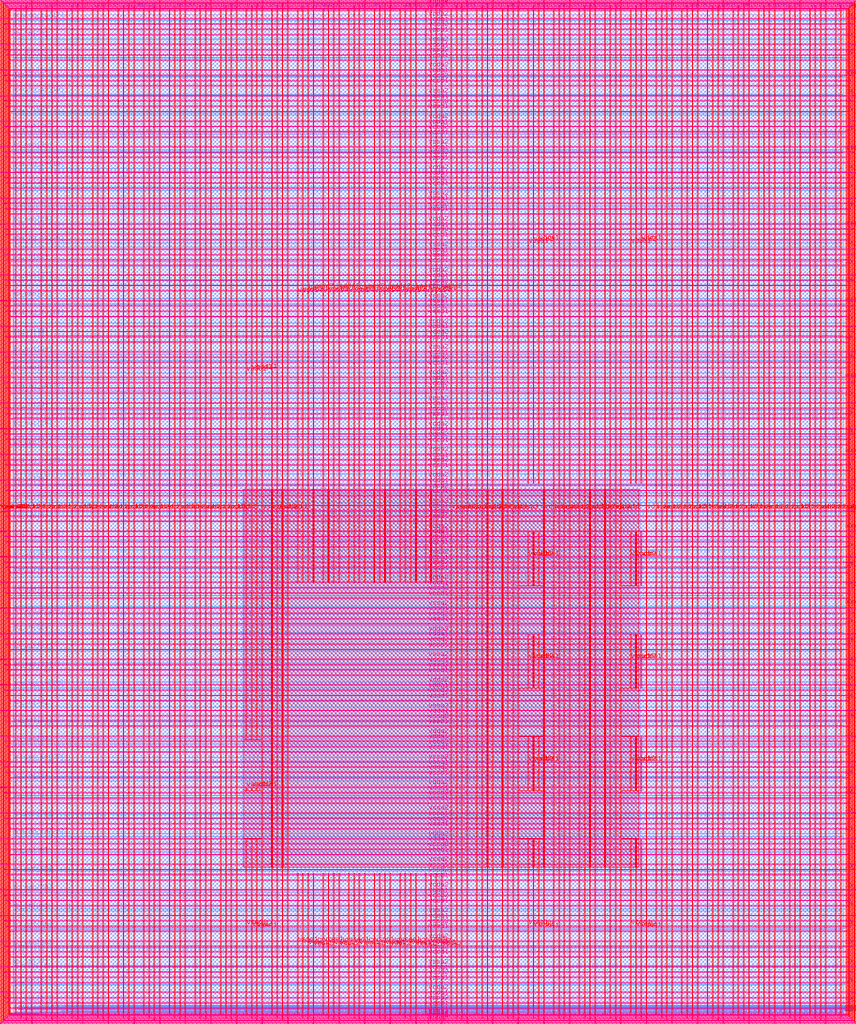
<source format=lef>
VERSION 5.7 ;
  NOWIREEXTENSIONATPIN ON ;
  DIVIDERCHAR "/" ;
  BUSBITCHARS "[]" ;
MACRO user_project_wrapper
  CLASS BLOCK ;
  FOREIGN user_project_wrapper ;
  ORIGIN 0.000 0.000 ;
  SIZE 2920.000 BY 3520.000 ;
  PIN analog_io[0]
    DIRECTION INOUT ;
    USE SIGNAL ;
    PORT
      LAYER met3 ;
        RECT 2917.600 1426.380 2924.800 1427.580 ;
    END
  END analog_io[0]
  PIN analog_io[10]
    DIRECTION INOUT ;
    USE SIGNAL ;
    PORT
      LAYER met2 ;
        RECT 2230.490 3517.600 2231.050 3524.800 ;
    END
  END analog_io[10]
  PIN analog_io[11]
    DIRECTION INOUT ;
    USE SIGNAL ;
    PORT
      LAYER met2 ;
        RECT 1905.730 3517.600 1906.290 3524.800 ;
    END
  END analog_io[11]
  PIN analog_io[12]
    DIRECTION INOUT ;
    USE SIGNAL ;
    PORT
      LAYER met2 ;
        RECT 1581.430 3517.600 1581.990 3524.800 ;
    END
  END analog_io[12]
  PIN analog_io[13]
    DIRECTION INOUT ;
    USE SIGNAL ;
    PORT
      LAYER met2 ;
        RECT 1257.130 3517.600 1257.690 3524.800 ;
    END
  END analog_io[13]
  PIN analog_io[14]
    DIRECTION INOUT ;
    USE SIGNAL ;
    PORT
      LAYER met2 ;
        RECT 932.370 3517.600 932.930 3524.800 ;
    END
  END analog_io[14]
  PIN analog_io[15]
    DIRECTION INOUT ;
    USE SIGNAL ;
    PORT
      LAYER met2 ;
        RECT 608.070 3517.600 608.630 3524.800 ;
    END
  END analog_io[15]
  PIN analog_io[16]
    DIRECTION INOUT ;
    USE SIGNAL ;
    PORT
      LAYER met2 ;
        RECT 283.770 3517.600 284.330 3524.800 ;
    END
  END analog_io[16]
  PIN analog_io[17]
    DIRECTION INOUT ;
    USE SIGNAL ;
    PORT
      LAYER met3 ;
        RECT -4.800 3486.100 2.400 3487.300 ;
    END
  END analog_io[17]
  PIN analog_io[18]
    DIRECTION INOUT ;
    USE SIGNAL ;
    PORT
      LAYER met3 ;
        RECT -4.800 3224.980 2.400 3226.180 ;
    END
  END analog_io[18]
  PIN analog_io[19]
    DIRECTION INOUT ;
    USE SIGNAL ;
    PORT
      LAYER met3 ;
        RECT -4.800 2964.540 2.400 2965.740 ;
    END
  END analog_io[19]
  PIN analog_io[1]
    DIRECTION INOUT ;
    USE SIGNAL ;
    PORT
      LAYER met3 ;
        RECT 2917.600 1692.260 2924.800 1693.460 ;
    END
  END analog_io[1]
  PIN analog_io[20]
    DIRECTION INOUT ;
    USE SIGNAL ;
    PORT
      LAYER met3 ;
        RECT -4.800 2703.420 2.400 2704.620 ;
    END
  END analog_io[20]
  PIN analog_io[21]
    DIRECTION INOUT ;
    USE SIGNAL ;
    PORT
      LAYER met3 ;
        RECT -4.800 2442.980 2.400 2444.180 ;
    END
  END analog_io[21]
  PIN analog_io[22]
    DIRECTION INOUT ;
    USE SIGNAL ;
    PORT
      LAYER met3 ;
        RECT -4.800 2182.540 2.400 2183.740 ;
    END
  END analog_io[22]
  PIN analog_io[23]
    DIRECTION INOUT ;
    USE SIGNAL ;
    PORT
      LAYER met3 ;
        RECT -4.800 1921.420 2.400 1922.620 ;
    END
  END analog_io[23]
  PIN analog_io[24]
    DIRECTION INOUT ;
    USE SIGNAL ;
    PORT
      LAYER met3 ;
        RECT -4.800 1660.980 2.400 1662.180 ;
    END
  END analog_io[24]
  PIN analog_io[25]
    DIRECTION INOUT ;
    USE SIGNAL ;
    PORT
      LAYER met3 ;
        RECT -4.800 1399.860 2.400 1401.060 ;
    END
  END analog_io[25]
  PIN analog_io[26]
    DIRECTION INOUT ;
    USE SIGNAL ;
    PORT
      LAYER met3 ;
        RECT -4.800 1139.420 2.400 1140.620 ;
    END
  END analog_io[26]
  PIN analog_io[27]
    DIRECTION INOUT ;
    USE SIGNAL ;
    PORT
      LAYER met3 ;
        RECT -4.800 878.980 2.400 880.180 ;
    END
  END analog_io[27]
  PIN analog_io[28]
    DIRECTION INOUT ;
    USE SIGNAL ;
    PORT
      LAYER met3 ;
        RECT -4.800 617.860 2.400 619.060 ;
    END
  END analog_io[28]
  PIN analog_io[2]
    DIRECTION INOUT ;
    USE SIGNAL ;
    PORT
      LAYER met3 ;
        RECT 2917.600 1958.140 2924.800 1959.340 ;
    END
  END analog_io[2]
  PIN analog_io[3]
    DIRECTION INOUT ;
    USE SIGNAL ;
    PORT
      LAYER met3 ;
        RECT 2917.600 2223.340 2924.800 2224.540 ;
    END
  END analog_io[3]
  PIN analog_io[4]
    DIRECTION INOUT ;
    USE SIGNAL ;
    PORT
      LAYER met3 ;
        RECT 2917.600 2489.220 2924.800 2490.420 ;
    END
  END analog_io[4]
  PIN analog_io[5]
    DIRECTION INOUT ;
    USE SIGNAL ;
    PORT
      LAYER met3 ;
        RECT 2917.600 2755.100 2924.800 2756.300 ;
    END
  END analog_io[5]
  PIN analog_io[6]
    DIRECTION INOUT ;
    USE SIGNAL ;
    PORT
      LAYER met3 ;
        RECT 2917.600 3020.300 2924.800 3021.500 ;
    END
  END analog_io[6]
  PIN analog_io[7]
    DIRECTION INOUT ;
    USE SIGNAL ;
    PORT
      LAYER met3 ;
        RECT 2917.600 3286.180 2924.800 3287.380 ;
    END
  END analog_io[7]
  PIN analog_io[8]
    DIRECTION INOUT ;
    USE SIGNAL ;
    PORT
      LAYER met2 ;
        RECT 2879.090 3517.600 2879.650 3524.800 ;
    END
  END analog_io[8]
  PIN analog_io[9]
    DIRECTION INOUT ;
    USE SIGNAL ;
    PORT
      LAYER met2 ;
        RECT 2554.790 3517.600 2555.350 3524.800 ;
    END
  END analog_io[9]
  PIN io_in[0]
    DIRECTION INPUT ;
    USE SIGNAL ;
    PORT
      LAYER met3 ;
        RECT 2917.600 32.380 2924.800 33.580 ;
    END
  END io_in[0]
  PIN io_in[10]
    DIRECTION INPUT ;
    USE SIGNAL ;
    PORT
      LAYER met3 ;
        RECT 2917.600 2289.980 2924.800 2291.180 ;
    END
  END io_in[10]
  PIN io_in[11]
    DIRECTION INPUT ;
    USE SIGNAL ;
    PORT
      LAYER met3 ;
        RECT 2917.600 2555.860 2924.800 2557.060 ;
    END
  END io_in[11]
  PIN io_in[12]
    DIRECTION INPUT ;
    USE SIGNAL ;
    PORT
      LAYER met3 ;
        RECT 2917.600 2821.060 2924.800 2822.260 ;
    END
  END io_in[12]
  PIN io_in[13]
    DIRECTION INPUT ;
    USE SIGNAL ;
    PORT
      LAYER met3 ;
        RECT 2917.600 3086.940 2924.800 3088.140 ;
    END
  END io_in[13]
  PIN io_in[14]
    DIRECTION INPUT ;
    USE SIGNAL ;
    PORT
      LAYER met3 ;
        RECT 2917.600 3352.820 2924.800 3354.020 ;
    END
  END io_in[14]
  PIN io_in[15]
    DIRECTION INPUT ;
    USE SIGNAL ;
    PORT
      LAYER met2 ;
        RECT 2798.130 3517.600 2798.690 3524.800 ;
    END
  END io_in[15]
  PIN io_in[16]
    DIRECTION INPUT ;
    USE SIGNAL ;
    PORT
      LAYER met2 ;
        RECT 2473.830 3517.600 2474.390 3524.800 ;
    END
  END io_in[16]
  PIN io_in[17]
    DIRECTION INPUT ;
    USE SIGNAL ;
    PORT
      LAYER met2 ;
        RECT 2149.070 3517.600 2149.630 3524.800 ;
    END
  END io_in[17]
  PIN io_in[18]
    DIRECTION INPUT ;
    USE SIGNAL ;
    PORT
      LAYER met2 ;
        RECT 1824.770 3517.600 1825.330 3524.800 ;
    END
  END io_in[18]
  PIN io_in[19]
    DIRECTION INPUT ;
    USE SIGNAL ;
    PORT
      LAYER met2 ;
        RECT 1500.470 3517.600 1501.030 3524.800 ;
    END
  END io_in[19]
  PIN io_in[1]
    DIRECTION INPUT ;
    USE SIGNAL ;
    PORT
      LAYER met3 ;
        RECT 2917.600 230.940 2924.800 232.140 ;
    END
  END io_in[1]
  PIN io_in[20]
    DIRECTION INPUT ;
    USE SIGNAL ;
    PORT
      LAYER met2 ;
        RECT 1175.710 3517.600 1176.270 3524.800 ;
    END
  END io_in[20]
  PIN io_in[21]
    DIRECTION INPUT ;
    USE SIGNAL ;
    PORT
      LAYER met2 ;
        RECT 851.410 3517.600 851.970 3524.800 ;
    END
  END io_in[21]
  PIN io_in[22]
    DIRECTION INPUT ;
    USE SIGNAL ;
    PORT
      LAYER met2 ;
        RECT 527.110 3517.600 527.670 3524.800 ;
    END
  END io_in[22]
  PIN io_in[23]
    DIRECTION INPUT ;
    USE SIGNAL ;
    PORT
      LAYER met2 ;
        RECT 202.350 3517.600 202.910 3524.800 ;
    END
  END io_in[23]
  PIN io_in[24]
    DIRECTION INPUT ;
    USE SIGNAL ;
    PORT
      LAYER met3 ;
        RECT -4.800 3420.820 2.400 3422.020 ;
    END
  END io_in[24]
  PIN io_in[25]
    DIRECTION INPUT ;
    USE SIGNAL ;
    PORT
      LAYER met3 ;
        RECT -4.800 3159.700 2.400 3160.900 ;
    END
  END io_in[25]
  PIN io_in[26]
    DIRECTION INPUT ;
    USE SIGNAL ;
    PORT
      LAYER met3 ;
        RECT -4.800 2899.260 2.400 2900.460 ;
    END
  END io_in[26]
  PIN io_in[27]
    DIRECTION INPUT ;
    USE SIGNAL ;
    PORT
      LAYER met3 ;
        RECT -4.800 2638.820 2.400 2640.020 ;
    END
  END io_in[27]
  PIN io_in[28]
    DIRECTION INPUT ;
    USE SIGNAL ;
    PORT
      LAYER met3 ;
        RECT -4.800 2377.700 2.400 2378.900 ;
    END
  END io_in[28]
  PIN io_in[29]
    DIRECTION INPUT ;
    USE SIGNAL ;
    PORT
      LAYER met3 ;
        RECT -4.800 2117.260 2.400 2118.460 ;
    END
  END io_in[29]
  PIN io_in[2]
    DIRECTION INPUT ;
    USE SIGNAL ;
    PORT
      LAYER met3 ;
        RECT 2917.600 430.180 2924.800 431.380 ;
    END
  END io_in[2]
  PIN io_in[30]
    DIRECTION INPUT ;
    USE SIGNAL ;
    PORT
      LAYER met3 ;
        RECT -4.800 1856.140 2.400 1857.340 ;
    END
  END io_in[30]
  PIN io_in[31]
    DIRECTION INPUT ;
    USE SIGNAL ;
    PORT
      LAYER met3 ;
        RECT -4.800 1595.700 2.400 1596.900 ;
    END
  END io_in[31]
  PIN io_in[32]
    DIRECTION INPUT ;
    USE SIGNAL ;
    PORT
      LAYER met3 ;
        RECT -4.800 1335.260 2.400 1336.460 ;
    END
  END io_in[32]
  PIN io_in[33]
    DIRECTION INPUT ;
    USE SIGNAL ;
    PORT
      LAYER met3 ;
        RECT -4.800 1074.140 2.400 1075.340 ;
    END
  END io_in[33]
  PIN io_in[34]
    DIRECTION INPUT ;
    USE SIGNAL ;
    PORT
      LAYER met3 ;
        RECT -4.800 813.700 2.400 814.900 ;
    END
  END io_in[34]
  PIN io_in[35]
    DIRECTION INPUT ;
    USE SIGNAL ;
    PORT
      LAYER met3 ;
        RECT -4.800 552.580 2.400 553.780 ;
    END
  END io_in[35]
  PIN io_in[36]
    DIRECTION INPUT ;
    USE SIGNAL ;
    PORT
      LAYER met3 ;
        RECT -4.800 357.420 2.400 358.620 ;
    END
  END io_in[36]
  PIN io_in[37]
    DIRECTION INPUT ;
    USE SIGNAL ;
    PORT
      LAYER met3 ;
        RECT -4.800 161.580 2.400 162.780 ;
    END
  END io_in[37]
  PIN io_in[3]
    DIRECTION INPUT ;
    USE SIGNAL ;
    PORT
      LAYER met3 ;
        RECT 2917.600 629.420 2924.800 630.620 ;
    END
  END io_in[3]
  PIN io_in[4]
    DIRECTION INPUT ;
    USE SIGNAL ;
    PORT
      LAYER met3 ;
        RECT 2917.600 828.660 2924.800 829.860 ;
    END
  END io_in[4]
  PIN io_in[5]
    DIRECTION INPUT ;
    USE SIGNAL ;
    PORT
      LAYER met3 ;
        RECT 2917.600 1027.900 2924.800 1029.100 ;
    END
  END io_in[5]
  PIN io_in[6]
    DIRECTION INPUT ;
    USE SIGNAL ;
    PORT
      LAYER met3 ;
        RECT 2917.600 1227.140 2924.800 1228.340 ;
    END
  END io_in[6]
  PIN io_in[7]
    DIRECTION INPUT ;
    USE SIGNAL ;
    PORT
      LAYER met3 ;
        RECT 2917.600 1493.020 2924.800 1494.220 ;
    END
  END io_in[7]
  PIN io_in[8]
    DIRECTION INPUT ;
    USE SIGNAL ;
    PORT
      LAYER met3 ;
        RECT 2917.600 1758.900 2924.800 1760.100 ;
    END
  END io_in[8]
  PIN io_in[9]
    DIRECTION INPUT ;
    USE SIGNAL ;
    PORT
      LAYER met3 ;
        RECT 2917.600 2024.100 2924.800 2025.300 ;
    END
  END io_in[9]
  PIN io_oeb[0]
    DIRECTION OUTPUT TRISTATE ;
    USE SIGNAL ;
    PORT
      LAYER met3 ;
        RECT 2917.600 164.980 2924.800 166.180 ;
    END
  END io_oeb[0]
  PIN io_oeb[10]
    DIRECTION OUTPUT TRISTATE ;
    USE SIGNAL ;
    PORT
      LAYER met3 ;
        RECT 2917.600 2422.580 2924.800 2423.780 ;
    END
  END io_oeb[10]
  PIN io_oeb[11]
    DIRECTION OUTPUT TRISTATE ;
    USE SIGNAL ;
    PORT
      LAYER met3 ;
        RECT 2917.600 2688.460 2924.800 2689.660 ;
    END
  END io_oeb[11]
  PIN io_oeb[12]
    DIRECTION OUTPUT TRISTATE ;
    USE SIGNAL ;
    PORT
      LAYER met3 ;
        RECT 2917.600 2954.340 2924.800 2955.540 ;
    END
  END io_oeb[12]
  PIN io_oeb[13]
    DIRECTION OUTPUT TRISTATE ;
    USE SIGNAL ;
    PORT
      LAYER met3 ;
        RECT 2917.600 3219.540 2924.800 3220.740 ;
    END
  END io_oeb[13]
  PIN io_oeb[14]
    DIRECTION OUTPUT TRISTATE ;
    USE SIGNAL ;
    PORT
      LAYER met3 ;
        RECT 2917.600 3485.420 2924.800 3486.620 ;
    END
  END io_oeb[14]
  PIN io_oeb[15]
    DIRECTION OUTPUT TRISTATE ;
    USE SIGNAL ;
    PORT
      LAYER met2 ;
        RECT 2635.750 3517.600 2636.310 3524.800 ;
    END
  END io_oeb[15]
  PIN io_oeb[16]
    DIRECTION OUTPUT TRISTATE ;
    USE SIGNAL ;
    PORT
      LAYER met2 ;
        RECT 2311.450 3517.600 2312.010 3524.800 ;
    END
  END io_oeb[16]
  PIN io_oeb[17]
    DIRECTION OUTPUT TRISTATE ;
    USE SIGNAL ;
    PORT
      LAYER met2 ;
        RECT 1987.150 3517.600 1987.710 3524.800 ;
    END
  END io_oeb[17]
  PIN io_oeb[18]
    DIRECTION OUTPUT TRISTATE ;
    USE SIGNAL ;
    PORT
      LAYER met2 ;
        RECT 1662.390 3517.600 1662.950 3524.800 ;
    END
  END io_oeb[18]
  PIN io_oeb[19]
    DIRECTION OUTPUT TRISTATE ;
    USE SIGNAL ;
    PORT
      LAYER met2 ;
        RECT 1338.090 3517.600 1338.650 3524.800 ;
    END
  END io_oeb[19]
  PIN io_oeb[1]
    DIRECTION OUTPUT TRISTATE ;
    USE SIGNAL ;
    PORT
      LAYER met3 ;
        RECT 2917.600 364.220 2924.800 365.420 ;
    END
  END io_oeb[1]
  PIN io_oeb[20]
    DIRECTION OUTPUT TRISTATE ;
    USE SIGNAL ;
    PORT
      LAYER met2 ;
        RECT 1013.790 3517.600 1014.350 3524.800 ;
    END
  END io_oeb[20]
  PIN io_oeb[21]
    DIRECTION OUTPUT TRISTATE ;
    USE SIGNAL ;
    PORT
      LAYER met2 ;
        RECT 689.030 3517.600 689.590 3524.800 ;
    END
  END io_oeb[21]
  PIN io_oeb[22]
    DIRECTION OUTPUT TRISTATE ;
    USE SIGNAL ;
    PORT
      LAYER met2 ;
        RECT 364.730 3517.600 365.290 3524.800 ;
    END
  END io_oeb[22]
  PIN io_oeb[23]
    DIRECTION OUTPUT TRISTATE ;
    USE SIGNAL ;
    PORT
      LAYER met2 ;
        RECT 40.430 3517.600 40.990 3524.800 ;
    END
  END io_oeb[23]
  PIN io_oeb[24]
    DIRECTION OUTPUT TRISTATE ;
    USE SIGNAL ;
    PORT
      LAYER met3 ;
        RECT -4.800 3290.260 2.400 3291.460 ;
    END
  END io_oeb[24]
  PIN io_oeb[25]
    DIRECTION OUTPUT TRISTATE ;
    USE SIGNAL ;
    PORT
      LAYER met3 ;
        RECT -4.800 3029.820 2.400 3031.020 ;
    END
  END io_oeb[25]
  PIN io_oeb[26]
    DIRECTION OUTPUT TRISTATE ;
    USE SIGNAL ;
    PORT
      LAYER met3 ;
        RECT -4.800 2768.700 2.400 2769.900 ;
    END
  END io_oeb[26]
  PIN io_oeb[27]
    DIRECTION OUTPUT TRISTATE ;
    USE SIGNAL ;
    PORT
      LAYER met3 ;
        RECT -4.800 2508.260 2.400 2509.460 ;
    END
  END io_oeb[27]
  PIN io_oeb[28]
    DIRECTION OUTPUT TRISTATE ;
    USE SIGNAL ;
    PORT
      LAYER met3 ;
        RECT -4.800 2247.140 2.400 2248.340 ;
    END
  END io_oeb[28]
  PIN io_oeb[29]
    DIRECTION OUTPUT TRISTATE ;
    USE SIGNAL ;
    PORT
      LAYER met3 ;
        RECT -4.800 1986.700 2.400 1987.900 ;
    END
  END io_oeb[29]
  PIN io_oeb[2]
    DIRECTION OUTPUT TRISTATE ;
    USE SIGNAL ;
    PORT
      LAYER met3 ;
        RECT 2917.600 563.460 2924.800 564.660 ;
    END
  END io_oeb[2]
  PIN io_oeb[30]
    DIRECTION OUTPUT TRISTATE ;
    USE SIGNAL ;
    PORT
      LAYER met3 ;
        RECT -4.800 1726.260 2.400 1727.460 ;
    END
  END io_oeb[30]
  PIN io_oeb[31]
    DIRECTION OUTPUT TRISTATE ;
    USE SIGNAL ;
    PORT
      LAYER met3 ;
        RECT -4.800 1465.140 2.400 1466.340 ;
    END
  END io_oeb[31]
  PIN io_oeb[32]
    DIRECTION OUTPUT TRISTATE ;
    USE SIGNAL ;
    PORT
      LAYER met3 ;
        RECT -4.800 1204.700 2.400 1205.900 ;
    END
  END io_oeb[32]
  PIN io_oeb[33]
    DIRECTION OUTPUT TRISTATE ;
    USE SIGNAL ;
    PORT
      LAYER met3 ;
        RECT -4.800 943.580 2.400 944.780 ;
    END
  END io_oeb[33]
  PIN io_oeb[34]
    DIRECTION OUTPUT TRISTATE ;
    USE SIGNAL ;
    PORT
      LAYER met3 ;
        RECT -4.800 683.140 2.400 684.340 ;
    END
  END io_oeb[34]
  PIN io_oeb[35]
    DIRECTION OUTPUT TRISTATE ;
    USE SIGNAL ;
    PORT
      LAYER met3 ;
        RECT -4.800 422.700 2.400 423.900 ;
    END
  END io_oeb[35]
  PIN io_oeb[36]
    DIRECTION OUTPUT TRISTATE ;
    USE SIGNAL ;
    PORT
      LAYER met3 ;
        RECT -4.800 226.860 2.400 228.060 ;
    END
  END io_oeb[36]
  PIN io_oeb[37]
    DIRECTION OUTPUT TRISTATE ;
    USE SIGNAL ;
    PORT
      LAYER met3 ;
        RECT -4.800 31.700 2.400 32.900 ;
    END
  END io_oeb[37]
  PIN io_oeb[3]
    DIRECTION OUTPUT TRISTATE ;
    USE SIGNAL ;
    PORT
      LAYER met3 ;
        RECT 2917.600 762.700 2924.800 763.900 ;
    END
  END io_oeb[3]
  PIN io_oeb[4]
    DIRECTION OUTPUT TRISTATE ;
    USE SIGNAL ;
    PORT
      LAYER met3 ;
        RECT 2917.600 961.940 2924.800 963.140 ;
    END
  END io_oeb[4]
  PIN io_oeb[5]
    DIRECTION OUTPUT TRISTATE ;
    USE SIGNAL ;
    PORT
      LAYER met3 ;
        RECT 2917.600 1161.180 2924.800 1162.380 ;
    END
  END io_oeb[5]
  PIN io_oeb[6]
    DIRECTION OUTPUT TRISTATE ;
    USE SIGNAL ;
    PORT
      LAYER met3 ;
        RECT 2917.600 1360.420 2924.800 1361.620 ;
    END
  END io_oeb[6]
  PIN io_oeb[7]
    DIRECTION OUTPUT TRISTATE ;
    USE SIGNAL ;
    PORT
      LAYER met3 ;
        RECT 2917.600 1625.620 2924.800 1626.820 ;
    END
  END io_oeb[7]
  PIN io_oeb[8]
    DIRECTION OUTPUT TRISTATE ;
    USE SIGNAL ;
    PORT
      LAYER met3 ;
        RECT 2917.600 1891.500 2924.800 1892.700 ;
    END
  END io_oeb[8]
  PIN io_oeb[9]
    DIRECTION OUTPUT TRISTATE ;
    USE SIGNAL ;
    PORT
      LAYER met3 ;
        RECT 2917.600 2157.380 2924.800 2158.580 ;
    END
  END io_oeb[9]
  PIN io_out[0]
    DIRECTION OUTPUT TRISTATE ;
    USE SIGNAL ;
    PORT
      LAYER met3 ;
        RECT 2917.600 98.340 2924.800 99.540 ;
    END
  END io_out[0]
  PIN io_out[10]
    DIRECTION OUTPUT TRISTATE ;
    USE SIGNAL ;
    PORT
      LAYER met3 ;
        RECT 2917.600 2356.620 2924.800 2357.820 ;
    END
  END io_out[10]
  PIN io_out[11]
    DIRECTION OUTPUT TRISTATE ;
    USE SIGNAL ;
    PORT
      LAYER met3 ;
        RECT 2917.600 2621.820 2924.800 2623.020 ;
    END
  END io_out[11]
  PIN io_out[12]
    DIRECTION OUTPUT TRISTATE ;
    USE SIGNAL ;
    PORT
      LAYER met3 ;
        RECT 2917.600 2887.700 2924.800 2888.900 ;
    END
  END io_out[12]
  PIN io_out[13]
    DIRECTION OUTPUT TRISTATE ;
    USE SIGNAL ;
    PORT
      LAYER met3 ;
        RECT 2917.600 3153.580 2924.800 3154.780 ;
    END
  END io_out[13]
  PIN io_out[14]
    DIRECTION OUTPUT TRISTATE ;
    USE SIGNAL ;
    PORT
      LAYER met3 ;
        RECT 2917.600 3418.780 2924.800 3419.980 ;
    END
  END io_out[14]
  PIN io_out[15]
    DIRECTION OUTPUT TRISTATE ;
    USE SIGNAL ;
    PORT
      LAYER met2 ;
        RECT 2717.170 3517.600 2717.730 3524.800 ;
    END
  END io_out[15]
  PIN io_out[16]
    DIRECTION OUTPUT TRISTATE ;
    USE SIGNAL ;
    PORT
      LAYER met2 ;
        RECT 2392.410 3517.600 2392.970 3524.800 ;
    END
  END io_out[16]
  PIN io_out[17]
    DIRECTION OUTPUT TRISTATE ;
    USE SIGNAL ;
    PORT
      LAYER met2 ;
        RECT 2068.110 3517.600 2068.670 3524.800 ;
    END
  END io_out[17]
  PIN io_out[18]
    DIRECTION OUTPUT TRISTATE ;
    USE SIGNAL ;
    PORT
      LAYER met2 ;
        RECT 1743.810 3517.600 1744.370 3524.800 ;
    END
  END io_out[18]
  PIN io_out[19]
    DIRECTION OUTPUT TRISTATE ;
    USE SIGNAL ;
    PORT
      LAYER met2 ;
        RECT 1419.050 3517.600 1419.610 3524.800 ;
    END
  END io_out[19]
  PIN io_out[1]
    DIRECTION OUTPUT TRISTATE ;
    USE SIGNAL ;
    PORT
      LAYER met3 ;
        RECT 2917.600 297.580 2924.800 298.780 ;
    END
  END io_out[1]
  PIN io_out[20]
    DIRECTION OUTPUT TRISTATE ;
    USE SIGNAL ;
    PORT
      LAYER met2 ;
        RECT 1094.750 3517.600 1095.310 3524.800 ;
    END
  END io_out[20]
  PIN io_out[21]
    DIRECTION OUTPUT TRISTATE ;
    USE SIGNAL ;
    PORT
      LAYER met2 ;
        RECT 770.450 3517.600 771.010 3524.800 ;
    END
  END io_out[21]
  PIN io_out[22]
    DIRECTION OUTPUT TRISTATE ;
    USE SIGNAL ;
    PORT
      LAYER met2 ;
        RECT 445.690 3517.600 446.250 3524.800 ;
    END
  END io_out[22]
  PIN io_out[23]
    DIRECTION OUTPUT TRISTATE ;
    USE SIGNAL ;
    PORT
      LAYER met2 ;
        RECT 121.390 3517.600 121.950 3524.800 ;
    END
  END io_out[23]
  PIN io_out[24]
    DIRECTION OUTPUT TRISTATE ;
    USE SIGNAL ;
    PORT
      LAYER met3 ;
        RECT -4.800 3355.540 2.400 3356.740 ;
    END
  END io_out[24]
  PIN io_out[25]
    DIRECTION OUTPUT TRISTATE ;
    USE SIGNAL ;
    PORT
      LAYER met3 ;
        RECT -4.800 3095.100 2.400 3096.300 ;
    END
  END io_out[25]
  PIN io_out[26]
    DIRECTION OUTPUT TRISTATE ;
    USE SIGNAL ;
    PORT
      LAYER met3 ;
        RECT -4.800 2833.980 2.400 2835.180 ;
    END
  END io_out[26]
  PIN io_out[27]
    DIRECTION OUTPUT TRISTATE ;
    USE SIGNAL ;
    PORT
      LAYER met3 ;
        RECT -4.800 2573.540 2.400 2574.740 ;
    END
  END io_out[27]
  PIN io_out[28]
    DIRECTION OUTPUT TRISTATE ;
    USE SIGNAL ;
    PORT
      LAYER met3 ;
        RECT -4.800 2312.420 2.400 2313.620 ;
    END
  END io_out[28]
  PIN io_out[29]
    DIRECTION OUTPUT TRISTATE ;
    USE SIGNAL ;
    PORT
      LAYER met3 ;
        RECT -4.800 2051.980 2.400 2053.180 ;
    END
  END io_out[29]
  PIN io_out[2]
    DIRECTION OUTPUT TRISTATE ;
    USE SIGNAL ;
    PORT
      LAYER met3 ;
        RECT 2917.600 496.820 2924.800 498.020 ;
    END
  END io_out[2]
  PIN io_out[30]
    DIRECTION OUTPUT TRISTATE ;
    USE SIGNAL ;
    PORT
      LAYER met3 ;
        RECT -4.800 1791.540 2.400 1792.740 ;
    END
  END io_out[30]
  PIN io_out[31]
    DIRECTION OUTPUT TRISTATE ;
    USE SIGNAL ;
    PORT
      LAYER met3 ;
        RECT -4.800 1530.420 2.400 1531.620 ;
    END
  END io_out[31]
  PIN io_out[32]
    DIRECTION OUTPUT TRISTATE ;
    USE SIGNAL ;
    PORT
      LAYER met3 ;
        RECT -4.800 1269.980 2.400 1271.180 ;
    END
  END io_out[32]
  PIN io_out[33]
    DIRECTION OUTPUT TRISTATE ;
    USE SIGNAL ;
    PORT
      LAYER met3 ;
        RECT -4.800 1008.860 2.400 1010.060 ;
    END
  END io_out[33]
  PIN io_out[34]
    DIRECTION OUTPUT TRISTATE ;
    USE SIGNAL ;
    PORT
      LAYER met3 ;
        RECT -4.800 748.420 2.400 749.620 ;
    END
  END io_out[34]
  PIN io_out[35]
    DIRECTION OUTPUT TRISTATE ;
    USE SIGNAL ;
    PORT
      LAYER met3 ;
        RECT -4.800 487.300 2.400 488.500 ;
    END
  END io_out[35]
  PIN io_out[36]
    DIRECTION OUTPUT TRISTATE ;
    USE SIGNAL ;
    PORT
      LAYER met3 ;
        RECT -4.800 292.140 2.400 293.340 ;
    END
  END io_out[36]
  PIN io_out[37]
    DIRECTION OUTPUT TRISTATE ;
    USE SIGNAL ;
    PORT
      LAYER met3 ;
        RECT -4.800 96.300 2.400 97.500 ;
    END
  END io_out[37]
  PIN io_out[3]
    DIRECTION OUTPUT TRISTATE ;
    USE SIGNAL ;
    PORT
      LAYER met3 ;
        RECT 2917.600 696.060 2924.800 697.260 ;
    END
  END io_out[3]
  PIN io_out[4]
    DIRECTION OUTPUT TRISTATE ;
    USE SIGNAL ;
    PORT
      LAYER met3 ;
        RECT 2917.600 895.300 2924.800 896.500 ;
    END
  END io_out[4]
  PIN io_out[5]
    DIRECTION OUTPUT TRISTATE ;
    USE SIGNAL ;
    PORT
      LAYER met3 ;
        RECT 2917.600 1094.540 2924.800 1095.740 ;
    END
  END io_out[5]
  PIN io_out[6]
    DIRECTION OUTPUT TRISTATE ;
    USE SIGNAL ;
    PORT
      LAYER met3 ;
        RECT 2917.600 1293.780 2924.800 1294.980 ;
    END
  END io_out[6]
  PIN io_out[7]
    DIRECTION OUTPUT TRISTATE ;
    USE SIGNAL ;
    PORT
      LAYER met3 ;
        RECT 2917.600 1559.660 2924.800 1560.860 ;
    END
  END io_out[7]
  PIN io_out[8]
    DIRECTION OUTPUT TRISTATE ;
    USE SIGNAL ;
    PORT
      LAYER met3 ;
        RECT 2917.600 1824.860 2924.800 1826.060 ;
    END
  END io_out[8]
  PIN io_out[9]
    DIRECTION OUTPUT TRISTATE ;
    USE SIGNAL ;
    PORT
      LAYER met3 ;
        RECT 2917.600 2090.740 2924.800 2091.940 ;
    END
  END io_out[9]
  PIN la_data_in[0]
    DIRECTION INPUT ;
    USE SIGNAL ;
    PORT
      LAYER met2 ;
        RECT 629.230 -4.800 629.790 2.400 ;
    END
  END la_data_in[0]
  PIN la_data_in[100]
    DIRECTION INPUT ;
    USE SIGNAL ;
    PORT
      LAYER met2 ;
        RECT 2402.530 -4.800 2403.090 2.400 ;
    END
  END la_data_in[100]
  PIN la_data_in[101]
    DIRECTION INPUT ;
    USE SIGNAL ;
    PORT
      LAYER met2 ;
        RECT 2420.010 -4.800 2420.570 2.400 ;
    END
  END la_data_in[101]
  PIN la_data_in[102]
    DIRECTION INPUT ;
    USE SIGNAL ;
    PORT
      LAYER met2 ;
        RECT 2437.950 -4.800 2438.510 2.400 ;
    END
  END la_data_in[102]
  PIN la_data_in[103]
    DIRECTION INPUT ;
    USE SIGNAL ;
    PORT
      LAYER met2 ;
        RECT 2455.430 -4.800 2455.990 2.400 ;
    END
  END la_data_in[103]
  PIN la_data_in[104]
    DIRECTION INPUT ;
    USE SIGNAL ;
    PORT
      LAYER met2 ;
        RECT 2473.370 -4.800 2473.930 2.400 ;
    END
  END la_data_in[104]
  PIN la_data_in[105]
    DIRECTION INPUT ;
    USE SIGNAL ;
    PORT
      LAYER met2 ;
        RECT 2490.850 -4.800 2491.410 2.400 ;
    END
  END la_data_in[105]
  PIN la_data_in[106]
    DIRECTION INPUT ;
    USE SIGNAL ;
    PORT
      LAYER met2 ;
        RECT 2508.790 -4.800 2509.350 2.400 ;
    END
  END la_data_in[106]
  PIN la_data_in[107]
    DIRECTION INPUT ;
    USE SIGNAL ;
    PORT
      LAYER met2 ;
        RECT 2526.730 -4.800 2527.290 2.400 ;
    END
  END la_data_in[107]
  PIN la_data_in[108]
    DIRECTION INPUT ;
    USE SIGNAL ;
    PORT
      LAYER met2 ;
        RECT 2544.210 -4.800 2544.770 2.400 ;
    END
  END la_data_in[108]
  PIN la_data_in[109]
    DIRECTION INPUT ;
    USE SIGNAL ;
    PORT
      LAYER met2 ;
        RECT 2562.150 -4.800 2562.710 2.400 ;
    END
  END la_data_in[109]
  PIN la_data_in[10]
    DIRECTION INPUT ;
    USE SIGNAL ;
    PORT
      LAYER met2 ;
        RECT 806.330 -4.800 806.890 2.400 ;
    END
  END la_data_in[10]
  PIN la_data_in[110]
    DIRECTION INPUT ;
    USE SIGNAL ;
    PORT
      LAYER met2 ;
        RECT 2579.630 -4.800 2580.190 2.400 ;
    END
  END la_data_in[110]
  PIN la_data_in[111]
    DIRECTION INPUT ;
    USE SIGNAL ;
    PORT
      LAYER met2 ;
        RECT 2597.570 -4.800 2598.130 2.400 ;
    END
  END la_data_in[111]
  PIN la_data_in[112]
    DIRECTION INPUT ;
    USE SIGNAL ;
    PORT
      LAYER met2 ;
        RECT 2615.050 -4.800 2615.610 2.400 ;
    END
  END la_data_in[112]
  PIN la_data_in[113]
    DIRECTION INPUT ;
    USE SIGNAL ;
    PORT
      LAYER met2 ;
        RECT 2632.990 -4.800 2633.550 2.400 ;
    END
  END la_data_in[113]
  PIN la_data_in[114]
    DIRECTION INPUT ;
    USE SIGNAL ;
    PORT
      LAYER met2 ;
        RECT 2650.470 -4.800 2651.030 2.400 ;
    END
  END la_data_in[114]
  PIN la_data_in[115]
    DIRECTION INPUT ;
    USE SIGNAL ;
    PORT
      LAYER met2 ;
        RECT 2668.410 -4.800 2668.970 2.400 ;
    END
  END la_data_in[115]
  PIN la_data_in[116]
    DIRECTION INPUT ;
    USE SIGNAL ;
    PORT
      LAYER met2 ;
        RECT 2685.890 -4.800 2686.450 2.400 ;
    END
  END la_data_in[116]
  PIN la_data_in[117]
    DIRECTION INPUT ;
    USE SIGNAL ;
    PORT
      LAYER met2 ;
        RECT 2703.830 -4.800 2704.390 2.400 ;
    END
  END la_data_in[117]
  PIN la_data_in[118]
    DIRECTION INPUT ;
    USE SIGNAL ;
    PORT
      LAYER met2 ;
        RECT 2721.770 -4.800 2722.330 2.400 ;
    END
  END la_data_in[118]
  PIN la_data_in[119]
    DIRECTION INPUT ;
    USE SIGNAL ;
    PORT
      LAYER met2 ;
        RECT 2739.250 -4.800 2739.810 2.400 ;
    END
  END la_data_in[119]
  PIN la_data_in[11]
    DIRECTION INPUT ;
    USE SIGNAL ;
    PORT
      LAYER met2 ;
        RECT 824.270 -4.800 824.830 2.400 ;
    END
  END la_data_in[11]
  PIN la_data_in[120]
    DIRECTION INPUT ;
    USE SIGNAL ;
    PORT
      LAYER met2 ;
        RECT 2757.190 -4.800 2757.750 2.400 ;
    END
  END la_data_in[120]
  PIN la_data_in[121]
    DIRECTION INPUT ;
    USE SIGNAL ;
    PORT
      LAYER met2 ;
        RECT 2774.670 -4.800 2775.230 2.400 ;
    END
  END la_data_in[121]
  PIN la_data_in[122]
    DIRECTION INPUT ;
    USE SIGNAL ;
    PORT
      LAYER met2 ;
        RECT 2792.610 -4.800 2793.170 2.400 ;
    END
  END la_data_in[122]
  PIN la_data_in[123]
    DIRECTION INPUT ;
    USE SIGNAL ;
    PORT
      LAYER met2 ;
        RECT 2810.090 -4.800 2810.650 2.400 ;
    END
  END la_data_in[123]
  PIN la_data_in[124]
    DIRECTION INPUT ;
    USE SIGNAL ;
    PORT
      LAYER met2 ;
        RECT 2828.030 -4.800 2828.590 2.400 ;
    END
  END la_data_in[124]
  PIN la_data_in[125]
    DIRECTION INPUT ;
    USE SIGNAL ;
    PORT
      LAYER met2 ;
        RECT 2845.510 -4.800 2846.070 2.400 ;
    END
  END la_data_in[125]
  PIN la_data_in[126]
    DIRECTION INPUT ;
    USE SIGNAL ;
    PORT
      LAYER met2 ;
        RECT 2863.450 -4.800 2864.010 2.400 ;
    END
  END la_data_in[126]
  PIN la_data_in[127]
    DIRECTION INPUT ;
    USE SIGNAL ;
    PORT
      LAYER met2 ;
        RECT 2881.390 -4.800 2881.950 2.400 ;
    END
  END la_data_in[127]
  PIN la_data_in[12]
    DIRECTION INPUT ;
    USE SIGNAL ;
    PORT
      LAYER met2 ;
        RECT 841.750 -4.800 842.310 2.400 ;
    END
  END la_data_in[12]
  PIN la_data_in[13]
    DIRECTION INPUT ;
    USE SIGNAL ;
    PORT
      LAYER met2 ;
        RECT 859.690 -4.800 860.250 2.400 ;
    END
  END la_data_in[13]
  PIN la_data_in[14]
    DIRECTION INPUT ;
    USE SIGNAL ;
    PORT
      LAYER met2 ;
        RECT 877.170 -4.800 877.730 2.400 ;
    END
  END la_data_in[14]
  PIN la_data_in[15]
    DIRECTION INPUT ;
    USE SIGNAL ;
    PORT
      LAYER met2 ;
        RECT 895.110 -4.800 895.670 2.400 ;
    END
  END la_data_in[15]
  PIN la_data_in[16]
    DIRECTION INPUT ;
    USE SIGNAL ;
    PORT
      LAYER met2 ;
        RECT 912.590 -4.800 913.150 2.400 ;
    END
  END la_data_in[16]
  PIN la_data_in[17]
    DIRECTION INPUT ;
    USE SIGNAL ;
    PORT
      LAYER met2 ;
        RECT 930.530 -4.800 931.090 2.400 ;
    END
  END la_data_in[17]
  PIN la_data_in[18]
    DIRECTION INPUT ;
    USE SIGNAL ;
    PORT
      LAYER met2 ;
        RECT 948.470 -4.800 949.030 2.400 ;
    END
  END la_data_in[18]
  PIN la_data_in[19]
    DIRECTION INPUT ;
    USE SIGNAL ;
    PORT
      LAYER met2 ;
        RECT 965.950 -4.800 966.510 2.400 ;
    END
  END la_data_in[19]
  PIN la_data_in[1]
    DIRECTION INPUT ;
    USE SIGNAL ;
    PORT
      LAYER met2 ;
        RECT 646.710 -4.800 647.270 2.400 ;
    END
  END la_data_in[1]
  PIN la_data_in[20]
    DIRECTION INPUT ;
    USE SIGNAL ;
    PORT
      LAYER met2 ;
        RECT 983.890 -4.800 984.450 2.400 ;
    END
  END la_data_in[20]
  PIN la_data_in[21]
    DIRECTION INPUT ;
    USE SIGNAL ;
    PORT
      LAYER met2 ;
        RECT 1001.370 -4.800 1001.930 2.400 ;
    END
  END la_data_in[21]
  PIN la_data_in[22]
    DIRECTION INPUT ;
    USE SIGNAL ;
    PORT
      LAYER met2 ;
        RECT 1019.310 -4.800 1019.870 2.400 ;
    END
  END la_data_in[22]
  PIN la_data_in[23]
    DIRECTION INPUT ;
    USE SIGNAL ;
    PORT
      LAYER met2 ;
        RECT 1036.790 -4.800 1037.350 2.400 ;
    END
  END la_data_in[23]
  PIN la_data_in[24]
    DIRECTION INPUT ;
    USE SIGNAL ;
    PORT
      LAYER met2 ;
        RECT 1054.730 -4.800 1055.290 2.400 ;
    END
  END la_data_in[24]
  PIN la_data_in[25]
    DIRECTION INPUT ;
    USE SIGNAL ;
    PORT
      LAYER met2 ;
        RECT 1072.210 -4.800 1072.770 2.400 ;
    END
  END la_data_in[25]
  PIN la_data_in[26]
    DIRECTION INPUT ;
    USE SIGNAL ;
    PORT
      LAYER met2 ;
        RECT 1090.150 -4.800 1090.710 2.400 ;
    END
  END la_data_in[26]
  PIN la_data_in[27]
    DIRECTION INPUT ;
    USE SIGNAL ;
    PORT
      LAYER met2 ;
        RECT 1107.630 -4.800 1108.190 2.400 ;
    END
  END la_data_in[27]
  PIN la_data_in[28]
    DIRECTION INPUT ;
    USE SIGNAL ;
    PORT
      LAYER met2 ;
        RECT 1125.570 -4.800 1126.130 2.400 ;
    END
  END la_data_in[28]
  PIN la_data_in[29]
    DIRECTION INPUT ;
    USE SIGNAL ;
    PORT
      LAYER met2 ;
        RECT 1143.510 -4.800 1144.070 2.400 ;
    END
  END la_data_in[29]
  PIN la_data_in[2]
    DIRECTION INPUT ;
    USE SIGNAL ;
    PORT
      LAYER met2 ;
        RECT 664.650 -4.800 665.210 2.400 ;
    END
  END la_data_in[2]
  PIN la_data_in[30]
    DIRECTION INPUT ;
    USE SIGNAL ;
    PORT
      LAYER met2 ;
        RECT 1160.990 -4.800 1161.550 2.400 ;
    END
  END la_data_in[30]
  PIN la_data_in[31]
    DIRECTION INPUT ;
    USE SIGNAL ;
    PORT
      LAYER met2 ;
        RECT 1178.930 -4.800 1179.490 2.400 ;
    END
  END la_data_in[31]
  PIN la_data_in[32]
    DIRECTION INPUT ;
    USE SIGNAL ;
    PORT
      LAYER met2 ;
        RECT 1196.410 -4.800 1196.970 2.400 ;
    END
  END la_data_in[32]
  PIN la_data_in[33]
    DIRECTION INPUT ;
    USE SIGNAL ;
    PORT
      LAYER met2 ;
        RECT 1214.350 -4.800 1214.910 2.400 ;
    END
  END la_data_in[33]
  PIN la_data_in[34]
    DIRECTION INPUT ;
    USE SIGNAL ;
    PORT
      LAYER met2 ;
        RECT 1231.830 -4.800 1232.390 2.400 ;
    END
  END la_data_in[34]
  PIN la_data_in[35]
    DIRECTION INPUT ;
    USE SIGNAL ;
    PORT
      LAYER met2 ;
        RECT 1249.770 -4.800 1250.330 2.400 ;
    END
  END la_data_in[35]
  PIN la_data_in[36]
    DIRECTION INPUT ;
    USE SIGNAL ;
    PORT
      LAYER met2 ;
        RECT 1267.250 -4.800 1267.810 2.400 ;
    END
  END la_data_in[36]
  PIN la_data_in[37]
    DIRECTION INPUT ;
    USE SIGNAL ;
    PORT
      LAYER met2 ;
        RECT 1285.190 -4.800 1285.750 2.400 ;
    END
  END la_data_in[37]
  PIN la_data_in[38]
    DIRECTION INPUT ;
    USE SIGNAL ;
    PORT
      LAYER met2 ;
        RECT 1303.130 -4.800 1303.690 2.400 ;
    END
  END la_data_in[38]
  PIN la_data_in[39]
    DIRECTION INPUT ;
    USE SIGNAL ;
    PORT
      LAYER met2 ;
        RECT 1320.610 -4.800 1321.170 2.400 ;
    END
  END la_data_in[39]
  PIN la_data_in[3]
    DIRECTION INPUT ;
    USE SIGNAL ;
    PORT
      LAYER met2 ;
        RECT 682.130 -4.800 682.690 2.400 ;
    END
  END la_data_in[3]
  PIN la_data_in[40]
    DIRECTION INPUT ;
    USE SIGNAL ;
    PORT
      LAYER met2 ;
        RECT 1338.550 -4.800 1339.110 2.400 ;
    END
  END la_data_in[40]
  PIN la_data_in[41]
    DIRECTION INPUT ;
    USE SIGNAL ;
    PORT
      LAYER met2 ;
        RECT 1356.030 -4.800 1356.590 2.400 ;
    END
  END la_data_in[41]
  PIN la_data_in[42]
    DIRECTION INPUT ;
    USE SIGNAL ;
    PORT
      LAYER met2 ;
        RECT 1373.970 -4.800 1374.530 2.400 ;
    END
  END la_data_in[42]
  PIN la_data_in[43]
    DIRECTION INPUT ;
    USE SIGNAL ;
    PORT
      LAYER met2 ;
        RECT 1391.450 -4.800 1392.010 2.400 ;
    END
  END la_data_in[43]
  PIN la_data_in[44]
    DIRECTION INPUT ;
    USE SIGNAL ;
    PORT
      LAYER met2 ;
        RECT 1409.390 -4.800 1409.950 2.400 ;
    END
  END la_data_in[44]
  PIN la_data_in[45]
    DIRECTION INPUT ;
    USE SIGNAL ;
    PORT
      LAYER met2 ;
        RECT 1426.870 -4.800 1427.430 2.400 ;
    END
  END la_data_in[45]
  PIN la_data_in[46]
    DIRECTION INPUT ;
    USE SIGNAL ;
    PORT
      LAYER met2 ;
        RECT 1444.810 -4.800 1445.370 2.400 ;
    END
  END la_data_in[46]
  PIN la_data_in[47]
    DIRECTION INPUT ;
    USE SIGNAL ;
    PORT
      LAYER met2 ;
        RECT 1462.750 -4.800 1463.310 2.400 ;
    END
  END la_data_in[47]
  PIN la_data_in[48]
    DIRECTION INPUT ;
    USE SIGNAL ;
    PORT
      LAYER met2 ;
        RECT 1480.230 -4.800 1480.790 2.400 ;
    END
  END la_data_in[48]
  PIN la_data_in[49]
    DIRECTION INPUT ;
    USE SIGNAL ;
    PORT
      LAYER met2 ;
        RECT 1498.170 -4.800 1498.730 2.400 ;
    END
  END la_data_in[49]
  PIN la_data_in[4]
    DIRECTION INPUT ;
    USE SIGNAL ;
    PORT
      LAYER met2 ;
        RECT 700.070 -4.800 700.630 2.400 ;
    END
  END la_data_in[4]
  PIN la_data_in[50]
    DIRECTION INPUT ;
    USE SIGNAL ;
    PORT
      LAYER met2 ;
        RECT 1515.650 -4.800 1516.210 2.400 ;
    END
  END la_data_in[50]
  PIN la_data_in[51]
    DIRECTION INPUT ;
    USE SIGNAL ;
    PORT
      LAYER met2 ;
        RECT 1533.590 -4.800 1534.150 2.400 ;
    END
  END la_data_in[51]
  PIN la_data_in[52]
    DIRECTION INPUT ;
    USE SIGNAL ;
    PORT
      LAYER met2 ;
        RECT 1551.070 -4.800 1551.630 2.400 ;
    END
  END la_data_in[52]
  PIN la_data_in[53]
    DIRECTION INPUT ;
    USE SIGNAL ;
    PORT
      LAYER met2 ;
        RECT 1569.010 -4.800 1569.570 2.400 ;
    END
  END la_data_in[53]
  PIN la_data_in[54]
    DIRECTION INPUT ;
    USE SIGNAL ;
    PORT
      LAYER met2 ;
        RECT 1586.490 -4.800 1587.050 2.400 ;
    END
  END la_data_in[54]
  PIN la_data_in[55]
    DIRECTION INPUT ;
    USE SIGNAL ;
    PORT
      LAYER met2 ;
        RECT 1604.430 -4.800 1604.990 2.400 ;
    END
  END la_data_in[55]
  PIN la_data_in[56]
    DIRECTION INPUT ;
    USE SIGNAL ;
    PORT
      LAYER met2 ;
        RECT 1621.910 -4.800 1622.470 2.400 ;
    END
  END la_data_in[56]
  PIN la_data_in[57]
    DIRECTION INPUT ;
    USE SIGNAL ;
    PORT
      LAYER met2 ;
        RECT 1639.850 -4.800 1640.410 2.400 ;
    END
  END la_data_in[57]
  PIN la_data_in[58]
    DIRECTION INPUT ;
    USE SIGNAL ;
    PORT
      LAYER met2 ;
        RECT 1657.790 -4.800 1658.350 2.400 ;
    END
  END la_data_in[58]
  PIN la_data_in[59]
    DIRECTION INPUT ;
    USE SIGNAL ;
    PORT
      LAYER met2 ;
        RECT 1675.270 -4.800 1675.830 2.400 ;
    END
  END la_data_in[59]
  PIN la_data_in[5]
    DIRECTION INPUT ;
    USE SIGNAL ;
    PORT
      LAYER met2 ;
        RECT 717.550 -4.800 718.110 2.400 ;
    END
  END la_data_in[5]
  PIN la_data_in[60]
    DIRECTION INPUT ;
    USE SIGNAL ;
    PORT
      LAYER met2 ;
        RECT 1693.210 -4.800 1693.770 2.400 ;
    END
  END la_data_in[60]
  PIN la_data_in[61]
    DIRECTION INPUT ;
    USE SIGNAL ;
    PORT
      LAYER met2 ;
        RECT 1710.690 -4.800 1711.250 2.400 ;
    END
  END la_data_in[61]
  PIN la_data_in[62]
    DIRECTION INPUT ;
    USE SIGNAL ;
    PORT
      LAYER met2 ;
        RECT 1728.630 -4.800 1729.190 2.400 ;
    END
  END la_data_in[62]
  PIN la_data_in[63]
    DIRECTION INPUT ;
    USE SIGNAL ;
    PORT
      LAYER met2 ;
        RECT 1746.110 -4.800 1746.670 2.400 ;
    END
  END la_data_in[63]
  PIN la_data_in[64]
    DIRECTION INPUT ;
    USE SIGNAL ;
    PORT
      LAYER met2 ;
        RECT 1764.050 -4.800 1764.610 2.400 ;
    END
  END la_data_in[64]
  PIN la_data_in[65]
    DIRECTION INPUT ;
    USE SIGNAL ;
    PORT
      LAYER met2 ;
        RECT 1781.530 -4.800 1782.090 2.400 ;
    END
  END la_data_in[65]
  PIN la_data_in[66]
    DIRECTION INPUT ;
    USE SIGNAL ;
    PORT
      LAYER met2 ;
        RECT 1799.470 -4.800 1800.030 2.400 ;
    END
  END la_data_in[66]
  PIN la_data_in[67]
    DIRECTION INPUT ;
    USE SIGNAL ;
    PORT
      LAYER met2 ;
        RECT 1817.410 -4.800 1817.970 2.400 ;
    END
  END la_data_in[67]
  PIN la_data_in[68]
    DIRECTION INPUT ;
    USE SIGNAL ;
    PORT
      LAYER met2 ;
        RECT 1834.890 -4.800 1835.450 2.400 ;
    END
  END la_data_in[68]
  PIN la_data_in[69]
    DIRECTION INPUT ;
    USE SIGNAL ;
    PORT
      LAYER met2 ;
        RECT 1852.830 -4.800 1853.390 2.400 ;
    END
  END la_data_in[69]
  PIN la_data_in[6]
    DIRECTION INPUT ;
    USE SIGNAL ;
    PORT
      LAYER met2 ;
        RECT 735.490 -4.800 736.050 2.400 ;
    END
  END la_data_in[6]
  PIN la_data_in[70]
    DIRECTION INPUT ;
    USE SIGNAL ;
    PORT
      LAYER met2 ;
        RECT 1870.310 -4.800 1870.870 2.400 ;
    END
  END la_data_in[70]
  PIN la_data_in[71]
    DIRECTION INPUT ;
    USE SIGNAL ;
    PORT
      LAYER met2 ;
        RECT 1888.250 -4.800 1888.810 2.400 ;
    END
  END la_data_in[71]
  PIN la_data_in[72]
    DIRECTION INPUT ;
    USE SIGNAL ;
    PORT
      LAYER met2 ;
        RECT 1905.730 -4.800 1906.290 2.400 ;
    END
  END la_data_in[72]
  PIN la_data_in[73]
    DIRECTION INPUT ;
    USE SIGNAL ;
    PORT
      LAYER met2 ;
        RECT 1923.670 -4.800 1924.230 2.400 ;
    END
  END la_data_in[73]
  PIN la_data_in[74]
    DIRECTION INPUT ;
    USE SIGNAL ;
    PORT
      LAYER met2 ;
        RECT 1941.150 -4.800 1941.710 2.400 ;
    END
  END la_data_in[74]
  PIN la_data_in[75]
    DIRECTION INPUT ;
    USE SIGNAL ;
    PORT
      LAYER met2 ;
        RECT 1959.090 -4.800 1959.650 2.400 ;
    END
  END la_data_in[75]
  PIN la_data_in[76]
    DIRECTION INPUT ;
    USE SIGNAL ;
    PORT
      LAYER met2 ;
        RECT 1976.570 -4.800 1977.130 2.400 ;
    END
  END la_data_in[76]
  PIN la_data_in[77]
    DIRECTION INPUT ;
    USE SIGNAL ;
    PORT
      LAYER met2 ;
        RECT 1994.510 -4.800 1995.070 2.400 ;
    END
  END la_data_in[77]
  PIN la_data_in[78]
    DIRECTION INPUT ;
    USE SIGNAL ;
    PORT
      LAYER met2 ;
        RECT 2012.450 -4.800 2013.010 2.400 ;
    END
  END la_data_in[78]
  PIN la_data_in[79]
    DIRECTION INPUT ;
    USE SIGNAL ;
    PORT
      LAYER met2 ;
        RECT 2029.930 -4.800 2030.490 2.400 ;
    END
  END la_data_in[79]
  PIN la_data_in[7]
    DIRECTION INPUT ;
    USE SIGNAL ;
    PORT
      LAYER met2 ;
        RECT 752.970 -4.800 753.530 2.400 ;
    END
  END la_data_in[7]
  PIN la_data_in[80]
    DIRECTION INPUT ;
    USE SIGNAL ;
    PORT
      LAYER met2 ;
        RECT 2047.870 -4.800 2048.430 2.400 ;
    END
  END la_data_in[80]
  PIN la_data_in[81]
    DIRECTION INPUT ;
    USE SIGNAL ;
    PORT
      LAYER met2 ;
        RECT 2065.350 -4.800 2065.910 2.400 ;
    END
  END la_data_in[81]
  PIN la_data_in[82]
    DIRECTION INPUT ;
    USE SIGNAL ;
    PORT
      LAYER met2 ;
        RECT 2083.290 -4.800 2083.850 2.400 ;
    END
  END la_data_in[82]
  PIN la_data_in[83]
    DIRECTION INPUT ;
    USE SIGNAL ;
    PORT
      LAYER met2 ;
        RECT 2100.770 -4.800 2101.330 2.400 ;
    END
  END la_data_in[83]
  PIN la_data_in[84]
    DIRECTION INPUT ;
    USE SIGNAL ;
    PORT
      LAYER met2 ;
        RECT 2118.710 -4.800 2119.270 2.400 ;
    END
  END la_data_in[84]
  PIN la_data_in[85]
    DIRECTION INPUT ;
    USE SIGNAL ;
    PORT
      LAYER met2 ;
        RECT 2136.190 -4.800 2136.750 2.400 ;
    END
  END la_data_in[85]
  PIN la_data_in[86]
    DIRECTION INPUT ;
    USE SIGNAL ;
    PORT
      LAYER met2 ;
        RECT 2154.130 -4.800 2154.690 2.400 ;
    END
  END la_data_in[86]
  PIN la_data_in[87]
    DIRECTION INPUT ;
    USE SIGNAL ;
    PORT
      LAYER met2 ;
        RECT 2172.070 -4.800 2172.630 2.400 ;
    END
  END la_data_in[87]
  PIN la_data_in[88]
    DIRECTION INPUT ;
    USE SIGNAL ;
    PORT
      LAYER met2 ;
        RECT 2189.550 -4.800 2190.110 2.400 ;
    END
  END la_data_in[88]
  PIN la_data_in[89]
    DIRECTION INPUT ;
    USE SIGNAL ;
    PORT
      LAYER met2 ;
        RECT 2207.490 -4.800 2208.050 2.400 ;
    END
  END la_data_in[89]
  PIN la_data_in[8]
    DIRECTION INPUT ;
    USE SIGNAL ;
    PORT
      LAYER met2 ;
        RECT 770.910 -4.800 771.470 2.400 ;
    END
  END la_data_in[8]
  PIN la_data_in[90]
    DIRECTION INPUT ;
    USE SIGNAL ;
    PORT
      LAYER met2 ;
        RECT 2224.970 -4.800 2225.530 2.400 ;
    END
  END la_data_in[90]
  PIN la_data_in[91]
    DIRECTION INPUT ;
    USE SIGNAL ;
    PORT
      LAYER met2 ;
        RECT 2242.910 -4.800 2243.470 2.400 ;
    END
  END la_data_in[91]
  PIN la_data_in[92]
    DIRECTION INPUT ;
    USE SIGNAL ;
    PORT
      LAYER met2 ;
        RECT 2260.390 -4.800 2260.950 2.400 ;
    END
  END la_data_in[92]
  PIN la_data_in[93]
    DIRECTION INPUT ;
    USE SIGNAL ;
    PORT
      LAYER met2 ;
        RECT 2278.330 -4.800 2278.890 2.400 ;
    END
  END la_data_in[93]
  PIN la_data_in[94]
    DIRECTION INPUT ;
    USE SIGNAL ;
    PORT
      LAYER met2 ;
        RECT 2295.810 -4.800 2296.370 2.400 ;
    END
  END la_data_in[94]
  PIN la_data_in[95]
    DIRECTION INPUT ;
    USE SIGNAL ;
    PORT
      LAYER met2 ;
        RECT 2313.750 -4.800 2314.310 2.400 ;
    END
  END la_data_in[95]
  PIN la_data_in[96]
    DIRECTION INPUT ;
    USE SIGNAL ;
    PORT
      LAYER met2 ;
        RECT 2331.230 -4.800 2331.790 2.400 ;
    END
  END la_data_in[96]
  PIN la_data_in[97]
    DIRECTION INPUT ;
    USE SIGNAL ;
    PORT
      LAYER met2 ;
        RECT 2349.170 -4.800 2349.730 2.400 ;
    END
  END la_data_in[97]
  PIN la_data_in[98]
    DIRECTION INPUT ;
    USE SIGNAL ;
    PORT
      LAYER met2 ;
        RECT 2367.110 -4.800 2367.670 2.400 ;
    END
  END la_data_in[98]
  PIN la_data_in[99]
    DIRECTION INPUT ;
    USE SIGNAL ;
    PORT
      LAYER met2 ;
        RECT 2384.590 -4.800 2385.150 2.400 ;
    END
  END la_data_in[99]
  PIN la_data_in[9]
    DIRECTION INPUT ;
    USE SIGNAL ;
    PORT
      LAYER met2 ;
        RECT 788.850 -4.800 789.410 2.400 ;
    END
  END la_data_in[9]
  PIN la_data_out[0]
    DIRECTION OUTPUT TRISTATE ;
    USE SIGNAL ;
    PORT
      LAYER met2 ;
        RECT 634.750 -4.800 635.310 2.400 ;
    END
  END la_data_out[0]
  PIN la_data_out[100]
    DIRECTION OUTPUT TRISTATE ;
    USE SIGNAL ;
    PORT
      LAYER met2 ;
        RECT 2408.510 -4.800 2409.070 2.400 ;
    END
  END la_data_out[100]
  PIN la_data_out[101]
    DIRECTION OUTPUT TRISTATE ;
    USE SIGNAL ;
    PORT
      LAYER met2 ;
        RECT 2425.990 -4.800 2426.550 2.400 ;
    END
  END la_data_out[101]
  PIN la_data_out[102]
    DIRECTION OUTPUT TRISTATE ;
    USE SIGNAL ;
    PORT
      LAYER met2 ;
        RECT 2443.930 -4.800 2444.490 2.400 ;
    END
  END la_data_out[102]
  PIN la_data_out[103]
    DIRECTION OUTPUT TRISTATE ;
    USE SIGNAL ;
    PORT
      LAYER met2 ;
        RECT 2461.410 -4.800 2461.970 2.400 ;
    END
  END la_data_out[103]
  PIN la_data_out[104]
    DIRECTION OUTPUT TRISTATE ;
    USE SIGNAL ;
    PORT
      LAYER met2 ;
        RECT 2479.350 -4.800 2479.910 2.400 ;
    END
  END la_data_out[104]
  PIN la_data_out[105]
    DIRECTION OUTPUT TRISTATE ;
    USE SIGNAL ;
    PORT
      LAYER met2 ;
        RECT 2496.830 -4.800 2497.390 2.400 ;
    END
  END la_data_out[105]
  PIN la_data_out[106]
    DIRECTION OUTPUT TRISTATE ;
    USE SIGNAL ;
    PORT
      LAYER met2 ;
        RECT 2514.770 -4.800 2515.330 2.400 ;
    END
  END la_data_out[106]
  PIN la_data_out[107]
    DIRECTION OUTPUT TRISTATE ;
    USE SIGNAL ;
    PORT
      LAYER met2 ;
        RECT 2532.250 -4.800 2532.810 2.400 ;
    END
  END la_data_out[107]
  PIN la_data_out[108]
    DIRECTION OUTPUT TRISTATE ;
    USE SIGNAL ;
    PORT
      LAYER met2 ;
        RECT 2550.190 -4.800 2550.750 2.400 ;
    END
  END la_data_out[108]
  PIN la_data_out[109]
    DIRECTION OUTPUT TRISTATE ;
    USE SIGNAL ;
    PORT
      LAYER met2 ;
        RECT 2567.670 -4.800 2568.230 2.400 ;
    END
  END la_data_out[109]
  PIN la_data_out[10]
    DIRECTION OUTPUT TRISTATE ;
    USE SIGNAL ;
    PORT
      LAYER met2 ;
        RECT 812.310 -4.800 812.870 2.400 ;
    END
  END la_data_out[10]
  PIN la_data_out[110]
    DIRECTION OUTPUT TRISTATE ;
    USE SIGNAL ;
    PORT
      LAYER met2 ;
        RECT 2585.610 -4.800 2586.170 2.400 ;
    END
  END la_data_out[110]
  PIN la_data_out[111]
    DIRECTION OUTPUT TRISTATE ;
    USE SIGNAL ;
    PORT
      LAYER met2 ;
        RECT 2603.550 -4.800 2604.110 2.400 ;
    END
  END la_data_out[111]
  PIN la_data_out[112]
    DIRECTION OUTPUT TRISTATE ;
    USE SIGNAL ;
    PORT
      LAYER met2 ;
        RECT 2621.030 -4.800 2621.590 2.400 ;
    END
  END la_data_out[112]
  PIN la_data_out[113]
    DIRECTION OUTPUT TRISTATE ;
    USE SIGNAL ;
    PORT
      LAYER met2 ;
        RECT 2638.970 -4.800 2639.530 2.400 ;
    END
  END la_data_out[113]
  PIN la_data_out[114]
    DIRECTION OUTPUT TRISTATE ;
    USE SIGNAL ;
    PORT
      LAYER met2 ;
        RECT 2656.450 -4.800 2657.010 2.400 ;
    END
  END la_data_out[114]
  PIN la_data_out[115]
    DIRECTION OUTPUT TRISTATE ;
    USE SIGNAL ;
    PORT
      LAYER met2 ;
        RECT 2674.390 -4.800 2674.950 2.400 ;
    END
  END la_data_out[115]
  PIN la_data_out[116]
    DIRECTION OUTPUT TRISTATE ;
    USE SIGNAL ;
    PORT
      LAYER met2 ;
        RECT 2691.870 -4.800 2692.430 2.400 ;
    END
  END la_data_out[116]
  PIN la_data_out[117]
    DIRECTION OUTPUT TRISTATE ;
    USE SIGNAL ;
    PORT
      LAYER met2 ;
        RECT 2709.810 -4.800 2710.370 2.400 ;
    END
  END la_data_out[117]
  PIN la_data_out[118]
    DIRECTION OUTPUT TRISTATE ;
    USE SIGNAL ;
    PORT
      LAYER met2 ;
        RECT 2727.290 -4.800 2727.850 2.400 ;
    END
  END la_data_out[118]
  PIN la_data_out[119]
    DIRECTION OUTPUT TRISTATE ;
    USE SIGNAL ;
    PORT
      LAYER met2 ;
        RECT 2745.230 -4.800 2745.790 2.400 ;
    END
  END la_data_out[119]
  PIN la_data_out[11]
    DIRECTION OUTPUT TRISTATE ;
    USE SIGNAL ;
    PORT
      LAYER met2 ;
        RECT 830.250 -4.800 830.810 2.400 ;
    END
  END la_data_out[11]
  PIN la_data_out[120]
    DIRECTION OUTPUT TRISTATE ;
    USE SIGNAL ;
    PORT
      LAYER met2 ;
        RECT 2763.170 -4.800 2763.730 2.400 ;
    END
  END la_data_out[120]
  PIN la_data_out[121]
    DIRECTION OUTPUT TRISTATE ;
    USE SIGNAL ;
    PORT
      LAYER met2 ;
        RECT 2780.650 -4.800 2781.210 2.400 ;
    END
  END la_data_out[121]
  PIN la_data_out[122]
    DIRECTION OUTPUT TRISTATE ;
    USE SIGNAL ;
    PORT
      LAYER met2 ;
        RECT 2798.590 -4.800 2799.150 2.400 ;
    END
  END la_data_out[122]
  PIN la_data_out[123]
    DIRECTION OUTPUT TRISTATE ;
    USE SIGNAL ;
    PORT
      LAYER met2 ;
        RECT 2816.070 -4.800 2816.630 2.400 ;
    END
  END la_data_out[123]
  PIN la_data_out[124]
    DIRECTION OUTPUT TRISTATE ;
    USE SIGNAL ;
    PORT
      LAYER met2 ;
        RECT 2834.010 -4.800 2834.570 2.400 ;
    END
  END la_data_out[124]
  PIN la_data_out[125]
    DIRECTION OUTPUT TRISTATE ;
    USE SIGNAL ;
    PORT
      LAYER met2 ;
        RECT 2851.490 -4.800 2852.050 2.400 ;
    END
  END la_data_out[125]
  PIN la_data_out[126]
    DIRECTION OUTPUT TRISTATE ;
    USE SIGNAL ;
    PORT
      LAYER met2 ;
        RECT 2869.430 -4.800 2869.990 2.400 ;
    END
  END la_data_out[126]
  PIN la_data_out[127]
    DIRECTION OUTPUT TRISTATE ;
    USE SIGNAL ;
    PORT
      LAYER met2 ;
        RECT 2886.910 -4.800 2887.470 2.400 ;
    END
  END la_data_out[127]
  PIN la_data_out[12]
    DIRECTION OUTPUT TRISTATE ;
    USE SIGNAL ;
    PORT
      LAYER met2 ;
        RECT 847.730 -4.800 848.290 2.400 ;
    END
  END la_data_out[12]
  PIN la_data_out[13]
    DIRECTION OUTPUT TRISTATE ;
    USE SIGNAL ;
    PORT
      LAYER met2 ;
        RECT 865.670 -4.800 866.230 2.400 ;
    END
  END la_data_out[13]
  PIN la_data_out[14]
    DIRECTION OUTPUT TRISTATE ;
    USE SIGNAL ;
    PORT
      LAYER met2 ;
        RECT 883.150 -4.800 883.710 2.400 ;
    END
  END la_data_out[14]
  PIN la_data_out[15]
    DIRECTION OUTPUT TRISTATE ;
    USE SIGNAL ;
    PORT
      LAYER met2 ;
        RECT 901.090 -4.800 901.650 2.400 ;
    END
  END la_data_out[15]
  PIN la_data_out[16]
    DIRECTION OUTPUT TRISTATE ;
    USE SIGNAL ;
    PORT
      LAYER met2 ;
        RECT 918.570 -4.800 919.130 2.400 ;
    END
  END la_data_out[16]
  PIN la_data_out[17]
    DIRECTION OUTPUT TRISTATE ;
    USE SIGNAL ;
    PORT
      LAYER met2 ;
        RECT 936.510 -4.800 937.070 2.400 ;
    END
  END la_data_out[17]
  PIN la_data_out[18]
    DIRECTION OUTPUT TRISTATE ;
    USE SIGNAL ;
    PORT
      LAYER met2 ;
        RECT 953.990 -4.800 954.550 2.400 ;
    END
  END la_data_out[18]
  PIN la_data_out[19]
    DIRECTION OUTPUT TRISTATE ;
    USE SIGNAL ;
    PORT
      LAYER met2 ;
        RECT 971.930 -4.800 972.490 2.400 ;
    END
  END la_data_out[19]
  PIN la_data_out[1]
    DIRECTION OUTPUT TRISTATE ;
    USE SIGNAL ;
    PORT
      LAYER met2 ;
        RECT 652.690 -4.800 653.250 2.400 ;
    END
  END la_data_out[1]
  PIN la_data_out[20]
    DIRECTION OUTPUT TRISTATE ;
    USE SIGNAL ;
    PORT
      LAYER met2 ;
        RECT 989.410 -4.800 989.970 2.400 ;
    END
  END la_data_out[20]
  PIN la_data_out[21]
    DIRECTION OUTPUT TRISTATE ;
    USE SIGNAL ;
    PORT
      LAYER met2 ;
        RECT 1007.350 -4.800 1007.910 2.400 ;
    END
  END la_data_out[21]
  PIN la_data_out[22]
    DIRECTION OUTPUT TRISTATE ;
    USE SIGNAL ;
    PORT
      LAYER met2 ;
        RECT 1025.290 -4.800 1025.850 2.400 ;
    END
  END la_data_out[22]
  PIN la_data_out[23]
    DIRECTION OUTPUT TRISTATE ;
    USE SIGNAL ;
    PORT
      LAYER met2 ;
        RECT 1042.770 -4.800 1043.330 2.400 ;
    END
  END la_data_out[23]
  PIN la_data_out[24]
    DIRECTION OUTPUT TRISTATE ;
    USE SIGNAL ;
    PORT
      LAYER met2 ;
        RECT 1060.710 -4.800 1061.270 2.400 ;
    END
  END la_data_out[24]
  PIN la_data_out[25]
    DIRECTION OUTPUT TRISTATE ;
    USE SIGNAL ;
    PORT
      LAYER met2 ;
        RECT 1078.190 -4.800 1078.750 2.400 ;
    END
  END la_data_out[25]
  PIN la_data_out[26]
    DIRECTION OUTPUT TRISTATE ;
    USE SIGNAL ;
    PORT
      LAYER met2 ;
        RECT 1096.130 -4.800 1096.690 2.400 ;
    END
  END la_data_out[26]
  PIN la_data_out[27]
    DIRECTION OUTPUT TRISTATE ;
    USE SIGNAL ;
    PORT
      LAYER met2 ;
        RECT 1113.610 -4.800 1114.170 2.400 ;
    END
  END la_data_out[27]
  PIN la_data_out[28]
    DIRECTION OUTPUT TRISTATE ;
    USE SIGNAL ;
    PORT
      LAYER met2 ;
        RECT 1131.550 -4.800 1132.110 2.400 ;
    END
  END la_data_out[28]
  PIN la_data_out[29]
    DIRECTION OUTPUT TRISTATE ;
    USE SIGNAL ;
    PORT
      LAYER met2 ;
        RECT 1149.030 -4.800 1149.590 2.400 ;
    END
  END la_data_out[29]
  PIN la_data_out[2]
    DIRECTION OUTPUT TRISTATE ;
    USE SIGNAL ;
    PORT
      LAYER met2 ;
        RECT 670.630 -4.800 671.190 2.400 ;
    END
  END la_data_out[2]
  PIN la_data_out[30]
    DIRECTION OUTPUT TRISTATE ;
    USE SIGNAL ;
    PORT
      LAYER met2 ;
        RECT 1166.970 -4.800 1167.530 2.400 ;
    END
  END la_data_out[30]
  PIN la_data_out[31]
    DIRECTION OUTPUT TRISTATE ;
    USE SIGNAL ;
    PORT
      LAYER met2 ;
        RECT 1184.910 -4.800 1185.470 2.400 ;
    END
  END la_data_out[31]
  PIN la_data_out[32]
    DIRECTION OUTPUT TRISTATE ;
    USE SIGNAL ;
    PORT
      LAYER met2 ;
        RECT 1202.390 -4.800 1202.950 2.400 ;
    END
  END la_data_out[32]
  PIN la_data_out[33]
    DIRECTION OUTPUT TRISTATE ;
    USE SIGNAL ;
    PORT
      LAYER met2 ;
        RECT 1220.330 -4.800 1220.890 2.400 ;
    END
  END la_data_out[33]
  PIN la_data_out[34]
    DIRECTION OUTPUT TRISTATE ;
    USE SIGNAL ;
    PORT
      LAYER met2 ;
        RECT 1237.810 -4.800 1238.370 2.400 ;
    END
  END la_data_out[34]
  PIN la_data_out[35]
    DIRECTION OUTPUT TRISTATE ;
    USE SIGNAL ;
    PORT
      LAYER met2 ;
        RECT 1255.750 -4.800 1256.310 2.400 ;
    END
  END la_data_out[35]
  PIN la_data_out[36]
    DIRECTION OUTPUT TRISTATE ;
    USE SIGNAL ;
    PORT
      LAYER met2 ;
        RECT 1273.230 -4.800 1273.790 2.400 ;
    END
  END la_data_out[36]
  PIN la_data_out[37]
    DIRECTION OUTPUT TRISTATE ;
    USE SIGNAL ;
    PORT
      LAYER met2 ;
        RECT 1291.170 -4.800 1291.730 2.400 ;
    END
  END la_data_out[37]
  PIN la_data_out[38]
    DIRECTION OUTPUT TRISTATE ;
    USE SIGNAL ;
    PORT
      LAYER met2 ;
        RECT 1308.650 -4.800 1309.210 2.400 ;
    END
  END la_data_out[38]
  PIN la_data_out[39]
    DIRECTION OUTPUT TRISTATE ;
    USE SIGNAL ;
    PORT
      LAYER met2 ;
        RECT 1326.590 -4.800 1327.150 2.400 ;
    END
  END la_data_out[39]
  PIN la_data_out[3]
    DIRECTION OUTPUT TRISTATE ;
    USE SIGNAL ;
    PORT
      LAYER met2 ;
        RECT 688.110 -4.800 688.670 2.400 ;
    END
  END la_data_out[3]
  PIN la_data_out[40]
    DIRECTION OUTPUT TRISTATE ;
    USE SIGNAL ;
    PORT
      LAYER met2 ;
        RECT 1344.070 -4.800 1344.630 2.400 ;
    END
  END la_data_out[40]
  PIN la_data_out[41]
    DIRECTION OUTPUT TRISTATE ;
    USE SIGNAL ;
    PORT
      LAYER met2 ;
        RECT 1362.010 -4.800 1362.570 2.400 ;
    END
  END la_data_out[41]
  PIN la_data_out[42]
    DIRECTION OUTPUT TRISTATE ;
    USE SIGNAL ;
    PORT
      LAYER met2 ;
        RECT 1379.950 -4.800 1380.510 2.400 ;
    END
  END la_data_out[42]
  PIN la_data_out[43]
    DIRECTION OUTPUT TRISTATE ;
    USE SIGNAL ;
    PORT
      LAYER met2 ;
        RECT 1397.430 -4.800 1397.990 2.400 ;
    END
  END la_data_out[43]
  PIN la_data_out[44]
    DIRECTION OUTPUT TRISTATE ;
    USE SIGNAL ;
    PORT
      LAYER met2 ;
        RECT 1415.370 -4.800 1415.930 2.400 ;
    END
  END la_data_out[44]
  PIN la_data_out[45]
    DIRECTION OUTPUT TRISTATE ;
    USE SIGNAL ;
    PORT
      LAYER met2 ;
        RECT 1432.850 -4.800 1433.410 2.400 ;
    END
  END la_data_out[45]
  PIN la_data_out[46]
    DIRECTION OUTPUT TRISTATE ;
    USE SIGNAL ;
    PORT
      LAYER met2 ;
        RECT 1450.790 -4.800 1451.350 2.400 ;
    END
  END la_data_out[46]
  PIN la_data_out[47]
    DIRECTION OUTPUT TRISTATE ;
    USE SIGNAL ;
    PORT
      LAYER met2 ;
        RECT 1468.270 -4.800 1468.830 2.400 ;
    END
  END la_data_out[47]
  PIN la_data_out[48]
    DIRECTION OUTPUT TRISTATE ;
    USE SIGNAL ;
    PORT
      LAYER met2 ;
        RECT 1486.210 -4.800 1486.770 2.400 ;
    END
  END la_data_out[48]
  PIN la_data_out[49]
    DIRECTION OUTPUT TRISTATE ;
    USE SIGNAL ;
    PORT
      LAYER met2 ;
        RECT 1503.690 -4.800 1504.250 2.400 ;
    END
  END la_data_out[49]
  PIN la_data_out[4]
    DIRECTION OUTPUT TRISTATE ;
    USE SIGNAL ;
    PORT
      LAYER met2 ;
        RECT 706.050 -4.800 706.610 2.400 ;
    END
  END la_data_out[4]
  PIN la_data_out[50]
    DIRECTION OUTPUT TRISTATE ;
    USE SIGNAL ;
    PORT
      LAYER met2 ;
        RECT 1521.630 -4.800 1522.190 2.400 ;
    END
  END la_data_out[50]
  PIN la_data_out[51]
    DIRECTION OUTPUT TRISTATE ;
    USE SIGNAL ;
    PORT
      LAYER met2 ;
        RECT 1539.570 -4.800 1540.130 2.400 ;
    END
  END la_data_out[51]
  PIN la_data_out[52]
    DIRECTION OUTPUT TRISTATE ;
    USE SIGNAL ;
    PORT
      LAYER met2 ;
        RECT 1557.050 -4.800 1557.610 2.400 ;
    END
  END la_data_out[52]
  PIN la_data_out[53]
    DIRECTION OUTPUT TRISTATE ;
    USE SIGNAL ;
    PORT
      LAYER met2 ;
        RECT 1574.990 -4.800 1575.550 2.400 ;
    END
  END la_data_out[53]
  PIN la_data_out[54]
    DIRECTION OUTPUT TRISTATE ;
    USE SIGNAL ;
    PORT
      LAYER met2 ;
        RECT 1592.470 -4.800 1593.030 2.400 ;
    END
  END la_data_out[54]
  PIN la_data_out[55]
    DIRECTION OUTPUT TRISTATE ;
    USE SIGNAL ;
    PORT
      LAYER met2 ;
        RECT 1610.410 -4.800 1610.970 2.400 ;
    END
  END la_data_out[55]
  PIN la_data_out[56]
    DIRECTION OUTPUT TRISTATE ;
    USE SIGNAL ;
    PORT
      LAYER met2 ;
        RECT 1627.890 -4.800 1628.450 2.400 ;
    END
  END la_data_out[56]
  PIN la_data_out[57]
    DIRECTION OUTPUT TRISTATE ;
    USE SIGNAL ;
    PORT
      LAYER met2 ;
        RECT 1645.830 -4.800 1646.390 2.400 ;
    END
  END la_data_out[57]
  PIN la_data_out[58]
    DIRECTION OUTPUT TRISTATE ;
    USE SIGNAL ;
    PORT
      LAYER met2 ;
        RECT 1663.310 -4.800 1663.870 2.400 ;
    END
  END la_data_out[58]
  PIN la_data_out[59]
    DIRECTION OUTPUT TRISTATE ;
    USE SIGNAL ;
    PORT
      LAYER met2 ;
        RECT 1681.250 -4.800 1681.810 2.400 ;
    END
  END la_data_out[59]
  PIN la_data_out[5]
    DIRECTION OUTPUT TRISTATE ;
    USE SIGNAL ;
    PORT
      LAYER met2 ;
        RECT 723.530 -4.800 724.090 2.400 ;
    END
  END la_data_out[5]
  PIN la_data_out[60]
    DIRECTION OUTPUT TRISTATE ;
    USE SIGNAL ;
    PORT
      LAYER met2 ;
        RECT 1699.190 -4.800 1699.750 2.400 ;
    END
  END la_data_out[60]
  PIN la_data_out[61]
    DIRECTION OUTPUT TRISTATE ;
    USE SIGNAL ;
    PORT
      LAYER met2 ;
        RECT 1716.670 -4.800 1717.230 2.400 ;
    END
  END la_data_out[61]
  PIN la_data_out[62]
    DIRECTION OUTPUT TRISTATE ;
    USE SIGNAL ;
    PORT
      LAYER met2 ;
        RECT 1734.610 -4.800 1735.170 2.400 ;
    END
  END la_data_out[62]
  PIN la_data_out[63]
    DIRECTION OUTPUT TRISTATE ;
    USE SIGNAL ;
    PORT
      LAYER met2 ;
        RECT 1752.090 -4.800 1752.650 2.400 ;
    END
  END la_data_out[63]
  PIN la_data_out[64]
    DIRECTION OUTPUT TRISTATE ;
    USE SIGNAL ;
    PORT
      LAYER met2 ;
        RECT 1770.030 -4.800 1770.590 2.400 ;
    END
  END la_data_out[64]
  PIN la_data_out[65]
    DIRECTION OUTPUT TRISTATE ;
    USE SIGNAL ;
    PORT
      LAYER met2 ;
        RECT 1787.510 -4.800 1788.070 2.400 ;
    END
  END la_data_out[65]
  PIN la_data_out[66]
    DIRECTION OUTPUT TRISTATE ;
    USE SIGNAL ;
    PORT
      LAYER met2 ;
        RECT 1805.450 -4.800 1806.010 2.400 ;
    END
  END la_data_out[66]
  PIN la_data_out[67]
    DIRECTION OUTPUT TRISTATE ;
    USE SIGNAL ;
    PORT
      LAYER met2 ;
        RECT 1822.930 -4.800 1823.490 2.400 ;
    END
  END la_data_out[67]
  PIN la_data_out[68]
    DIRECTION OUTPUT TRISTATE ;
    USE SIGNAL ;
    PORT
      LAYER met2 ;
        RECT 1840.870 -4.800 1841.430 2.400 ;
    END
  END la_data_out[68]
  PIN la_data_out[69]
    DIRECTION OUTPUT TRISTATE ;
    USE SIGNAL ;
    PORT
      LAYER met2 ;
        RECT 1858.350 -4.800 1858.910 2.400 ;
    END
  END la_data_out[69]
  PIN la_data_out[6]
    DIRECTION OUTPUT TRISTATE ;
    USE SIGNAL ;
    PORT
      LAYER met2 ;
        RECT 741.470 -4.800 742.030 2.400 ;
    END
  END la_data_out[6]
  PIN la_data_out[70]
    DIRECTION OUTPUT TRISTATE ;
    USE SIGNAL ;
    PORT
      LAYER met2 ;
        RECT 1876.290 -4.800 1876.850 2.400 ;
    END
  END la_data_out[70]
  PIN la_data_out[71]
    DIRECTION OUTPUT TRISTATE ;
    USE SIGNAL ;
    PORT
      LAYER met2 ;
        RECT 1894.230 -4.800 1894.790 2.400 ;
    END
  END la_data_out[71]
  PIN la_data_out[72]
    DIRECTION OUTPUT TRISTATE ;
    USE SIGNAL ;
    PORT
      LAYER met2 ;
        RECT 1911.710 -4.800 1912.270 2.400 ;
    END
  END la_data_out[72]
  PIN la_data_out[73]
    DIRECTION OUTPUT TRISTATE ;
    USE SIGNAL ;
    PORT
      LAYER met2 ;
        RECT 1929.650 -4.800 1930.210 2.400 ;
    END
  END la_data_out[73]
  PIN la_data_out[74]
    DIRECTION OUTPUT TRISTATE ;
    USE SIGNAL ;
    PORT
      LAYER met2 ;
        RECT 1947.130 -4.800 1947.690 2.400 ;
    END
  END la_data_out[74]
  PIN la_data_out[75]
    DIRECTION OUTPUT TRISTATE ;
    USE SIGNAL ;
    PORT
      LAYER met2 ;
        RECT 1965.070 -4.800 1965.630 2.400 ;
    END
  END la_data_out[75]
  PIN la_data_out[76]
    DIRECTION OUTPUT TRISTATE ;
    USE SIGNAL ;
    PORT
      LAYER met2 ;
        RECT 1982.550 -4.800 1983.110 2.400 ;
    END
  END la_data_out[76]
  PIN la_data_out[77]
    DIRECTION OUTPUT TRISTATE ;
    USE SIGNAL ;
    PORT
      LAYER met2 ;
        RECT 2000.490 -4.800 2001.050 2.400 ;
    END
  END la_data_out[77]
  PIN la_data_out[78]
    DIRECTION OUTPUT TRISTATE ;
    USE SIGNAL ;
    PORT
      LAYER met2 ;
        RECT 2017.970 -4.800 2018.530 2.400 ;
    END
  END la_data_out[78]
  PIN la_data_out[79]
    DIRECTION OUTPUT TRISTATE ;
    USE SIGNAL ;
    PORT
      LAYER met2 ;
        RECT 2035.910 -4.800 2036.470 2.400 ;
    END
  END la_data_out[79]
  PIN la_data_out[7]
    DIRECTION OUTPUT TRISTATE ;
    USE SIGNAL ;
    PORT
      LAYER met2 ;
        RECT 758.950 -4.800 759.510 2.400 ;
    END
  END la_data_out[7]
  PIN la_data_out[80]
    DIRECTION OUTPUT TRISTATE ;
    USE SIGNAL ;
    PORT
      LAYER met2 ;
        RECT 2053.850 -4.800 2054.410 2.400 ;
    END
  END la_data_out[80]
  PIN la_data_out[81]
    DIRECTION OUTPUT TRISTATE ;
    USE SIGNAL ;
    PORT
      LAYER met2 ;
        RECT 2071.330 -4.800 2071.890 2.400 ;
    END
  END la_data_out[81]
  PIN la_data_out[82]
    DIRECTION OUTPUT TRISTATE ;
    USE SIGNAL ;
    PORT
      LAYER met2 ;
        RECT 2089.270 -4.800 2089.830 2.400 ;
    END
  END la_data_out[82]
  PIN la_data_out[83]
    DIRECTION OUTPUT TRISTATE ;
    USE SIGNAL ;
    PORT
      LAYER met2 ;
        RECT 2106.750 -4.800 2107.310 2.400 ;
    END
  END la_data_out[83]
  PIN la_data_out[84]
    DIRECTION OUTPUT TRISTATE ;
    USE SIGNAL ;
    PORT
      LAYER met2 ;
        RECT 2124.690 -4.800 2125.250 2.400 ;
    END
  END la_data_out[84]
  PIN la_data_out[85]
    DIRECTION OUTPUT TRISTATE ;
    USE SIGNAL ;
    PORT
      LAYER met2 ;
        RECT 2142.170 -4.800 2142.730 2.400 ;
    END
  END la_data_out[85]
  PIN la_data_out[86]
    DIRECTION OUTPUT TRISTATE ;
    USE SIGNAL ;
    PORT
      LAYER met2 ;
        RECT 2160.110 -4.800 2160.670 2.400 ;
    END
  END la_data_out[86]
  PIN la_data_out[87]
    DIRECTION OUTPUT TRISTATE ;
    USE SIGNAL ;
    PORT
      LAYER met2 ;
        RECT 2177.590 -4.800 2178.150 2.400 ;
    END
  END la_data_out[87]
  PIN la_data_out[88]
    DIRECTION OUTPUT TRISTATE ;
    USE SIGNAL ;
    PORT
      LAYER met2 ;
        RECT 2195.530 -4.800 2196.090 2.400 ;
    END
  END la_data_out[88]
  PIN la_data_out[89]
    DIRECTION OUTPUT TRISTATE ;
    USE SIGNAL ;
    PORT
      LAYER met2 ;
        RECT 2213.010 -4.800 2213.570 2.400 ;
    END
  END la_data_out[89]
  PIN la_data_out[8]
    DIRECTION OUTPUT TRISTATE ;
    USE SIGNAL ;
    PORT
      LAYER met2 ;
        RECT 776.890 -4.800 777.450 2.400 ;
    END
  END la_data_out[8]
  PIN la_data_out[90]
    DIRECTION OUTPUT TRISTATE ;
    USE SIGNAL ;
    PORT
      LAYER met2 ;
        RECT 2230.950 -4.800 2231.510 2.400 ;
    END
  END la_data_out[90]
  PIN la_data_out[91]
    DIRECTION OUTPUT TRISTATE ;
    USE SIGNAL ;
    PORT
      LAYER met2 ;
        RECT 2248.890 -4.800 2249.450 2.400 ;
    END
  END la_data_out[91]
  PIN la_data_out[92]
    DIRECTION OUTPUT TRISTATE ;
    USE SIGNAL ;
    PORT
      LAYER met2 ;
        RECT 2266.370 -4.800 2266.930 2.400 ;
    END
  END la_data_out[92]
  PIN la_data_out[93]
    DIRECTION OUTPUT TRISTATE ;
    USE SIGNAL ;
    PORT
      LAYER met2 ;
        RECT 2284.310 -4.800 2284.870 2.400 ;
    END
  END la_data_out[93]
  PIN la_data_out[94]
    DIRECTION OUTPUT TRISTATE ;
    USE SIGNAL ;
    PORT
      LAYER met2 ;
        RECT 2301.790 -4.800 2302.350 2.400 ;
    END
  END la_data_out[94]
  PIN la_data_out[95]
    DIRECTION OUTPUT TRISTATE ;
    USE SIGNAL ;
    PORT
      LAYER met2 ;
        RECT 2319.730 -4.800 2320.290 2.400 ;
    END
  END la_data_out[95]
  PIN la_data_out[96]
    DIRECTION OUTPUT TRISTATE ;
    USE SIGNAL ;
    PORT
      LAYER met2 ;
        RECT 2337.210 -4.800 2337.770 2.400 ;
    END
  END la_data_out[96]
  PIN la_data_out[97]
    DIRECTION OUTPUT TRISTATE ;
    USE SIGNAL ;
    PORT
      LAYER met2 ;
        RECT 2355.150 -4.800 2355.710 2.400 ;
    END
  END la_data_out[97]
  PIN la_data_out[98]
    DIRECTION OUTPUT TRISTATE ;
    USE SIGNAL ;
    PORT
      LAYER met2 ;
        RECT 2372.630 -4.800 2373.190 2.400 ;
    END
  END la_data_out[98]
  PIN la_data_out[99]
    DIRECTION OUTPUT TRISTATE ;
    USE SIGNAL ;
    PORT
      LAYER met2 ;
        RECT 2390.570 -4.800 2391.130 2.400 ;
    END
  END la_data_out[99]
  PIN la_data_out[9]
    DIRECTION OUTPUT TRISTATE ;
    USE SIGNAL ;
    PORT
      LAYER met2 ;
        RECT 794.370 -4.800 794.930 2.400 ;
    END
  END la_data_out[9]
  PIN la_oenb[0]
    DIRECTION INPUT ;
    USE SIGNAL ;
    PORT
      LAYER met2 ;
        RECT 640.730 -4.800 641.290 2.400 ;
    END
  END la_oenb[0]
  PIN la_oenb[100]
    DIRECTION INPUT ;
    USE SIGNAL ;
    PORT
      LAYER met2 ;
        RECT 2414.030 -4.800 2414.590 2.400 ;
    END
  END la_oenb[100]
  PIN la_oenb[101]
    DIRECTION INPUT ;
    USE SIGNAL ;
    PORT
      LAYER met2 ;
        RECT 2431.970 -4.800 2432.530 2.400 ;
    END
  END la_oenb[101]
  PIN la_oenb[102]
    DIRECTION INPUT ;
    USE SIGNAL ;
    PORT
      LAYER met2 ;
        RECT 2449.450 -4.800 2450.010 2.400 ;
    END
  END la_oenb[102]
  PIN la_oenb[103]
    DIRECTION INPUT ;
    USE SIGNAL ;
    PORT
      LAYER met2 ;
        RECT 2467.390 -4.800 2467.950 2.400 ;
    END
  END la_oenb[103]
  PIN la_oenb[104]
    DIRECTION INPUT ;
    USE SIGNAL ;
    PORT
      LAYER met2 ;
        RECT 2485.330 -4.800 2485.890 2.400 ;
    END
  END la_oenb[104]
  PIN la_oenb[105]
    DIRECTION INPUT ;
    USE SIGNAL ;
    PORT
      LAYER met2 ;
        RECT 2502.810 -4.800 2503.370 2.400 ;
    END
  END la_oenb[105]
  PIN la_oenb[106]
    DIRECTION INPUT ;
    USE SIGNAL ;
    PORT
      LAYER met2 ;
        RECT 2520.750 -4.800 2521.310 2.400 ;
    END
  END la_oenb[106]
  PIN la_oenb[107]
    DIRECTION INPUT ;
    USE SIGNAL ;
    PORT
      LAYER met2 ;
        RECT 2538.230 -4.800 2538.790 2.400 ;
    END
  END la_oenb[107]
  PIN la_oenb[108]
    DIRECTION INPUT ;
    USE SIGNAL ;
    PORT
      LAYER met2 ;
        RECT 2556.170 -4.800 2556.730 2.400 ;
    END
  END la_oenb[108]
  PIN la_oenb[109]
    DIRECTION INPUT ;
    USE SIGNAL ;
    PORT
      LAYER met2 ;
        RECT 2573.650 -4.800 2574.210 2.400 ;
    END
  END la_oenb[109]
  PIN la_oenb[10]
    DIRECTION INPUT ;
    USE SIGNAL ;
    PORT
      LAYER met2 ;
        RECT 818.290 -4.800 818.850 2.400 ;
    END
  END la_oenb[10]
  PIN la_oenb[110]
    DIRECTION INPUT ;
    USE SIGNAL ;
    PORT
      LAYER met2 ;
        RECT 2591.590 -4.800 2592.150 2.400 ;
    END
  END la_oenb[110]
  PIN la_oenb[111]
    DIRECTION INPUT ;
    USE SIGNAL ;
    PORT
      LAYER met2 ;
        RECT 2609.070 -4.800 2609.630 2.400 ;
    END
  END la_oenb[111]
  PIN la_oenb[112]
    DIRECTION INPUT ;
    USE SIGNAL ;
    PORT
      LAYER met2 ;
        RECT 2627.010 -4.800 2627.570 2.400 ;
    END
  END la_oenb[112]
  PIN la_oenb[113]
    DIRECTION INPUT ;
    USE SIGNAL ;
    PORT
      LAYER met2 ;
        RECT 2644.950 -4.800 2645.510 2.400 ;
    END
  END la_oenb[113]
  PIN la_oenb[114]
    DIRECTION INPUT ;
    USE SIGNAL ;
    PORT
      LAYER met2 ;
        RECT 2662.430 -4.800 2662.990 2.400 ;
    END
  END la_oenb[114]
  PIN la_oenb[115]
    DIRECTION INPUT ;
    USE SIGNAL ;
    PORT
      LAYER met2 ;
        RECT 2680.370 -4.800 2680.930 2.400 ;
    END
  END la_oenb[115]
  PIN la_oenb[116]
    DIRECTION INPUT ;
    USE SIGNAL ;
    PORT
      LAYER met2 ;
        RECT 2697.850 -4.800 2698.410 2.400 ;
    END
  END la_oenb[116]
  PIN la_oenb[117]
    DIRECTION INPUT ;
    USE SIGNAL ;
    PORT
      LAYER met2 ;
        RECT 2715.790 -4.800 2716.350 2.400 ;
    END
  END la_oenb[117]
  PIN la_oenb[118]
    DIRECTION INPUT ;
    USE SIGNAL ;
    PORT
      LAYER met2 ;
        RECT 2733.270 -4.800 2733.830 2.400 ;
    END
  END la_oenb[118]
  PIN la_oenb[119]
    DIRECTION INPUT ;
    USE SIGNAL ;
    PORT
      LAYER met2 ;
        RECT 2751.210 -4.800 2751.770 2.400 ;
    END
  END la_oenb[119]
  PIN la_oenb[11]
    DIRECTION INPUT ;
    USE SIGNAL ;
    PORT
      LAYER met2 ;
        RECT 835.770 -4.800 836.330 2.400 ;
    END
  END la_oenb[11]
  PIN la_oenb[120]
    DIRECTION INPUT ;
    USE SIGNAL ;
    PORT
      LAYER met2 ;
        RECT 2768.690 -4.800 2769.250 2.400 ;
    END
  END la_oenb[120]
  PIN la_oenb[121]
    DIRECTION INPUT ;
    USE SIGNAL ;
    PORT
      LAYER met2 ;
        RECT 2786.630 -4.800 2787.190 2.400 ;
    END
  END la_oenb[121]
  PIN la_oenb[122]
    DIRECTION INPUT ;
    USE SIGNAL ;
    PORT
      LAYER met2 ;
        RECT 2804.110 -4.800 2804.670 2.400 ;
    END
  END la_oenb[122]
  PIN la_oenb[123]
    DIRECTION INPUT ;
    USE SIGNAL ;
    PORT
      LAYER met2 ;
        RECT 2822.050 -4.800 2822.610 2.400 ;
    END
  END la_oenb[123]
  PIN la_oenb[124]
    DIRECTION INPUT ;
    USE SIGNAL ;
    PORT
      LAYER met2 ;
        RECT 2839.990 -4.800 2840.550 2.400 ;
    END
  END la_oenb[124]
  PIN la_oenb[125]
    DIRECTION INPUT ;
    USE SIGNAL ;
    PORT
      LAYER met2 ;
        RECT 2857.470 -4.800 2858.030 2.400 ;
    END
  END la_oenb[125]
  PIN la_oenb[126]
    DIRECTION INPUT ;
    USE SIGNAL ;
    PORT
      LAYER met2 ;
        RECT 2875.410 -4.800 2875.970 2.400 ;
    END
  END la_oenb[126]
  PIN la_oenb[127]
    DIRECTION INPUT ;
    USE SIGNAL ;
    PORT
      LAYER met2 ;
        RECT 2892.890 -4.800 2893.450 2.400 ;
    END
  END la_oenb[127]
  PIN la_oenb[12]
    DIRECTION INPUT ;
    USE SIGNAL ;
    PORT
      LAYER met2 ;
        RECT 853.710 -4.800 854.270 2.400 ;
    END
  END la_oenb[12]
  PIN la_oenb[13]
    DIRECTION INPUT ;
    USE SIGNAL ;
    PORT
      LAYER met2 ;
        RECT 871.190 -4.800 871.750 2.400 ;
    END
  END la_oenb[13]
  PIN la_oenb[14]
    DIRECTION INPUT ;
    USE SIGNAL ;
    PORT
      LAYER met2 ;
        RECT 889.130 -4.800 889.690 2.400 ;
    END
  END la_oenb[14]
  PIN la_oenb[15]
    DIRECTION INPUT ;
    USE SIGNAL ;
    PORT
      LAYER met2 ;
        RECT 907.070 -4.800 907.630 2.400 ;
    END
  END la_oenb[15]
  PIN la_oenb[16]
    DIRECTION INPUT ;
    USE SIGNAL ;
    PORT
      LAYER met2 ;
        RECT 924.550 -4.800 925.110 2.400 ;
    END
  END la_oenb[16]
  PIN la_oenb[17]
    DIRECTION INPUT ;
    USE SIGNAL ;
    PORT
      LAYER met2 ;
        RECT 942.490 -4.800 943.050 2.400 ;
    END
  END la_oenb[17]
  PIN la_oenb[18]
    DIRECTION INPUT ;
    USE SIGNAL ;
    PORT
      LAYER met2 ;
        RECT 959.970 -4.800 960.530 2.400 ;
    END
  END la_oenb[18]
  PIN la_oenb[19]
    DIRECTION INPUT ;
    USE SIGNAL ;
    PORT
      LAYER met2 ;
        RECT 977.910 -4.800 978.470 2.400 ;
    END
  END la_oenb[19]
  PIN la_oenb[1]
    DIRECTION INPUT ;
    USE SIGNAL ;
    PORT
      LAYER met2 ;
        RECT 658.670 -4.800 659.230 2.400 ;
    END
  END la_oenb[1]
  PIN la_oenb[20]
    DIRECTION INPUT ;
    USE SIGNAL ;
    PORT
      LAYER met2 ;
        RECT 995.390 -4.800 995.950 2.400 ;
    END
  END la_oenb[20]
  PIN la_oenb[21]
    DIRECTION INPUT ;
    USE SIGNAL ;
    PORT
      LAYER met2 ;
        RECT 1013.330 -4.800 1013.890 2.400 ;
    END
  END la_oenb[21]
  PIN la_oenb[22]
    DIRECTION INPUT ;
    USE SIGNAL ;
    PORT
      LAYER met2 ;
        RECT 1030.810 -4.800 1031.370 2.400 ;
    END
  END la_oenb[22]
  PIN la_oenb[23]
    DIRECTION INPUT ;
    USE SIGNAL ;
    PORT
      LAYER met2 ;
        RECT 1048.750 -4.800 1049.310 2.400 ;
    END
  END la_oenb[23]
  PIN la_oenb[24]
    DIRECTION INPUT ;
    USE SIGNAL ;
    PORT
      LAYER met2 ;
        RECT 1066.690 -4.800 1067.250 2.400 ;
    END
  END la_oenb[24]
  PIN la_oenb[25]
    DIRECTION INPUT ;
    USE SIGNAL ;
    PORT
      LAYER met2 ;
        RECT 1084.170 -4.800 1084.730 2.400 ;
    END
  END la_oenb[25]
  PIN la_oenb[26]
    DIRECTION INPUT ;
    USE SIGNAL ;
    PORT
      LAYER met2 ;
        RECT 1102.110 -4.800 1102.670 2.400 ;
    END
  END la_oenb[26]
  PIN la_oenb[27]
    DIRECTION INPUT ;
    USE SIGNAL ;
    PORT
      LAYER met2 ;
        RECT 1119.590 -4.800 1120.150 2.400 ;
    END
  END la_oenb[27]
  PIN la_oenb[28]
    DIRECTION INPUT ;
    USE SIGNAL ;
    PORT
      LAYER met2 ;
        RECT 1137.530 -4.800 1138.090 2.400 ;
    END
  END la_oenb[28]
  PIN la_oenb[29]
    DIRECTION INPUT ;
    USE SIGNAL ;
    PORT
      LAYER met2 ;
        RECT 1155.010 -4.800 1155.570 2.400 ;
    END
  END la_oenb[29]
  PIN la_oenb[2]
    DIRECTION INPUT ;
    USE SIGNAL ;
    PORT
      LAYER met2 ;
        RECT 676.150 -4.800 676.710 2.400 ;
    END
  END la_oenb[2]
  PIN la_oenb[30]
    DIRECTION INPUT ;
    USE SIGNAL ;
    PORT
      LAYER met2 ;
        RECT 1172.950 -4.800 1173.510 2.400 ;
    END
  END la_oenb[30]
  PIN la_oenb[31]
    DIRECTION INPUT ;
    USE SIGNAL ;
    PORT
      LAYER met2 ;
        RECT 1190.430 -4.800 1190.990 2.400 ;
    END
  END la_oenb[31]
  PIN la_oenb[32]
    DIRECTION INPUT ;
    USE SIGNAL ;
    PORT
      LAYER met2 ;
        RECT 1208.370 -4.800 1208.930 2.400 ;
    END
  END la_oenb[32]
  PIN la_oenb[33]
    DIRECTION INPUT ;
    USE SIGNAL ;
    PORT
      LAYER met2 ;
        RECT 1225.850 -4.800 1226.410 2.400 ;
    END
  END la_oenb[33]
  PIN la_oenb[34]
    DIRECTION INPUT ;
    USE SIGNAL ;
    PORT
      LAYER met2 ;
        RECT 1243.790 -4.800 1244.350 2.400 ;
    END
  END la_oenb[34]
  PIN la_oenb[35]
    DIRECTION INPUT ;
    USE SIGNAL ;
    PORT
      LAYER met2 ;
        RECT 1261.730 -4.800 1262.290 2.400 ;
    END
  END la_oenb[35]
  PIN la_oenb[36]
    DIRECTION INPUT ;
    USE SIGNAL ;
    PORT
      LAYER met2 ;
        RECT 1279.210 -4.800 1279.770 2.400 ;
    END
  END la_oenb[36]
  PIN la_oenb[37]
    DIRECTION INPUT ;
    USE SIGNAL ;
    PORT
      LAYER met2 ;
        RECT 1297.150 -4.800 1297.710 2.400 ;
    END
  END la_oenb[37]
  PIN la_oenb[38]
    DIRECTION INPUT ;
    USE SIGNAL ;
    PORT
      LAYER met2 ;
        RECT 1314.630 -4.800 1315.190 2.400 ;
    END
  END la_oenb[38]
  PIN la_oenb[39]
    DIRECTION INPUT ;
    USE SIGNAL ;
    PORT
      LAYER met2 ;
        RECT 1332.570 -4.800 1333.130 2.400 ;
    END
  END la_oenb[39]
  PIN la_oenb[3]
    DIRECTION INPUT ;
    USE SIGNAL ;
    PORT
      LAYER met2 ;
        RECT 694.090 -4.800 694.650 2.400 ;
    END
  END la_oenb[3]
  PIN la_oenb[40]
    DIRECTION INPUT ;
    USE SIGNAL ;
    PORT
      LAYER met2 ;
        RECT 1350.050 -4.800 1350.610 2.400 ;
    END
  END la_oenb[40]
  PIN la_oenb[41]
    DIRECTION INPUT ;
    USE SIGNAL ;
    PORT
      LAYER met2 ;
        RECT 1367.990 -4.800 1368.550 2.400 ;
    END
  END la_oenb[41]
  PIN la_oenb[42]
    DIRECTION INPUT ;
    USE SIGNAL ;
    PORT
      LAYER met2 ;
        RECT 1385.470 -4.800 1386.030 2.400 ;
    END
  END la_oenb[42]
  PIN la_oenb[43]
    DIRECTION INPUT ;
    USE SIGNAL ;
    PORT
      LAYER met2 ;
        RECT 1403.410 -4.800 1403.970 2.400 ;
    END
  END la_oenb[43]
  PIN la_oenb[44]
    DIRECTION INPUT ;
    USE SIGNAL ;
    PORT
      LAYER met2 ;
        RECT 1421.350 -4.800 1421.910 2.400 ;
    END
  END la_oenb[44]
  PIN la_oenb[45]
    DIRECTION INPUT ;
    USE SIGNAL ;
    PORT
      LAYER met2 ;
        RECT 1438.830 -4.800 1439.390 2.400 ;
    END
  END la_oenb[45]
  PIN la_oenb[46]
    DIRECTION INPUT ;
    USE SIGNAL ;
    PORT
      LAYER met2 ;
        RECT 1456.770 -4.800 1457.330 2.400 ;
    END
  END la_oenb[46]
  PIN la_oenb[47]
    DIRECTION INPUT ;
    USE SIGNAL ;
    PORT
      LAYER met2 ;
        RECT 1474.250 -4.800 1474.810 2.400 ;
    END
  END la_oenb[47]
  PIN la_oenb[48]
    DIRECTION INPUT ;
    USE SIGNAL ;
    PORT
      LAYER met2 ;
        RECT 1492.190 -4.800 1492.750 2.400 ;
    END
  END la_oenb[48]
  PIN la_oenb[49]
    DIRECTION INPUT ;
    USE SIGNAL ;
    PORT
      LAYER met2 ;
        RECT 1509.670 -4.800 1510.230 2.400 ;
    END
  END la_oenb[49]
  PIN la_oenb[4]
    DIRECTION INPUT ;
    USE SIGNAL ;
    PORT
      LAYER met2 ;
        RECT 712.030 -4.800 712.590 2.400 ;
    END
  END la_oenb[4]
  PIN la_oenb[50]
    DIRECTION INPUT ;
    USE SIGNAL ;
    PORT
      LAYER met2 ;
        RECT 1527.610 -4.800 1528.170 2.400 ;
    END
  END la_oenb[50]
  PIN la_oenb[51]
    DIRECTION INPUT ;
    USE SIGNAL ;
    PORT
      LAYER met2 ;
        RECT 1545.090 -4.800 1545.650 2.400 ;
    END
  END la_oenb[51]
  PIN la_oenb[52]
    DIRECTION INPUT ;
    USE SIGNAL ;
    PORT
      LAYER met2 ;
        RECT 1563.030 -4.800 1563.590 2.400 ;
    END
  END la_oenb[52]
  PIN la_oenb[53]
    DIRECTION INPUT ;
    USE SIGNAL ;
    PORT
      LAYER met2 ;
        RECT 1580.970 -4.800 1581.530 2.400 ;
    END
  END la_oenb[53]
  PIN la_oenb[54]
    DIRECTION INPUT ;
    USE SIGNAL ;
    PORT
      LAYER met2 ;
        RECT 1598.450 -4.800 1599.010 2.400 ;
    END
  END la_oenb[54]
  PIN la_oenb[55]
    DIRECTION INPUT ;
    USE SIGNAL ;
    PORT
      LAYER met2 ;
        RECT 1616.390 -4.800 1616.950 2.400 ;
    END
  END la_oenb[55]
  PIN la_oenb[56]
    DIRECTION INPUT ;
    USE SIGNAL ;
    PORT
      LAYER met2 ;
        RECT 1633.870 -4.800 1634.430 2.400 ;
    END
  END la_oenb[56]
  PIN la_oenb[57]
    DIRECTION INPUT ;
    USE SIGNAL ;
    PORT
      LAYER met2 ;
        RECT 1651.810 -4.800 1652.370 2.400 ;
    END
  END la_oenb[57]
  PIN la_oenb[58]
    DIRECTION INPUT ;
    USE SIGNAL ;
    PORT
      LAYER met2 ;
        RECT 1669.290 -4.800 1669.850 2.400 ;
    END
  END la_oenb[58]
  PIN la_oenb[59]
    DIRECTION INPUT ;
    USE SIGNAL ;
    PORT
      LAYER met2 ;
        RECT 1687.230 -4.800 1687.790 2.400 ;
    END
  END la_oenb[59]
  PIN la_oenb[5]
    DIRECTION INPUT ;
    USE SIGNAL ;
    PORT
      LAYER met2 ;
        RECT 729.510 -4.800 730.070 2.400 ;
    END
  END la_oenb[5]
  PIN la_oenb[60]
    DIRECTION INPUT ;
    USE SIGNAL ;
    PORT
      LAYER met2 ;
        RECT 1704.710 -4.800 1705.270 2.400 ;
    END
  END la_oenb[60]
  PIN la_oenb[61]
    DIRECTION INPUT ;
    USE SIGNAL ;
    PORT
      LAYER met2 ;
        RECT 1722.650 -4.800 1723.210 2.400 ;
    END
  END la_oenb[61]
  PIN la_oenb[62]
    DIRECTION INPUT ;
    USE SIGNAL ;
    PORT
      LAYER met2 ;
        RECT 1740.130 -4.800 1740.690 2.400 ;
    END
  END la_oenb[62]
  PIN la_oenb[63]
    DIRECTION INPUT ;
    USE SIGNAL ;
    PORT
      LAYER met2 ;
        RECT 1758.070 -4.800 1758.630 2.400 ;
    END
  END la_oenb[63]
  PIN la_oenb[64]
    DIRECTION INPUT ;
    USE SIGNAL ;
    PORT
      LAYER met2 ;
        RECT 1776.010 -4.800 1776.570 2.400 ;
    END
  END la_oenb[64]
  PIN la_oenb[65]
    DIRECTION INPUT ;
    USE SIGNAL ;
    PORT
      LAYER met2 ;
        RECT 1793.490 -4.800 1794.050 2.400 ;
    END
  END la_oenb[65]
  PIN la_oenb[66]
    DIRECTION INPUT ;
    USE SIGNAL ;
    PORT
      LAYER met2 ;
        RECT 1811.430 -4.800 1811.990 2.400 ;
    END
  END la_oenb[66]
  PIN la_oenb[67]
    DIRECTION INPUT ;
    USE SIGNAL ;
    PORT
      LAYER met2 ;
        RECT 1828.910 -4.800 1829.470 2.400 ;
    END
  END la_oenb[67]
  PIN la_oenb[68]
    DIRECTION INPUT ;
    USE SIGNAL ;
    PORT
      LAYER met2 ;
        RECT 1846.850 -4.800 1847.410 2.400 ;
    END
  END la_oenb[68]
  PIN la_oenb[69]
    DIRECTION INPUT ;
    USE SIGNAL ;
    PORT
      LAYER met2 ;
        RECT 1864.330 -4.800 1864.890 2.400 ;
    END
  END la_oenb[69]
  PIN la_oenb[6]
    DIRECTION INPUT ;
    USE SIGNAL ;
    PORT
      LAYER met2 ;
        RECT 747.450 -4.800 748.010 2.400 ;
    END
  END la_oenb[6]
  PIN la_oenb[70]
    DIRECTION INPUT ;
    USE SIGNAL ;
    PORT
      LAYER met2 ;
        RECT 1882.270 -4.800 1882.830 2.400 ;
    END
  END la_oenb[70]
  PIN la_oenb[71]
    DIRECTION INPUT ;
    USE SIGNAL ;
    PORT
      LAYER met2 ;
        RECT 1899.750 -4.800 1900.310 2.400 ;
    END
  END la_oenb[71]
  PIN la_oenb[72]
    DIRECTION INPUT ;
    USE SIGNAL ;
    PORT
      LAYER met2 ;
        RECT 1917.690 -4.800 1918.250 2.400 ;
    END
  END la_oenb[72]
  PIN la_oenb[73]
    DIRECTION INPUT ;
    USE SIGNAL ;
    PORT
      LAYER met2 ;
        RECT 1935.630 -4.800 1936.190 2.400 ;
    END
  END la_oenb[73]
  PIN la_oenb[74]
    DIRECTION INPUT ;
    USE SIGNAL ;
    PORT
      LAYER met2 ;
        RECT 1953.110 -4.800 1953.670 2.400 ;
    END
  END la_oenb[74]
  PIN la_oenb[75]
    DIRECTION INPUT ;
    USE SIGNAL ;
    PORT
      LAYER met2 ;
        RECT 1971.050 -4.800 1971.610 2.400 ;
    END
  END la_oenb[75]
  PIN la_oenb[76]
    DIRECTION INPUT ;
    USE SIGNAL ;
    PORT
      LAYER met2 ;
        RECT 1988.530 -4.800 1989.090 2.400 ;
    END
  END la_oenb[76]
  PIN la_oenb[77]
    DIRECTION INPUT ;
    USE SIGNAL ;
    PORT
      LAYER met2 ;
        RECT 2006.470 -4.800 2007.030 2.400 ;
    END
  END la_oenb[77]
  PIN la_oenb[78]
    DIRECTION INPUT ;
    USE SIGNAL ;
    PORT
      LAYER met2 ;
        RECT 2023.950 -4.800 2024.510 2.400 ;
    END
  END la_oenb[78]
  PIN la_oenb[79]
    DIRECTION INPUT ;
    USE SIGNAL ;
    PORT
      LAYER met2 ;
        RECT 2041.890 -4.800 2042.450 2.400 ;
    END
  END la_oenb[79]
  PIN la_oenb[7]
    DIRECTION INPUT ;
    USE SIGNAL ;
    PORT
      LAYER met2 ;
        RECT 764.930 -4.800 765.490 2.400 ;
    END
  END la_oenb[7]
  PIN la_oenb[80]
    DIRECTION INPUT ;
    USE SIGNAL ;
    PORT
      LAYER met2 ;
        RECT 2059.370 -4.800 2059.930 2.400 ;
    END
  END la_oenb[80]
  PIN la_oenb[81]
    DIRECTION INPUT ;
    USE SIGNAL ;
    PORT
      LAYER met2 ;
        RECT 2077.310 -4.800 2077.870 2.400 ;
    END
  END la_oenb[81]
  PIN la_oenb[82]
    DIRECTION INPUT ;
    USE SIGNAL ;
    PORT
      LAYER met2 ;
        RECT 2094.790 -4.800 2095.350 2.400 ;
    END
  END la_oenb[82]
  PIN la_oenb[83]
    DIRECTION INPUT ;
    USE SIGNAL ;
    PORT
      LAYER met2 ;
        RECT 2112.730 -4.800 2113.290 2.400 ;
    END
  END la_oenb[83]
  PIN la_oenb[84]
    DIRECTION INPUT ;
    USE SIGNAL ;
    PORT
      LAYER met2 ;
        RECT 2130.670 -4.800 2131.230 2.400 ;
    END
  END la_oenb[84]
  PIN la_oenb[85]
    DIRECTION INPUT ;
    USE SIGNAL ;
    PORT
      LAYER met2 ;
        RECT 2148.150 -4.800 2148.710 2.400 ;
    END
  END la_oenb[85]
  PIN la_oenb[86]
    DIRECTION INPUT ;
    USE SIGNAL ;
    PORT
      LAYER met2 ;
        RECT 2166.090 -4.800 2166.650 2.400 ;
    END
  END la_oenb[86]
  PIN la_oenb[87]
    DIRECTION INPUT ;
    USE SIGNAL ;
    PORT
      LAYER met2 ;
        RECT 2183.570 -4.800 2184.130 2.400 ;
    END
  END la_oenb[87]
  PIN la_oenb[88]
    DIRECTION INPUT ;
    USE SIGNAL ;
    PORT
      LAYER met2 ;
        RECT 2201.510 -4.800 2202.070 2.400 ;
    END
  END la_oenb[88]
  PIN la_oenb[89]
    DIRECTION INPUT ;
    USE SIGNAL ;
    PORT
      LAYER met2 ;
        RECT 2218.990 -4.800 2219.550 2.400 ;
    END
  END la_oenb[89]
  PIN la_oenb[8]
    DIRECTION INPUT ;
    USE SIGNAL ;
    PORT
      LAYER met2 ;
        RECT 782.870 -4.800 783.430 2.400 ;
    END
  END la_oenb[8]
  PIN la_oenb[90]
    DIRECTION INPUT ;
    USE SIGNAL ;
    PORT
      LAYER met2 ;
        RECT 2236.930 -4.800 2237.490 2.400 ;
    END
  END la_oenb[90]
  PIN la_oenb[91]
    DIRECTION INPUT ;
    USE SIGNAL ;
    PORT
      LAYER met2 ;
        RECT 2254.410 -4.800 2254.970 2.400 ;
    END
  END la_oenb[91]
  PIN la_oenb[92]
    DIRECTION INPUT ;
    USE SIGNAL ;
    PORT
      LAYER met2 ;
        RECT 2272.350 -4.800 2272.910 2.400 ;
    END
  END la_oenb[92]
  PIN la_oenb[93]
    DIRECTION INPUT ;
    USE SIGNAL ;
    PORT
      LAYER met2 ;
        RECT 2290.290 -4.800 2290.850 2.400 ;
    END
  END la_oenb[93]
  PIN la_oenb[94]
    DIRECTION INPUT ;
    USE SIGNAL ;
    PORT
      LAYER met2 ;
        RECT 2307.770 -4.800 2308.330 2.400 ;
    END
  END la_oenb[94]
  PIN la_oenb[95]
    DIRECTION INPUT ;
    USE SIGNAL ;
    PORT
      LAYER met2 ;
        RECT 2325.710 -4.800 2326.270 2.400 ;
    END
  END la_oenb[95]
  PIN la_oenb[96]
    DIRECTION INPUT ;
    USE SIGNAL ;
    PORT
      LAYER met2 ;
        RECT 2343.190 -4.800 2343.750 2.400 ;
    END
  END la_oenb[96]
  PIN la_oenb[97]
    DIRECTION INPUT ;
    USE SIGNAL ;
    PORT
      LAYER met2 ;
        RECT 2361.130 -4.800 2361.690 2.400 ;
    END
  END la_oenb[97]
  PIN la_oenb[98]
    DIRECTION INPUT ;
    USE SIGNAL ;
    PORT
      LAYER met2 ;
        RECT 2378.610 -4.800 2379.170 2.400 ;
    END
  END la_oenb[98]
  PIN la_oenb[99]
    DIRECTION INPUT ;
    USE SIGNAL ;
    PORT
      LAYER met2 ;
        RECT 2396.550 -4.800 2397.110 2.400 ;
    END
  END la_oenb[99]
  PIN la_oenb[9]
    DIRECTION INPUT ;
    USE SIGNAL ;
    PORT
      LAYER met2 ;
        RECT 800.350 -4.800 800.910 2.400 ;
    END
  END la_oenb[9]
  PIN user_clock2
    DIRECTION INPUT ;
    USE SIGNAL ;
    PORT
      LAYER met2 ;
        RECT 2898.870 -4.800 2899.430 2.400 ;
    END
  END user_clock2
  PIN user_irq[0]
    DIRECTION OUTPUT TRISTATE ;
    USE SIGNAL ;
    PORT
      LAYER met2 ;
        RECT 2904.850 -4.800 2905.410 2.400 ;
    END
  END user_irq[0]
  PIN user_irq[1]
    DIRECTION OUTPUT TRISTATE ;
    USE SIGNAL ;
    PORT
      LAYER met2 ;
        RECT 2910.830 -4.800 2911.390 2.400 ;
    END
  END user_irq[1]
  PIN user_irq[2]
    DIRECTION OUTPUT TRISTATE ;
    USE SIGNAL ;
    PORT
      LAYER met2 ;
        RECT 2916.810 -4.800 2917.370 2.400 ;
    END
  END user_irq[2]
  PIN vccd1
    DIRECTION INPUT ;
    USE POWER ;
    PORT
      LAYER met5 ;
        RECT -10.030 -4.670 2929.650 -1.570 ;
    END
    PORT
      LAYER met5 ;
        RECT -14.830 14.330 2934.450 17.430 ;
    END
    PORT
      LAYER met5 ;
        RECT -14.830 194.330 2934.450 197.430 ;
    END
    PORT
      LAYER met5 ;
        RECT -14.830 374.330 2934.450 377.430 ;
    END
    PORT
      LAYER met5 ;
        RECT -14.830 554.330 2934.450 557.430 ;
    END
    PORT
      LAYER met5 ;
        RECT -14.830 734.330 2934.450 737.430 ;
    END
    PORT
      LAYER met5 ;
        RECT -14.830 914.330 2934.450 917.430 ;
    END
    PORT
      LAYER met5 ;
        RECT -14.830 1094.330 2934.450 1097.430 ;
    END
    PORT
      LAYER met5 ;
        RECT -14.830 1274.330 2934.450 1277.430 ;
    END
    PORT
      LAYER met5 ;
        RECT -14.830 1454.330 2934.450 1457.430 ;
    END
    PORT
      LAYER met5 ;
        RECT -14.830 1634.330 2934.450 1637.430 ;
    END
    PORT
      LAYER met5 ;
        RECT -14.830 1814.330 2934.450 1817.430 ;
    END
    PORT
      LAYER met5 ;
        RECT -14.830 1994.330 2934.450 1997.430 ;
    END
    PORT
      LAYER met5 ;
        RECT -14.830 2174.330 2934.450 2177.430 ;
    END
    PORT
      LAYER met5 ;
        RECT -14.830 2354.330 2934.450 2357.430 ;
    END
    PORT
      LAYER met5 ;
        RECT -14.830 2534.330 2934.450 2537.430 ;
    END
    PORT
      LAYER met5 ;
        RECT -14.830 2714.330 2934.450 2717.430 ;
    END
    PORT
      LAYER met5 ;
        RECT -14.830 2894.330 2934.450 2897.430 ;
    END
    PORT
      LAYER met5 ;
        RECT -14.830 3074.330 2934.450 3077.430 ;
    END
    PORT
      LAYER met5 ;
        RECT -14.830 3254.330 2934.450 3257.430 ;
    END
    PORT
      LAYER met5 ;
        RECT -14.830 3434.330 2934.450 3437.430 ;
    END
    PORT
      LAYER met5 ;
        RECT -10.030 3521.250 2929.650 3524.350 ;
    END
    PORT
      LAYER met4 ;
        RECT 1088.970 -9.470 1092.070 490.000 ;
    END
    PORT
      LAYER met4 ;
        RECT 1268.970 -9.470 1272.070 490.000 ;
    END
    PORT
      LAYER met4 ;
        RECT 1448.970 -9.470 1452.070 490.000 ;
    END
    PORT
      LAYER met4 ;
        RECT 1808.970 -9.470 1812.070 610.000 ;
    END
    PORT
      LAYER met4 ;
        RECT 2168.970 -9.470 2172.070 610.000 ;
    END
    PORT
      LAYER met4 ;
        RECT 1808.970 780.000 1812.070 970.000 ;
    END
    PORT
      LAYER met4 ;
        RECT 2168.970 780.000 2172.070 970.000 ;
    END
    PORT
      LAYER met4 ;
        RECT 1808.970 1140.000 1812.070 1330.000 ;
    END
    PORT
      LAYER met4 ;
        RECT 2168.970 1140.000 2172.070 1330.000 ;
    END
    PORT
      LAYER met4 ;
        RECT 1808.970 1500.000 1812.070 1690.000 ;
    END
    PORT
      LAYER met4 ;
        RECT 2168.970 1500.000 2172.070 1690.000 ;
    END
    PORT
      LAYER met4 ;
        RECT -10.030 -4.670 -6.930 3524.350 ;
    END
    PORT
      LAYER met4 ;
        RECT 2926.550 -4.670 2929.650 3524.350 ;
    END
    PORT
      LAYER met4 ;
        RECT 8.970 -9.470 12.070 3529.150 ;
    END
    PORT
      LAYER met4 ;
        RECT 188.970 -9.470 192.070 3529.150 ;
    END
    PORT
      LAYER met4 ;
        RECT 368.970 -9.470 372.070 3529.150 ;
    END
    PORT
      LAYER met4 ;
        RECT 548.970 -9.470 552.070 3529.150 ;
    END
    PORT
      LAYER met4 ;
        RECT 728.970 -9.470 732.070 3529.150 ;
    END
    PORT
      LAYER met4 ;
        RECT 908.970 -9.470 912.070 3529.150 ;
    END
    PORT
      LAYER met4 ;
        RECT 1088.970 1510.000 1092.070 3529.150 ;
    END
    PORT
      LAYER met4 ;
        RECT 1268.970 1510.000 1272.070 3529.150 ;
    END
    PORT
      LAYER met4 ;
        RECT 1448.970 1510.000 1452.070 3529.150 ;
    END
    PORT
      LAYER met4 ;
        RECT 1628.970 -9.470 1632.070 3529.150 ;
    END
    PORT
      LAYER met4 ;
        RECT 1808.970 1860.000 1812.070 3529.150 ;
    END
    PORT
      LAYER met4 ;
        RECT 1988.970 -9.470 1992.070 3529.150 ;
    END
    PORT
      LAYER met4 ;
        RECT 2168.970 1860.000 2172.070 3529.150 ;
    END
    PORT
      LAYER met4 ;
        RECT 2348.970 -9.470 2352.070 3529.150 ;
    END
    PORT
      LAYER met4 ;
        RECT 2528.970 -9.470 2532.070 3529.150 ;
    END
    PORT
      LAYER met4 ;
        RECT 2708.970 -9.470 2712.070 3529.150 ;
    END
    PORT
      LAYER met4 ;
        RECT 2888.970 -9.470 2892.070 3529.150 ;
    END
  END vccd1
  PIN vccd2
    DIRECTION INPUT ;
    USE POWER ;
    PORT
      LAYER met5 ;
        RECT -19.630 -14.270 2939.250 -11.170 ;
    END
    PORT
      LAYER met5 ;
        RECT -24.430 32.930 2944.050 36.030 ;
    END
    PORT
      LAYER met5 ;
        RECT -24.430 212.930 2944.050 216.030 ;
    END
    PORT
      LAYER met5 ;
        RECT -24.430 392.930 2944.050 396.030 ;
    END
    PORT
      LAYER met5 ;
        RECT -24.430 572.930 2944.050 576.030 ;
    END
    PORT
      LAYER met5 ;
        RECT -24.430 752.930 2944.050 756.030 ;
    END
    PORT
      LAYER met5 ;
        RECT -24.430 932.930 2944.050 936.030 ;
    END
    PORT
      LAYER met5 ;
        RECT -24.430 1112.930 2944.050 1116.030 ;
    END
    PORT
      LAYER met5 ;
        RECT -24.430 1292.930 2944.050 1296.030 ;
    END
    PORT
      LAYER met5 ;
        RECT -24.430 1472.930 2944.050 1476.030 ;
    END
    PORT
      LAYER met5 ;
        RECT -24.430 1652.930 2944.050 1656.030 ;
    END
    PORT
      LAYER met5 ;
        RECT -24.430 1832.930 2944.050 1836.030 ;
    END
    PORT
      LAYER met5 ;
        RECT -24.430 2012.930 2944.050 2016.030 ;
    END
    PORT
      LAYER met5 ;
        RECT -24.430 2192.930 2944.050 2196.030 ;
    END
    PORT
      LAYER met5 ;
        RECT -24.430 2372.930 2944.050 2376.030 ;
    END
    PORT
      LAYER met5 ;
        RECT -24.430 2552.930 2944.050 2556.030 ;
    END
    PORT
      LAYER met5 ;
        RECT -24.430 2732.930 2944.050 2736.030 ;
    END
    PORT
      LAYER met5 ;
        RECT -24.430 2912.930 2944.050 2916.030 ;
    END
    PORT
      LAYER met5 ;
        RECT -24.430 3092.930 2944.050 3096.030 ;
    END
    PORT
      LAYER met5 ;
        RECT -24.430 3272.930 2944.050 3276.030 ;
    END
    PORT
      LAYER met5 ;
        RECT -24.430 3452.930 2944.050 3456.030 ;
    END
    PORT
      LAYER met5 ;
        RECT -19.630 3530.850 2939.250 3533.950 ;
    END
    PORT
      LAYER met4 ;
        RECT 1107.570 -19.070 1110.670 490.000 ;
    END
    PORT
      LAYER met4 ;
        RECT 1287.570 -19.070 1290.670 490.000 ;
    END
    PORT
      LAYER met4 ;
        RECT 1467.570 -19.070 1470.670 490.000 ;
    END
    PORT
      LAYER met4 ;
        RECT 1827.570 -19.070 1830.670 610.000 ;
    END
    PORT
      LAYER met4 ;
        RECT 2187.570 -19.070 2190.670 610.000 ;
    END
    PORT
      LAYER met4 ;
        RECT 1827.570 780.000 1830.670 970.000 ;
    END
    PORT
      LAYER met4 ;
        RECT 2187.570 780.000 2190.670 970.000 ;
    END
    PORT
      LAYER met4 ;
        RECT 1827.570 1140.000 1830.670 1330.000 ;
    END
    PORT
      LAYER met4 ;
        RECT 2187.570 1140.000 2190.670 1330.000 ;
    END
    PORT
      LAYER met4 ;
        RECT 1827.570 1500.000 1830.670 1690.000 ;
    END
    PORT
      LAYER met4 ;
        RECT 2187.570 1500.000 2190.670 1690.000 ;
    END
    PORT
      LAYER met4 ;
        RECT -19.630 -14.270 -16.530 3533.950 ;
    END
    PORT
      LAYER met4 ;
        RECT 2936.150 -14.270 2939.250 3533.950 ;
    END
    PORT
      LAYER met4 ;
        RECT 27.570 -19.070 30.670 3538.750 ;
    END
    PORT
      LAYER met4 ;
        RECT 207.570 -19.070 210.670 3538.750 ;
    END
    PORT
      LAYER met4 ;
        RECT 387.570 -19.070 390.670 3538.750 ;
    END
    PORT
      LAYER met4 ;
        RECT 567.570 -19.070 570.670 3538.750 ;
    END
    PORT
      LAYER met4 ;
        RECT 747.570 -19.070 750.670 3538.750 ;
    END
    PORT
      LAYER met4 ;
        RECT 927.570 -19.070 930.670 3538.750 ;
    END
    PORT
      LAYER met4 ;
        RECT 1107.570 1510.000 1110.670 3538.750 ;
    END
    PORT
      LAYER met4 ;
        RECT 1287.570 1510.000 1290.670 3538.750 ;
    END
    PORT
      LAYER met4 ;
        RECT 1467.570 1510.000 1470.670 3538.750 ;
    END
    PORT
      LAYER met4 ;
        RECT 1647.570 -19.070 1650.670 3538.750 ;
    END
    PORT
      LAYER met4 ;
        RECT 1827.570 1860.000 1830.670 3538.750 ;
    END
    PORT
      LAYER met4 ;
        RECT 2007.570 -19.070 2010.670 3538.750 ;
    END
    PORT
      LAYER met4 ;
        RECT 2187.570 1860.000 2190.670 3538.750 ;
    END
    PORT
      LAYER met4 ;
        RECT 2367.570 -19.070 2370.670 3538.750 ;
    END
    PORT
      LAYER met4 ;
        RECT 2547.570 -19.070 2550.670 3538.750 ;
    END
    PORT
      LAYER met4 ;
        RECT 2727.570 -19.070 2730.670 3538.750 ;
    END
    PORT
      LAYER met4 ;
        RECT 2907.570 -19.070 2910.670 3538.750 ;
    END
  END vccd2
  PIN vdda1
    DIRECTION INPUT ;
    USE POWER ;
    PORT
      LAYER met5 ;
        RECT -29.230 -23.870 2948.850 -20.770 ;
    END
    PORT
      LAYER met5 ;
        RECT -34.030 51.530 2953.650 54.630 ;
    END
    PORT
      LAYER met5 ;
        RECT -34.030 231.530 2953.650 234.630 ;
    END
    PORT
      LAYER met5 ;
        RECT -34.030 411.530 2953.650 414.630 ;
    END
    PORT
      LAYER met5 ;
        RECT -34.030 591.530 2953.650 594.630 ;
    END
    PORT
      LAYER met5 ;
        RECT -34.030 771.530 2953.650 774.630 ;
    END
    PORT
      LAYER met5 ;
        RECT -34.030 951.530 2953.650 954.630 ;
    END
    PORT
      LAYER met5 ;
        RECT -34.030 1131.530 2953.650 1134.630 ;
    END
    PORT
      LAYER met5 ;
        RECT -34.030 1311.530 2953.650 1314.630 ;
    END
    PORT
      LAYER met5 ;
        RECT -34.030 1491.530 2953.650 1494.630 ;
    END
    PORT
      LAYER met5 ;
        RECT -34.030 1671.530 2953.650 1674.630 ;
    END
    PORT
      LAYER met5 ;
        RECT -34.030 1851.530 2953.650 1854.630 ;
    END
    PORT
      LAYER met5 ;
        RECT -34.030 2031.530 2953.650 2034.630 ;
    END
    PORT
      LAYER met5 ;
        RECT -34.030 2211.530 2953.650 2214.630 ;
    END
    PORT
      LAYER met5 ;
        RECT -34.030 2391.530 2953.650 2394.630 ;
    END
    PORT
      LAYER met5 ;
        RECT -34.030 2571.530 2953.650 2574.630 ;
    END
    PORT
      LAYER met5 ;
        RECT -34.030 2751.530 2953.650 2754.630 ;
    END
    PORT
      LAYER met5 ;
        RECT -34.030 2931.530 2953.650 2934.630 ;
    END
    PORT
      LAYER met5 ;
        RECT -34.030 3111.530 2953.650 3114.630 ;
    END
    PORT
      LAYER met5 ;
        RECT -34.030 3291.530 2953.650 3294.630 ;
    END
    PORT
      LAYER met5 ;
        RECT -34.030 3471.530 2953.650 3474.630 ;
    END
    PORT
      LAYER met5 ;
        RECT -29.230 3540.450 2948.850 3543.550 ;
    END
    PORT
      LAYER met4 ;
        RECT 1126.170 -28.670 1129.270 490.000 ;
    END
    PORT
      LAYER met4 ;
        RECT 1306.170 -28.670 1309.270 490.000 ;
    END
    PORT
      LAYER met4 ;
        RECT 1486.170 -28.670 1489.270 490.000 ;
    END
    PORT
      LAYER met4 ;
        RECT 1846.170 -28.670 1849.270 610.000 ;
    END
    PORT
      LAYER met4 ;
        RECT 2206.170 -28.670 2209.270 610.000 ;
    END
    PORT
      LAYER met4 ;
        RECT 1846.170 780.000 1849.270 970.000 ;
    END
    PORT
      LAYER met4 ;
        RECT 2206.170 780.000 2209.270 970.000 ;
    END
    PORT
      LAYER met4 ;
        RECT 1846.170 1140.000 1849.270 1330.000 ;
    END
    PORT
      LAYER met4 ;
        RECT 2206.170 1140.000 2209.270 1330.000 ;
    END
    PORT
      LAYER met4 ;
        RECT 1846.170 1500.000 1849.270 1690.000 ;
    END
    PORT
      LAYER met4 ;
        RECT 2206.170 1500.000 2209.270 1690.000 ;
    END
    PORT
      LAYER met4 ;
        RECT -29.230 -23.870 -26.130 3543.550 ;
    END
    PORT
      LAYER met4 ;
        RECT 2945.750 -23.870 2948.850 3543.550 ;
    END
    PORT
      LAYER met4 ;
        RECT 46.170 -28.670 49.270 3548.350 ;
    END
    PORT
      LAYER met4 ;
        RECT 226.170 -28.670 229.270 3548.350 ;
    END
    PORT
      LAYER met4 ;
        RECT 406.170 -28.670 409.270 3548.350 ;
    END
    PORT
      LAYER met4 ;
        RECT 586.170 -28.670 589.270 3548.350 ;
    END
    PORT
      LAYER met4 ;
        RECT 766.170 -28.670 769.270 3548.350 ;
    END
    PORT
      LAYER met4 ;
        RECT 946.170 -28.670 949.270 3548.350 ;
    END
    PORT
      LAYER met4 ;
        RECT 1126.170 1510.000 1129.270 3548.350 ;
    END
    PORT
      LAYER met4 ;
        RECT 1306.170 1510.000 1309.270 3548.350 ;
    END
    PORT
      LAYER met4 ;
        RECT 1486.170 1510.000 1489.270 3548.350 ;
    END
    PORT
      LAYER met4 ;
        RECT 1666.170 -28.670 1669.270 3548.350 ;
    END
    PORT
      LAYER met4 ;
        RECT 1846.170 1860.000 1849.270 3548.350 ;
    END
    PORT
      LAYER met4 ;
        RECT 2026.170 -28.670 2029.270 3548.350 ;
    END
    PORT
      LAYER met4 ;
        RECT 2206.170 1860.000 2209.270 3548.350 ;
    END
    PORT
      LAYER met4 ;
        RECT 2386.170 -28.670 2389.270 3548.350 ;
    END
    PORT
      LAYER met4 ;
        RECT 2566.170 -28.670 2569.270 3548.350 ;
    END
    PORT
      LAYER met4 ;
        RECT 2746.170 -28.670 2749.270 3548.350 ;
    END
  END vdda1
  PIN vdda2
    DIRECTION INPUT ;
    USE POWER ;
    PORT
      LAYER met5 ;
        RECT -38.830 -33.470 2958.450 -30.370 ;
    END
    PORT
      LAYER met5 ;
        RECT -43.630 70.130 2963.250 73.230 ;
    END
    PORT
      LAYER met5 ;
        RECT -43.630 250.130 2963.250 253.230 ;
    END
    PORT
      LAYER met5 ;
        RECT -43.630 430.130 2963.250 433.230 ;
    END
    PORT
      LAYER met5 ;
        RECT -43.630 610.130 2963.250 613.230 ;
    END
    PORT
      LAYER met5 ;
        RECT -43.630 790.130 2963.250 793.230 ;
    END
    PORT
      LAYER met5 ;
        RECT -43.630 970.130 2963.250 973.230 ;
    END
    PORT
      LAYER met5 ;
        RECT -43.630 1150.130 2963.250 1153.230 ;
    END
    PORT
      LAYER met5 ;
        RECT -43.630 1330.130 2963.250 1333.230 ;
    END
    PORT
      LAYER met5 ;
        RECT -43.630 1510.130 2963.250 1513.230 ;
    END
    PORT
      LAYER met5 ;
        RECT -43.630 1690.130 2963.250 1693.230 ;
    END
    PORT
      LAYER met5 ;
        RECT -43.630 1870.130 2963.250 1873.230 ;
    END
    PORT
      LAYER met5 ;
        RECT -43.630 2050.130 2963.250 2053.230 ;
    END
    PORT
      LAYER met5 ;
        RECT -43.630 2230.130 2963.250 2233.230 ;
    END
    PORT
      LAYER met5 ;
        RECT -43.630 2410.130 2963.250 2413.230 ;
    END
    PORT
      LAYER met5 ;
        RECT -43.630 2590.130 2963.250 2593.230 ;
    END
    PORT
      LAYER met5 ;
        RECT -43.630 2770.130 2963.250 2773.230 ;
    END
    PORT
      LAYER met5 ;
        RECT -43.630 2950.130 2963.250 2953.230 ;
    END
    PORT
      LAYER met5 ;
        RECT -43.630 3130.130 2963.250 3133.230 ;
    END
    PORT
      LAYER met5 ;
        RECT -43.630 3310.130 2963.250 3313.230 ;
    END
    PORT
      LAYER met5 ;
        RECT -43.630 3490.130 2963.250 3493.230 ;
    END
    PORT
      LAYER met5 ;
        RECT -38.830 3550.050 2958.450 3553.150 ;
    END
    PORT
      LAYER met4 ;
        RECT 1144.770 -38.270 1147.870 490.000 ;
    END
    PORT
      LAYER met4 ;
        RECT 1324.770 -38.270 1327.870 490.000 ;
    END
    PORT
      LAYER met4 ;
        RECT 1504.770 -38.270 1507.870 490.000 ;
    END
    PORT
      LAYER met4 ;
        RECT -38.830 -33.470 -35.730 3553.150 ;
    END
    PORT
      LAYER met4 ;
        RECT 2955.350 -33.470 2958.450 3553.150 ;
    END
    PORT
      LAYER met4 ;
        RECT 64.770 -38.270 67.870 3557.950 ;
    END
    PORT
      LAYER met4 ;
        RECT 244.770 -38.270 247.870 3557.950 ;
    END
    PORT
      LAYER met4 ;
        RECT 424.770 -38.270 427.870 3557.950 ;
    END
    PORT
      LAYER met4 ;
        RECT 604.770 -38.270 607.870 3557.950 ;
    END
    PORT
      LAYER met4 ;
        RECT 784.770 -38.270 787.870 3557.950 ;
    END
    PORT
      LAYER met4 ;
        RECT 964.770 -38.270 967.870 3557.950 ;
    END
    PORT
      LAYER met4 ;
        RECT 1144.770 1510.000 1147.870 3557.950 ;
    END
    PORT
      LAYER met4 ;
        RECT 1324.770 1510.000 1327.870 3557.950 ;
    END
    PORT
      LAYER met4 ;
        RECT 1504.770 1510.000 1507.870 3557.950 ;
    END
    PORT
      LAYER met4 ;
        RECT 1684.770 -38.270 1687.870 3557.950 ;
    END
    PORT
      LAYER met4 ;
        RECT 1864.770 -38.270 1867.870 3557.950 ;
    END
    PORT
      LAYER met4 ;
        RECT 2044.770 -38.270 2047.870 3557.950 ;
    END
    PORT
      LAYER met4 ;
        RECT 2224.770 -38.270 2227.870 3557.950 ;
    END
    PORT
      LAYER met4 ;
        RECT 2404.770 -38.270 2407.870 3557.950 ;
    END
    PORT
      LAYER met4 ;
        RECT 2584.770 -38.270 2587.870 3557.950 ;
    END
    PORT
      LAYER met4 ;
        RECT 2764.770 -38.270 2767.870 3557.950 ;
    END
  END vdda2
  PIN vssa1
    DIRECTION INPUT ;
    USE GROUND ;
    PORT
      LAYER met5 ;
        RECT -34.030 -28.670 2953.650 -25.570 ;
    END
    PORT
      LAYER met5 ;
        RECT -34.030 141.530 2953.650 144.630 ;
    END
    PORT
      LAYER met5 ;
        RECT -34.030 321.530 2953.650 324.630 ;
    END
    PORT
      LAYER met5 ;
        RECT -34.030 501.530 2953.650 504.630 ;
    END
    PORT
      LAYER met5 ;
        RECT -34.030 681.530 2953.650 684.630 ;
    END
    PORT
      LAYER met5 ;
        RECT -34.030 861.530 2953.650 864.630 ;
    END
    PORT
      LAYER met5 ;
        RECT -34.030 1041.530 2953.650 1044.630 ;
    END
    PORT
      LAYER met5 ;
        RECT -34.030 1221.530 2953.650 1224.630 ;
    END
    PORT
      LAYER met5 ;
        RECT -34.030 1401.530 2953.650 1404.630 ;
    END
    PORT
      LAYER met5 ;
        RECT -34.030 1581.530 2953.650 1584.630 ;
    END
    PORT
      LAYER met5 ;
        RECT -34.030 1761.530 2953.650 1764.630 ;
    END
    PORT
      LAYER met5 ;
        RECT -34.030 1941.530 2953.650 1944.630 ;
    END
    PORT
      LAYER met5 ;
        RECT -34.030 2121.530 2953.650 2124.630 ;
    END
    PORT
      LAYER met5 ;
        RECT -34.030 2301.530 2953.650 2304.630 ;
    END
    PORT
      LAYER met5 ;
        RECT -34.030 2481.530 2953.650 2484.630 ;
    END
    PORT
      LAYER met5 ;
        RECT -34.030 2661.530 2953.650 2664.630 ;
    END
    PORT
      LAYER met5 ;
        RECT -34.030 2841.530 2953.650 2844.630 ;
    END
    PORT
      LAYER met5 ;
        RECT -34.030 3021.530 2953.650 3024.630 ;
    END
    PORT
      LAYER met5 ;
        RECT -34.030 3201.530 2953.650 3204.630 ;
    END
    PORT
      LAYER met5 ;
        RECT -34.030 3381.530 2953.650 3384.630 ;
    END
    PORT
      LAYER met5 ;
        RECT -34.030 3545.250 2953.650 3548.350 ;
    END
    PORT
      LAYER met4 ;
        RECT 1036.170 -28.670 1039.270 490.000 ;
    END
    PORT
      LAYER met4 ;
        RECT 1216.170 -28.670 1219.270 490.000 ;
    END
    PORT
      LAYER met4 ;
        RECT 1396.170 -28.670 1399.270 490.000 ;
    END
    PORT
      LAYER met4 ;
        RECT 856.170 -28.670 859.270 610.000 ;
    END
    PORT
      LAYER met4 ;
        RECT 856.170 780.000 859.270 790.000 ;
    END
    PORT
      LAYER met4 ;
        RECT -34.030 -28.670 -30.930 3548.350 ;
    END
    PORT
      LAYER met4 ;
        RECT 136.170 -28.670 139.270 3548.350 ;
    END
    PORT
      LAYER met4 ;
        RECT 316.170 -28.670 319.270 3548.350 ;
    END
    PORT
      LAYER met4 ;
        RECT 496.170 -28.670 499.270 3548.350 ;
    END
    PORT
      LAYER met4 ;
        RECT 676.170 -28.670 679.270 3548.350 ;
    END
    PORT
      LAYER met4 ;
        RECT 856.170 960.000 859.270 3548.350 ;
    END
    PORT
      LAYER met4 ;
        RECT 1036.170 1510.000 1039.270 3548.350 ;
    END
    PORT
      LAYER met4 ;
        RECT 1216.170 1510.000 1219.270 3548.350 ;
    END
    PORT
      LAYER met4 ;
        RECT 1396.170 1510.000 1399.270 3548.350 ;
    END
    PORT
      LAYER met4 ;
        RECT 1576.170 -28.670 1579.270 3548.350 ;
    END
    PORT
      LAYER met4 ;
        RECT 1756.170 -28.670 1759.270 3548.350 ;
    END
    PORT
      LAYER met4 ;
        RECT 1936.170 -28.670 1939.270 3548.350 ;
    END
    PORT
      LAYER met4 ;
        RECT 2116.170 -28.670 2119.270 3548.350 ;
    END
    PORT
      LAYER met4 ;
        RECT 2296.170 -28.670 2299.270 3548.350 ;
    END
    PORT
      LAYER met4 ;
        RECT 2476.170 -28.670 2479.270 3548.350 ;
    END
    PORT
      LAYER met4 ;
        RECT 2656.170 -28.670 2659.270 3548.350 ;
    END
    PORT
      LAYER met4 ;
        RECT 2836.170 -28.670 2839.270 3548.350 ;
    END
    PORT
      LAYER met4 ;
        RECT 2950.550 -28.670 2953.650 3548.350 ;
    END
  END vssa1
  PIN vssa2
    DIRECTION INPUT ;
    USE GROUND ;
    PORT
      LAYER met5 ;
        RECT -43.630 -38.270 2963.250 -35.170 ;
    END
    PORT
      LAYER met5 ;
        RECT -43.630 160.130 2963.250 163.230 ;
    END
    PORT
      LAYER met5 ;
        RECT -43.630 340.130 2963.250 343.230 ;
    END
    PORT
      LAYER met5 ;
        RECT -43.630 520.130 2963.250 523.230 ;
    END
    PORT
      LAYER met5 ;
        RECT -43.630 700.130 2963.250 703.230 ;
    END
    PORT
      LAYER met5 ;
        RECT -43.630 880.130 2963.250 883.230 ;
    END
    PORT
      LAYER met5 ;
        RECT -43.630 1060.130 2963.250 1063.230 ;
    END
    PORT
      LAYER met5 ;
        RECT -43.630 1240.130 2963.250 1243.230 ;
    END
    PORT
      LAYER met5 ;
        RECT -43.630 1420.130 2963.250 1423.230 ;
    END
    PORT
      LAYER met5 ;
        RECT -43.630 1600.130 2963.250 1603.230 ;
    END
    PORT
      LAYER met5 ;
        RECT -43.630 1780.130 2963.250 1783.230 ;
    END
    PORT
      LAYER met5 ;
        RECT -43.630 1960.130 2963.250 1963.230 ;
    END
    PORT
      LAYER met5 ;
        RECT -43.630 2140.130 2963.250 2143.230 ;
    END
    PORT
      LAYER met5 ;
        RECT -43.630 2320.130 2963.250 2323.230 ;
    END
    PORT
      LAYER met5 ;
        RECT -43.630 2500.130 2963.250 2503.230 ;
    END
    PORT
      LAYER met5 ;
        RECT -43.630 2680.130 2963.250 2683.230 ;
    END
    PORT
      LAYER met5 ;
        RECT -43.630 2860.130 2963.250 2863.230 ;
    END
    PORT
      LAYER met5 ;
        RECT -43.630 3040.130 2963.250 3043.230 ;
    END
    PORT
      LAYER met5 ;
        RECT -43.630 3220.130 2963.250 3223.230 ;
    END
    PORT
      LAYER met5 ;
        RECT -43.630 3400.130 2963.250 3403.230 ;
    END
    PORT
      LAYER met5 ;
        RECT -43.630 3554.850 2963.250 3557.950 ;
    END
    PORT
      LAYER met4 ;
        RECT 1054.770 -38.270 1057.870 490.000 ;
    END
    PORT
      LAYER met4 ;
        RECT 1234.770 -38.270 1237.870 490.000 ;
    END
    PORT
      LAYER met4 ;
        RECT 1414.770 -38.270 1417.870 490.000 ;
    END
    PORT
      LAYER met4 ;
        RECT -43.630 -38.270 -40.530 3557.950 ;
    END
    PORT
      LAYER met4 ;
        RECT 154.770 -38.270 157.870 3557.950 ;
    END
    PORT
      LAYER met4 ;
        RECT 334.770 -38.270 337.870 3557.950 ;
    END
    PORT
      LAYER met4 ;
        RECT 514.770 -38.270 517.870 3557.950 ;
    END
    PORT
      LAYER met4 ;
        RECT 694.770 -38.270 697.870 3557.950 ;
    END
    PORT
      LAYER met4 ;
        RECT 874.770 -38.270 877.870 3557.950 ;
    END
    PORT
      LAYER met4 ;
        RECT 1054.770 1510.000 1057.870 3557.950 ;
    END
    PORT
      LAYER met4 ;
        RECT 1234.770 1510.000 1237.870 3557.950 ;
    END
    PORT
      LAYER met4 ;
        RECT 1414.770 1510.000 1417.870 3557.950 ;
    END
    PORT
      LAYER met4 ;
        RECT 1594.770 -38.270 1597.870 3557.950 ;
    END
    PORT
      LAYER met4 ;
        RECT 1774.770 -38.270 1777.870 3557.950 ;
    END
    PORT
      LAYER met4 ;
        RECT 1954.770 -38.270 1957.870 3557.950 ;
    END
    PORT
      LAYER met4 ;
        RECT 2134.770 -38.270 2137.870 3557.950 ;
    END
    PORT
      LAYER met4 ;
        RECT 2314.770 -38.270 2317.870 3557.950 ;
    END
    PORT
      LAYER met4 ;
        RECT 2494.770 -38.270 2497.870 3557.950 ;
    END
    PORT
      LAYER met4 ;
        RECT 2674.770 -38.270 2677.870 3557.950 ;
    END
    PORT
      LAYER met4 ;
        RECT 2854.770 -38.270 2857.870 3557.950 ;
    END
    PORT
      LAYER met4 ;
        RECT 2960.150 -38.270 2963.250 3557.950 ;
    END
  END vssa2
  PIN vssd1
    DIRECTION INPUT ;
    USE GROUND ;
    PORT
      LAYER met5 ;
        RECT -14.830 -9.470 2934.450 -6.370 ;
    END
    PORT
      LAYER met5 ;
        RECT -14.830 104.330 2934.450 107.430 ;
    END
    PORT
      LAYER met5 ;
        RECT -14.830 284.330 2934.450 287.430 ;
    END
    PORT
      LAYER met5 ;
        RECT -14.830 464.330 2934.450 467.430 ;
    END
    PORT
      LAYER met5 ;
        RECT -14.830 644.330 2934.450 647.430 ;
    END
    PORT
      LAYER met5 ;
        RECT -14.830 824.330 2934.450 827.430 ;
    END
    PORT
      LAYER met5 ;
        RECT -14.830 1004.330 2934.450 1007.430 ;
    END
    PORT
      LAYER met5 ;
        RECT -14.830 1184.330 2934.450 1187.430 ;
    END
    PORT
      LAYER met5 ;
        RECT -14.830 1364.330 2934.450 1367.430 ;
    END
    PORT
      LAYER met5 ;
        RECT -14.830 1544.330 2934.450 1547.430 ;
    END
    PORT
      LAYER met5 ;
        RECT -14.830 1724.330 2934.450 1727.430 ;
    END
    PORT
      LAYER met5 ;
        RECT -14.830 1904.330 2934.450 1907.430 ;
    END
    PORT
      LAYER met5 ;
        RECT -14.830 2084.330 2934.450 2087.430 ;
    END
    PORT
      LAYER met5 ;
        RECT -14.830 2264.330 2934.450 2267.430 ;
    END
    PORT
      LAYER met5 ;
        RECT -14.830 2444.330 2934.450 2447.430 ;
    END
    PORT
      LAYER met5 ;
        RECT -14.830 2624.330 2934.450 2627.430 ;
    END
    PORT
      LAYER met5 ;
        RECT -14.830 2804.330 2934.450 2807.430 ;
    END
    PORT
      LAYER met5 ;
        RECT -14.830 2984.330 2934.450 2987.430 ;
    END
    PORT
      LAYER met5 ;
        RECT -14.830 3164.330 2934.450 3167.430 ;
    END
    PORT
      LAYER met5 ;
        RECT -14.830 3344.330 2934.450 3347.430 ;
    END
    PORT
      LAYER met5 ;
        RECT -14.830 3526.050 2934.450 3529.150 ;
    END
    PORT
      LAYER met4 ;
        RECT 998.970 -9.470 1002.070 490.000 ;
    END
    PORT
      LAYER met4 ;
        RECT 1178.970 -9.470 1182.070 490.000 ;
    END
    PORT
      LAYER met4 ;
        RECT 1358.970 -9.470 1362.070 490.000 ;
    END
    PORT
      LAYER met4 ;
        RECT 818.970 -9.470 822.070 610.000 ;
    END
    PORT
      LAYER met4 ;
        RECT 818.970 780.000 822.070 790.000 ;
    END
    PORT
      LAYER met4 ;
        RECT -14.830 -9.470 -11.730 3529.150 ;
    END
    PORT
      LAYER met4 ;
        RECT 98.970 -9.470 102.070 3529.150 ;
    END
    PORT
      LAYER met4 ;
        RECT 278.970 -9.470 282.070 3529.150 ;
    END
    PORT
      LAYER met4 ;
        RECT 458.970 -9.470 462.070 3529.150 ;
    END
    PORT
      LAYER met4 ;
        RECT 638.970 -9.470 642.070 3529.150 ;
    END
    PORT
      LAYER met4 ;
        RECT 818.970 960.000 822.070 3529.150 ;
    END
    PORT
      LAYER met4 ;
        RECT 998.970 1510.000 1002.070 3529.150 ;
    END
    PORT
      LAYER met4 ;
        RECT 1178.970 1510.000 1182.070 3529.150 ;
    END
    PORT
      LAYER met4 ;
        RECT 1358.970 1510.000 1362.070 3529.150 ;
    END
    PORT
      LAYER met4 ;
        RECT 1538.970 -9.470 1542.070 3529.150 ;
    END
    PORT
      LAYER met4 ;
        RECT 1718.970 -9.470 1722.070 3529.150 ;
    END
    PORT
      LAYER met4 ;
        RECT 1898.970 -9.470 1902.070 3529.150 ;
    END
    PORT
      LAYER met4 ;
        RECT 2078.970 -9.470 2082.070 3529.150 ;
    END
    PORT
      LAYER met4 ;
        RECT 2258.970 -9.470 2262.070 3529.150 ;
    END
    PORT
      LAYER met4 ;
        RECT 2438.970 -9.470 2442.070 3529.150 ;
    END
    PORT
      LAYER met4 ;
        RECT 2618.970 -9.470 2622.070 3529.150 ;
    END
    PORT
      LAYER met4 ;
        RECT 2798.970 -9.470 2802.070 3529.150 ;
    END
    PORT
      LAYER met4 ;
        RECT 2931.350 -9.470 2934.450 3529.150 ;
    END
  END vssd1
  PIN vssd2
    DIRECTION INPUT ;
    USE GROUND ;
    PORT
      LAYER met5 ;
        RECT -24.430 -19.070 2944.050 -15.970 ;
    END
    PORT
      LAYER met5 ;
        RECT -24.430 122.930 2944.050 126.030 ;
    END
    PORT
      LAYER met5 ;
        RECT -24.430 302.930 2944.050 306.030 ;
    END
    PORT
      LAYER met5 ;
        RECT -24.430 482.930 2944.050 486.030 ;
    END
    PORT
      LAYER met5 ;
        RECT -24.430 662.930 2944.050 666.030 ;
    END
    PORT
      LAYER met5 ;
        RECT -24.430 842.930 2944.050 846.030 ;
    END
    PORT
      LAYER met5 ;
        RECT -24.430 1022.930 2944.050 1026.030 ;
    END
    PORT
      LAYER met5 ;
        RECT -24.430 1202.930 2944.050 1206.030 ;
    END
    PORT
      LAYER met5 ;
        RECT -24.430 1382.930 2944.050 1386.030 ;
    END
    PORT
      LAYER met5 ;
        RECT -24.430 1562.930 2944.050 1566.030 ;
    END
    PORT
      LAYER met5 ;
        RECT -24.430 1742.930 2944.050 1746.030 ;
    END
    PORT
      LAYER met5 ;
        RECT -24.430 1922.930 2944.050 1926.030 ;
    END
    PORT
      LAYER met5 ;
        RECT -24.430 2102.930 2944.050 2106.030 ;
    END
    PORT
      LAYER met5 ;
        RECT -24.430 2282.930 2944.050 2286.030 ;
    END
    PORT
      LAYER met5 ;
        RECT -24.430 2462.930 2944.050 2466.030 ;
    END
    PORT
      LAYER met5 ;
        RECT -24.430 2642.930 2944.050 2646.030 ;
    END
    PORT
      LAYER met5 ;
        RECT -24.430 2822.930 2944.050 2826.030 ;
    END
    PORT
      LAYER met5 ;
        RECT -24.430 3002.930 2944.050 3006.030 ;
    END
    PORT
      LAYER met5 ;
        RECT -24.430 3182.930 2944.050 3186.030 ;
    END
    PORT
      LAYER met5 ;
        RECT -24.430 3362.930 2944.050 3366.030 ;
    END
    PORT
      LAYER met5 ;
        RECT -24.430 3535.650 2944.050 3538.750 ;
    END
    PORT
      LAYER met4 ;
        RECT 1017.570 -19.070 1020.670 490.000 ;
    END
    PORT
      LAYER met4 ;
        RECT 1197.570 -19.070 1200.670 490.000 ;
    END
    PORT
      LAYER met4 ;
        RECT 1377.570 -19.070 1380.670 490.000 ;
    END
    PORT
      LAYER met4 ;
        RECT 837.570 -19.070 840.670 610.000 ;
    END
    PORT
      LAYER met4 ;
        RECT 837.570 780.000 840.670 790.000 ;
    END
    PORT
      LAYER met4 ;
        RECT -24.430 -19.070 -21.330 3538.750 ;
    END
    PORT
      LAYER met4 ;
        RECT 117.570 -19.070 120.670 3538.750 ;
    END
    PORT
      LAYER met4 ;
        RECT 297.570 -19.070 300.670 3538.750 ;
    END
    PORT
      LAYER met4 ;
        RECT 477.570 -19.070 480.670 3538.750 ;
    END
    PORT
      LAYER met4 ;
        RECT 657.570 -19.070 660.670 3538.750 ;
    END
    PORT
      LAYER met4 ;
        RECT 837.570 960.000 840.670 3538.750 ;
    END
    PORT
      LAYER met4 ;
        RECT 1017.570 1510.000 1020.670 3538.750 ;
    END
    PORT
      LAYER met4 ;
        RECT 1197.570 1510.000 1200.670 3538.750 ;
    END
    PORT
      LAYER met4 ;
        RECT 1377.570 1510.000 1380.670 3538.750 ;
    END
    PORT
      LAYER met4 ;
        RECT 1557.570 -19.070 1560.670 3538.750 ;
    END
    PORT
      LAYER met4 ;
        RECT 1737.570 -19.070 1740.670 3538.750 ;
    END
    PORT
      LAYER met4 ;
        RECT 1917.570 -19.070 1920.670 3538.750 ;
    END
    PORT
      LAYER met4 ;
        RECT 2097.570 -19.070 2100.670 3538.750 ;
    END
    PORT
      LAYER met4 ;
        RECT 2277.570 -19.070 2280.670 3538.750 ;
    END
    PORT
      LAYER met4 ;
        RECT 2457.570 -19.070 2460.670 3538.750 ;
    END
    PORT
      LAYER met4 ;
        RECT 2637.570 -19.070 2640.670 3538.750 ;
    END
    PORT
      LAYER met4 ;
        RECT 2817.570 -19.070 2820.670 3538.750 ;
    END
    PORT
      LAYER met4 ;
        RECT 2940.950 -19.070 2944.050 3538.750 ;
    END
  END vssd2
  PIN wb_clk_i
    DIRECTION INPUT ;
    USE SIGNAL ;
    PORT
      LAYER met2 ;
        RECT 2.710 -4.800 3.270 2.400 ;
    END
  END wb_clk_i
  PIN wb_rst_i
    DIRECTION INPUT ;
    USE SIGNAL ;
    PORT
      LAYER met2 ;
        RECT 8.230 -4.800 8.790 2.400 ;
    END
  END wb_rst_i
  PIN wbs_ack_o
    DIRECTION OUTPUT TRISTATE ;
    USE SIGNAL ;
    PORT
      LAYER met2 ;
        RECT 14.210 -4.800 14.770 2.400 ;
    END
  END wbs_ack_o
  PIN wbs_adr_i[0]
    DIRECTION INPUT ;
    USE SIGNAL ;
    PORT
      LAYER met2 ;
        RECT 38.130 -4.800 38.690 2.400 ;
    END
  END wbs_adr_i[0]
  PIN wbs_adr_i[10]
    DIRECTION INPUT ;
    USE SIGNAL ;
    PORT
      LAYER met2 ;
        RECT 239.150 -4.800 239.710 2.400 ;
    END
  END wbs_adr_i[10]
  PIN wbs_adr_i[11]
    DIRECTION INPUT ;
    USE SIGNAL ;
    PORT
      LAYER met2 ;
        RECT 256.630 -4.800 257.190 2.400 ;
    END
  END wbs_adr_i[11]
  PIN wbs_adr_i[12]
    DIRECTION INPUT ;
    USE SIGNAL ;
    PORT
      LAYER met2 ;
        RECT 274.570 -4.800 275.130 2.400 ;
    END
  END wbs_adr_i[12]
  PIN wbs_adr_i[13]
    DIRECTION INPUT ;
    USE SIGNAL ;
    PORT
      LAYER met2 ;
        RECT 292.050 -4.800 292.610 2.400 ;
    END
  END wbs_adr_i[13]
  PIN wbs_adr_i[14]
    DIRECTION INPUT ;
    USE SIGNAL ;
    PORT
      LAYER met2 ;
        RECT 309.990 -4.800 310.550 2.400 ;
    END
  END wbs_adr_i[14]
  PIN wbs_adr_i[15]
    DIRECTION INPUT ;
    USE SIGNAL ;
    PORT
      LAYER met2 ;
        RECT 327.470 -4.800 328.030 2.400 ;
    END
  END wbs_adr_i[15]
  PIN wbs_adr_i[16]
    DIRECTION INPUT ;
    USE SIGNAL ;
    PORT
      LAYER met2 ;
        RECT 345.410 -4.800 345.970 2.400 ;
    END
  END wbs_adr_i[16]
  PIN wbs_adr_i[17]
    DIRECTION INPUT ;
    USE SIGNAL ;
    PORT
      LAYER met2 ;
        RECT 362.890 -4.800 363.450 2.400 ;
    END
  END wbs_adr_i[17]
  PIN wbs_adr_i[18]
    DIRECTION INPUT ;
    USE SIGNAL ;
    PORT
      LAYER met2 ;
        RECT 380.830 -4.800 381.390 2.400 ;
    END
  END wbs_adr_i[18]
  PIN wbs_adr_i[19]
    DIRECTION INPUT ;
    USE SIGNAL ;
    PORT
      LAYER met2 ;
        RECT 398.310 -4.800 398.870 2.400 ;
    END
  END wbs_adr_i[19]
  PIN wbs_adr_i[1]
    DIRECTION INPUT ;
    USE SIGNAL ;
    PORT
      LAYER met2 ;
        RECT 61.590 -4.800 62.150 2.400 ;
    END
  END wbs_adr_i[1]
  PIN wbs_adr_i[20]
    DIRECTION INPUT ;
    USE SIGNAL ;
    PORT
      LAYER met2 ;
        RECT 416.250 -4.800 416.810 2.400 ;
    END
  END wbs_adr_i[20]
  PIN wbs_adr_i[21]
    DIRECTION INPUT ;
    USE SIGNAL ;
    PORT
      LAYER met2 ;
        RECT 434.190 -4.800 434.750 2.400 ;
    END
  END wbs_adr_i[21]
  PIN wbs_adr_i[22]
    DIRECTION INPUT ;
    USE SIGNAL ;
    PORT
      LAYER met2 ;
        RECT 451.670 -4.800 452.230 2.400 ;
    END
  END wbs_adr_i[22]
  PIN wbs_adr_i[23]
    DIRECTION INPUT ;
    USE SIGNAL ;
    PORT
      LAYER met2 ;
        RECT 469.610 -4.800 470.170 2.400 ;
    END
  END wbs_adr_i[23]
  PIN wbs_adr_i[24]
    DIRECTION INPUT ;
    USE SIGNAL ;
    PORT
      LAYER met2 ;
        RECT 487.090 -4.800 487.650 2.400 ;
    END
  END wbs_adr_i[24]
  PIN wbs_adr_i[25]
    DIRECTION INPUT ;
    USE SIGNAL ;
    PORT
      LAYER met2 ;
        RECT 505.030 -4.800 505.590 2.400 ;
    END
  END wbs_adr_i[25]
  PIN wbs_adr_i[26]
    DIRECTION INPUT ;
    USE SIGNAL ;
    PORT
      LAYER met2 ;
        RECT 522.510 -4.800 523.070 2.400 ;
    END
  END wbs_adr_i[26]
  PIN wbs_adr_i[27]
    DIRECTION INPUT ;
    USE SIGNAL ;
    PORT
      LAYER met2 ;
        RECT 540.450 -4.800 541.010 2.400 ;
    END
  END wbs_adr_i[27]
  PIN wbs_adr_i[28]
    DIRECTION INPUT ;
    USE SIGNAL ;
    PORT
      LAYER met2 ;
        RECT 557.930 -4.800 558.490 2.400 ;
    END
  END wbs_adr_i[28]
  PIN wbs_adr_i[29]
    DIRECTION INPUT ;
    USE SIGNAL ;
    PORT
      LAYER met2 ;
        RECT 575.870 -4.800 576.430 2.400 ;
    END
  END wbs_adr_i[29]
  PIN wbs_adr_i[2]
    DIRECTION INPUT ;
    USE SIGNAL ;
    PORT
      LAYER met2 ;
        RECT 85.050 -4.800 85.610 2.400 ;
    END
  END wbs_adr_i[2]
  PIN wbs_adr_i[30]
    DIRECTION INPUT ;
    USE SIGNAL ;
    PORT
      LAYER met2 ;
        RECT 593.810 -4.800 594.370 2.400 ;
    END
  END wbs_adr_i[30]
  PIN wbs_adr_i[31]
    DIRECTION INPUT ;
    USE SIGNAL ;
    PORT
      LAYER met2 ;
        RECT 611.290 -4.800 611.850 2.400 ;
    END
  END wbs_adr_i[31]
  PIN wbs_adr_i[3]
    DIRECTION INPUT ;
    USE SIGNAL ;
    PORT
      LAYER met2 ;
        RECT 108.970 -4.800 109.530 2.400 ;
    END
  END wbs_adr_i[3]
  PIN wbs_adr_i[4]
    DIRECTION INPUT ;
    USE SIGNAL ;
    PORT
      LAYER met2 ;
        RECT 132.430 -4.800 132.990 2.400 ;
    END
  END wbs_adr_i[4]
  PIN wbs_adr_i[5]
    DIRECTION INPUT ;
    USE SIGNAL ;
    PORT
      LAYER met2 ;
        RECT 150.370 -4.800 150.930 2.400 ;
    END
  END wbs_adr_i[5]
  PIN wbs_adr_i[6]
    DIRECTION INPUT ;
    USE SIGNAL ;
    PORT
      LAYER met2 ;
        RECT 167.850 -4.800 168.410 2.400 ;
    END
  END wbs_adr_i[6]
  PIN wbs_adr_i[7]
    DIRECTION INPUT ;
    USE SIGNAL ;
    PORT
      LAYER met2 ;
        RECT 185.790 -4.800 186.350 2.400 ;
    END
  END wbs_adr_i[7]
  PIN wbs_adr_i[8]
    DIRECTION INPUT ;
    USE SIGNAL ;
    PORT
      LAYER met2 ;
        RECT 203.270 -4.800 203.830 2.400 ;
    END
  END wbs_adr_i[8]
  PIN wbs_adr_i[9]
    DIRECTION INPUT ;
    USE SIGNAL ;
    PORT
      LAYER met2 ;
        RECT 221.210 -4.800 221.770 2.400 ;
    END
  END wbs_adr_i[9]
  PIN wbs_cyc_i
    DIRECTION INPUT ;
    USE SIGNAL ;
    PORT
      LAYER met2 ;
        RECT 20.190 -4.800 20.750 2.400 ;
    END
  END wbs_cyc_i
  PIN wbs_dat_i[0]
    DIRECTION INPUT ;
    USE SIGNAL ;
    PORT
      LAYER met2 ;
        RECT 43.650 -4.800 44.210 2.400 ;
    END
  END wbs_dat_i[0]
  PIN wbs_dat_i[10]
    DIRECTION INPUT ;
    USE SIGNAL ;
    PORT
      LAYER met2 ;
        RECT 244.670 -4.800 245.230 2.400 ;
    END
  END wbs_dat_i[10]
  PIN wbs_dat_i[11]
    DIRECTION INPUT ;
    USE SIGNAL ;
    PORT
      LAYER met2 ;
        RECT 262.610 -4.800 263.170 2.400 ;
    END
  END wbs_dat_i[11]
  PIN wbs_dat_i[12]
    DIRECTION INPUT ;
    USE SIGNAL ;
    PORT
      LAYER met2 ;
        RECT 280.090 -4.800 280.650 2.400 ;
    END
  END wbs_dat_i[12]
  PIN wbs_dat_i[13]
    DIRECTION INPUT ;
    USE SIGNAL ;
    PORT
      LAYER met2 ;
        RECT 298.030 -4.800 298.590 2.400 ;
    END
  END wbs_dat_i[13]
  PIN wbs_dat_i[14]
    DIRECTION INPUT ;
    USE SIGNAL ;
    PORT
      LAYER met2 ;
        RECT 315.970 -4.800 316.530 2.400 ;
    END
  END wbs_dat_i[14]
  PIN wbs_dat_i[15]
    DIRECTION INPUT ;
    USE SIGNAL ;
    PORT
      LAYER met2 ;
        RECT 333.450 -4.800 334.010 2.400 ;
    END
  END wbs_dat_i[15]
  PIN wbs_dat_i[16]
    DIRECTION INPUT ;
    USE SIGNAL ;
    PORT
      LAYER met2 ;
        RECT 351.390 -4.800 351.950 2.400 ;
    END
  END wbs_dat_i[16]
  PIN wbs_dat_i[17]
    DIRECTION INPUT ;
    USE SIGNAL ;
    PORT
      LAYER met2 ;
        RECT 368.870 -4.800 369.430 2.400 ;
    END
  END wbs_dat_i[17]
  PIN wbs_dat_i[18]
    DIRECTION INPUT ;
    USE SIGNAL ;
    PORT
      LAYER met2 ;
        RECT 386.810 -4.800 387.370 2.400 ;
    END
  END wbs_dat_i[18]
  PIN wbs_dat_i[19]
    DIRECTION INPUT ;
    USE SIGNAL ;
    PORT
      LAYER met2 ;
        RECT 404.290 -4.800 404.850 2.400 ;
    END
  END wbs_dat_i[19]
  PIN wbs_dat_i[1]
    DIRECTION INPUT ;
    USE SIGNAL ;
    PORT
      LAYER met2 ;
        RECT 67.570 -4.800 68.130 2.400 ;
    END
  END wbs_dat_i[1]
  PIN wbs_dat_i[20]
    DIRECTION INPUT ;
    USE SIGNAL ;
    PORT
      LAYER met2 ;
        RECT 422.230 -4.800 422.790 2.400 ;
    END
  END wbs_dat_i[20]
  PIN wbs_dat_i[21]
    DIRECTION INPUT ;
    USE SIGNAL ;
    PORT
      LAYER met2 ;
        RECT 439.710 -4.800 440.270 2.400 ;
    END
  END wbs_dat_i[21]
  PIN wbs_dat_i[22]
    DIRECTION INPUT ;
    USE SIGNAL ;
    PORT
      LAYER met2 ;
        RECT 457.650 -4.800 458.210 2.400 ;
    END
  END wbs_dat_i[22]
  PIN wbs_dat_i[23]
    DIRECTION INPUT ;
    USE SIGNAL ;
    PORT
      LAYER met2 ;
        RECT 475.590 -4.800 476.150 2.400 ;
    END
  END wbs_dat_i[23]
  PIN wbs_dat_i[24]
    DIRECTION INPUT ;
    USE SIGNAL ;
    PORT
      LAYER met2 ;
        RECT 493.070 -4.800 493.630 2.400 ;
    END
  END wbs_dat_i[24]
  PIN wbs_dat_i[25]
    DIRECTION INPUT ;
    USE SIGNAL ;
    PORT
      LAYER met2 ;
        RECT 511.010 -4.800 511.570 2.400 ;
    END
  END wbs_dat_i[25]
  PIN wbs_dat_i[26]
    DIRECTION INPUT ;
    USE SIGNAL ;
    PORT
      LAYER met2 ;
        RECT 528.490 -4.800 529.050 2.400 ;
    END
  END wbs_dat_i[26]
  PIN wbs_dat_i[27]
    DIRECTION INPUT ;
    USE SIGNAL ;
    PORT
      LAYER met2 ;
        RECT 546.430 -4.800 546.990 2.400 ;
    END
  END wbs_dat_i[27]
  PIN wbs_dat_i[28]
    DIRECTION INPUT ;
    USE SIGNAL ;
    PORT
      LAYER met2 ;
        RECT 563.910 -4.800 564.470 2.400 ;
    END
  END wbs_dat_i[28]
  PIN wbs_dat_i[29]
    DIRECTION INPUT ;
    USE SIGNAL ;
    PORT
      LAYER met2 ;
        RECT 581.850 -4.800 582.410 2.400 ;
    END
  END wbs_dat_i[29]
  PIN wbs_dat_i[2]
    DIRECTION INPUT ;
    USE SIGNAL ;
    PORT
      LAYER met2 ;
        RECT 91.030 -4.800 91.590 2.400 ;
    END
  END wbs_dat_i[2]
  PIN wbs_dat_i[30]
    DIRECTION INPUT ;
    USE SIGNAL ;
    PORT
      LAYER met2 ;
        RECT 599.330 -4.800 599.890 2.400 ;
    END
  END wbs_dat_i[30]
  PIN wbs_dat_i[31]
    DIRECTION INPUT ;
    USE SIGNAL ;
    PORT
      LAYER met2 ;
        RECT 617.270 -4.800 617.830 2.400 ;
    END
  END wbs_dat_i[31]
  PIN wbs_dat_i[3]
    DIRECTION INPUT ;
    USE SIGNAL ;
    PORT
      LAYER met2 ;
        RECT 114.950 -4.800 115.510 2.400 ;
    END
  END wbs_dat_i[3]
  PIN wbs_dat_i[4]
    DIRECTION INPUT ;
    USE SIGNAL ;
    PORT
      LAYER met2 ;
        RECT 138.410 -4.800 138.970 2.400 ;
    END
  END wbs_dat_i[4]
  PIN wbs_dat_i[5]
    DIRECTION INPUT ;
    USE SIGNAL ;
    PORT
      LAYER met2 ;
        RECT 156.350 -4.800 156.910 2.400 ;
    END
  END wbs_dat_i[5]
  PIN wbs_dat_i[6]
    DIRECTION INPUT ;
    USE SIGNAL ;
    PORT
      LAYER met2 ;
        RECT 173.830 -4.800 174.390 2.400 ;
    END
  END wbs_dat_i[6]
  PIN wbs_dat_i[7]
    DIRECTION INPUT ;
    USE SIGNAL ;
    PORT
      LAYER met2 ;
        RECT 191.770 -4.800 192.330 2.400 ;
    END
  END wbs_dat_i[7]
  PIN wbs_dat_i[8]
    DIRECTION INPUT ;
    USE SIGNAL ;
    PORT
      LAYER met2 ;
        RECT 209.250 -4.800 209.810 2.400 ;
    END
  END wbs_dat_i[8]
  PIN wbs_dat_i[9]
    DIRECTION INPUT ;
    USE SIGNAL ;
    PORT
      LAYER met2 ;
        RECT 227.190 -4.800 227.750 2.400 ;
    END
  END wbs_dat_i[9]
  PIN wbs_dat_o[0]
    DIRECTION OUTPUT TRISTATE ;
    USE SIGNAL ;
    PORT
      LAYER met2 ;
        RECT 49.630 -4.800 50.190 2.400 ;
    END
  END wbs_dat_o[0]
  PIN wbs_dat_o[10]
    DIRECTION OUTPUT TRISTATE ;
    USE SIGNAL ;
    PORT
      LAYER met2 ;
        RECT 250.650 -4.800 251.210 2.400 ;
    END
  END wbs_dat_o[10]
  PIN wbs_dat_o[11]
    DIRECTION OUTPUT TRISTATE ;
    USE SIGNAL ;
    PORT
      LAYER met2 ;
        RECT 268.590 -4.800 269.150 2.400 ;
    END
  END wbs_dat_o[11]
  PIN wbs_dat_o[12]
    DIRECTION OUTPUT TRISTATE ;
    USE SIGNAL ;
    PORT
      LAYER met2 ;
        RECT 286.070 -4.800 286.630 2.400 ;
    END
  END wbs_dat_o[12]
  PIN wbs_dat_o[13]
    DIRECTION OUTPUT TRISTATE ;
    USE SIGNAL ;
    PORT
      LAYER met2 ;
        RECT 304.010 -4.800 304.570 2.400 ;
    END
  END wbs_dat_o[13]
  PIN wbs_dat_o[14]
    DIRECTION OUTPUT TRISTATE ;
    USE SIGNAL ;
    PORT
      LAYER met2 ;
        RECT 321.490 -4.800 322.050 2.400 ;
    END
  END wbs_dat_o[14]
  PIN wbs_dat_o[15]
    DIRECTION OUTPUT TRISTATE ;
    USE SIGNAL ;
    PORT
      LAYER met2 ;
        RECT 339.430 -4.800 339.990 2.400 ;
    END
  END wbs_dat_o[15]
  PIN wbs_dat_o[16]
    DIRECTION OUTPUT TRISTATE ;
    USE SIGNAL ;
    PORT
      LAYER met2 ;
        RECT 357.370 -4.800 357.930 2.400 ;
    END
  END wbs_dat_o[16]
  PIN wbs_dat_o[17]
    DIRECTION OUTPUT TRISTATE ;
    USE SIGNAL ;
    PORT
      LAYER met2 ;
        RECT 374.850 -4.800 375.410 2.400 ;
    END
  END wbs_dat_o[17]
  PIN wbs_dat_o[18]
    DIRECTION OUTPUT TRISTATE ;
    USE SIGNAL ;
    PORT
      LAYER met2 ;
        RECT 392.790 -4.800 393.350 2.400 ;
    END
  END wbs_dat_o[18]
  PIN wbs_dat_o[19]
    DIRECTION OUTPUT TRISTATE ;
    USE SIGNAL ;
    PORT
      LAYER met2 ;
        RECT 410.270 -4.800 410.830 2.400 ;
    END
  END wbs_dat_o[19]
  PIN wbs_dat_o[1]
    DIRECTION OUTPUT TRISTATE ;
    USE SIGNAL ;
    PORT
      LAYER met2 ;
        RECT 73.550 -4.800 74.110 2.400 ;
    END
  END wbs_dat_o[1]
  PIN wbs_dat_o[20]
    DIRECTION OUTPUT TRISTATE ;
    USE SIGNAL ;
    PORT
      LAYER met2 ;
        RECT 428.210 -4.800 428.770 2.400 ;
    END
  END wbs_dat_o[20]
  PIN wbs_dat_o[21]
    DIRECTION OUTPUT TRISTATE ;
    USE SIGNAL ;
    PORT
      LAYER met2 ;
        RECT 445.690 -4.800 446.250 2.400 ;
    END
  END wbs_dat_o[21]
  PIN wbs_dat_o[22]
    DIRECTION OUTPUT TRISTATE ;
    USE SIGNAL ;
    PORT
      LAYER met2 ;
        RECT 463.630 -4.800 464.190 2.400 ;
    END
  END wbs_dat_o[22]
  PIN wbs_dat_o[23]
    DIRECTION OUTPUT TRISTATE ;
    USE SIGNAL ;
    PORT
      LAYER met2 ;
        RECT 481.110 -4.800 481.670 2.400 ;
    END
  END wbs_dat_o[23]
  PIN wbs_dat_o[24]
    DIRECTION OUTPUT TRISTATE ;
    USE SIGNAL ;
    PORT
      LAYER met2 ;
        RECT 499.050 -4.800 499.610 2.400 ;
    END
  END wbs_dat_o[24]
  PIN wbs_dat_o[25]
    DIRECTION OUTPUT TRISTATE ;
    USE SIGNAL ;
    PORT
      LAYER met2 ;
        RECT 516.530 -4.800 517.090 2.400 ;
    END
  END wbs_dat_o[25]
  PIN wbs_dat_o[26]
    DIRECTION OUTPUT TRISTATE ;
    USE SIGNAL ;
    PORT
      LAYER met2 ;
        RECT 534.470 -4.800 535.030 2.400 ;
    END
  END wbs_dat_o[26]
  PIN wbs_dat_o[27]
    DIRECTION OUTPUT TRISTATE ;
    USE SIGNAL ;
    PORT
      LAYER met2 ;
        RECT 552.410 -4.800 552.970 2.400 ;
    END
  END wbs_dat_o[27]
  PIN wbs_dat_o[28]
    DIRECTION OUTPUT TRISTATE ;
    USE SIGNAL ;
    PORT
      LAYER met2 ;
        RECT 569.890 -4.800 570.450 2.400 ;
    END
  END wbs_dat_o[28]
  PIN wbs_dat_o[29]
    DIRECTION OUTPUT TRISTATE ;
    USE SIGNAL ;
    PORT
      LAYER met2 ;
        RECT 587.830 -4.800 588.390 2.400 ;
    END
  END wbs_dat_o[29]
  PIN wbs_dat_o[2]
    DIRECTION OUTPUT TRISTATE ;
    USE SIGNAL ;
    PORT
      LAYER met2 ;
        RECT 97.010 -4.800 97.570 2.400 ;
    END
  END wbs_dat_o[2]
  PIN wbs_dat_o[30]
    DIRECTION OUTPUT TRISTATE ;
    USE SIGNAL ;
    PORT
      LAYER met2 ;
        RECT 605.310 -4.800 605.870 2.400 ;
    END
  END wbs_dat_o[30]
  PIN wbs_dat_o[31]
    DIRECTION OUTPUT TRISTATE ;
    USE SIGNAL ;
    PORT
      LAYER met2 ;
        RECT 623.250 -4.800 623.810 2.400 ;
    END
  END wbs_dat_o[31]
  PIN wbs_dat_o[3]
    DIRECTION OUTPUT TRISTATE ;
    USE SIGNAL ;
    PORT
      LAYER met2 ;
        RECT 120.930 -4.800 121.490 2.400 ;
    END
  END wbs_dat_o[3]
  PIN wbs_dat_o[4]
    DIRECTION OUTPUT TRISTATE ;
    USE SIGNAL ;
    PORT
      LAYER met2 ;
        RECT 144.390 -4.800 144.950 2.400 ;
    END
  END wbs_dat_o[4]
  PIN wbs_dat_o[5]
    DIRECTION OUTPUT TRISTATE ;
    USE SIGNAL ;
    PORT
      LAYER met2 ;
        RECT 161.870 -4.800 162.430 2.400 ;
    END
  END wbs_dat_o[5]
  PIN wbs_dat_o[6]
    DIRECTION OUTPUT TRISTATE ;
    USE SIGNAL ;
    PORT
      LAYER met2 ;
        RECT 179.810 -4.800 180.370 2.400 ;
    END
  END wbs_dat_o[6]
  PIN wbs_dat_o[7]
    DIRECTION OUTPUT TRISTATE ;
    USE SIGNAL ;
    PORT
      LAYER met2 ;
        RECT 197.750 -4.800 198.310 2.400 ;
    END
  END wbs_dat_o[7]
  PIN wbs_dat_o[8]
    DIRECTION OUTPUT TRISTATE ;
    USE SIGNAL ;
    PORT
      LAYER met2 ;
        RECT 215.230 -4.800 215.790 2.400 ;
    END
  END wbs_dat_o[8]
  PIN wbs_dat_o[9]
    DIRECTION OUTPUT TRISTATE ;
    USE SIGNAL ;
    PORT
      LAYER met2 ;
        RECT 233.170 -4.800 233.730 2.400 ;
    END
  END wbs_dat_o[9]
  PIN wbs_sel_i[0]
    DIRECTION INPUT ;
    USE SIGNAL ;
    PORT
      LAYER met2 ;
        RECT 55.610 -4.800 56.170 2.400 ;
    END
  END wbs_sel_i[0]
  PIN wbs_sel_i[1]
    DIRECTION INPUT ;
    USE SIGNAL ;
    PORT
      LAYER met2 ;
        RECT 79.530 -4.800 80.090 2.400 ;
    END
  END wbs_sel_i[1]
  PIN wbs_sel_i[2]
    DIRECTION INPUT ;
    USE SIGNAL ;
    PORT
      LAYER met2 ;
        RECT 102.990 -4.800 103.550 2.400 ;
    END
  END wbs_sel_i[2]
  PIN wbs_sel_i[3]
    DIRECTION INPUT ;
    USE SIGNAL ;
    PORT
      LAYER met2 ;
        RECT 126.450 -4.800 127.010 2.400 ;
    END
  END wbs_sel_i[3]
  PIN wbs_stb_i
    DIRECTION INPUT ;
    USE SIGNAL ;
    PORT
      LAYER met2 ;
        RECT 26.170 -4.800 26.730 2.400 ;
    END
  END wbs_stb_i
  PIN wbs_we_i
    DIRECTION INPUT ;
    USE SIGNAL ;
    PORT
      LAYER met2 ;
        RECT 32.150 -4.800 32.710 2.400 ;
    END
  END wbs_we_i
  OBS
      LAYER li1 ;
        RECT 805.520 510.795 2204.160 1838.805 ;
      LAYER met1 ;
        RECT 2.830 14.320 2917.250 3505.020 ;
      LAYER met2 ;
        RECT 2.860 3517.320 40.150 3518.050 ;
        RECT 41.270 3517.320 121.110 3518.050 ;
        RECT 122.230 3517.320 202.070 3518.050 ;
        RECT 203.190 3517.320 283.490 3518.050 ;
        RECT 284.610 3517.320 364.450 3518.050 ;
        RECT 365.570 3517.320 445.410 3518.050 ;
        RECT 446.530 3517.320 526.830 3518.050 ;
        RECT 527.950 3517.320 607.790 3518.050 ;
        RECT 608.910 3517.320 688.750 3518.050 ;
        RECT 689.870 3517.320 770.170 3518.050 ;
        RECT 771.290 3517.320 851.130 3518.050 ;
        RECT 852.250 3517.320 932.090 3518.050 ;
        RECT 933.210 3517.320 1013.510 3518.050 ;
        RECT 1014.630 3517.320 1094.470 3518.050 ;
        RECT 1095.590 3517.320 1175.430 3518.050 ;
        RECT 1176.550 3517.320 1256.850 3518.050 ;
        RECT 1257.970 3517.320 1337.810 3518.050 ;
        RECT 1338.930 3517.320 1418.770 3518.050 ;
        RECT 1419.890 3517.320 1500.190 3518.050 ;
        RECT 1501.310 3517.320 1581.150 3518.050 ;
        RECT 1582.270 3517.320 1662.110 3518.050 ;
        RECT 1663.230 3517.320 1743.530 3518.050 ;
        RECT 1744.650 3517.320 1824.490 3518.050 ;
        RECT 1825.610 3517.320 1905.450 3518.050 ;
        RECT 1906.570 3517.320 1986.870 3518.050 ;
        RECT 1987.990 3517.320 2067.830 3518.050 ;
        RECT 2068.950 3517.320 2148.790 3518.050 ;
        RECT 2149.910 3517.320 2230.210 3518.050 ;
        RECT 2231.330 3517.320 2311.170 3518.050 ;
        RECT 2312.290 3517.320 2392.130 3518.050 ;
        RECT 2393.250 3517.320 2473.550 3518.050 ;
        RECT 2474.670 3517.320 2554.510 3518.050 ;
        RECT 2555.630 3517.320 2635.470 3518.050 ;
        RECT 2636.590 3517.320 2716.890 3518.050 ;
        RECT 2718.010 3517.320 2797.850 3518.050 ;
        RECT 2798.970 3517.320 2878.810 3518.050 ;
        RECT 2879.930 3517.320 2917.220 3518.050 ;
        RECT 2.860 2.680 2917.220 3517.320 ;
        RECT 3.550 2.310 7.950 2.680 ;
        RECT 9.070 2.310 13.930 2.680 ;
        RECT 15.050 2.310 19.910 2.680 ;
        RECT 21.030 2.310 25.890 2.680 ;
        RECT 27.010 2.310 31.870 2.680 ;
        RECT 32.990 2.310 37.850 2.680 ;
        RECT 38.970 2.310 43.370 2.680 ;
        RECT 44.490 2.310 49.350 2.680 ;
        RECT 50.470 2.310 55.330 2.680 ;
        RECT 56.450 2.310 61.310 2.680 ;
        RECT 62.430 2.310 67.290 2.680 ;
        RECT 68.410 2.310 73.270 2.680 ;
        RECT 74.390 2.310 79.250 2.680 ;
        RECT 80.370 2.310 84.770 2.680 ;
        RECT 85.890 2.310 90.750 2.680 ;
        RECT 91.870 2.310 96.730 2.680 ;
        RECT 97.850 2.310 102.710 2.680 ;
        RECT 103.830 2.310 108.690 2.680 ;
        RECT 109.810 2.310 114.670 2.680 ;
        RECT 115.790 2.310 120.650 2.680 ;
        RECT 121.770 2.310 126.170 2.680 ;
        RECT 127.290 2.310 132.150 2.680 ;
        RECT 133.270 2.310 138.130 2.680 ;
        RECT 139.250 2.310 144.110 2.680 ;
        RECT 145.230 2.310 150.090 2.680 ;
        RECT 151.210 2.310 156.070 2.680 ;
        RECT 157.190 2.310 161.590 2.680 ;
        RECT 162.710 2.310 167.570 2.680 ;
        RECT 168.690 2.310 173.550 2.680 ;
        RECT 174.670 2.310 179.530 2.680 ;
        RECT 180.650 2.310 185.510 2.680 ;
        RECT 186.630 2.310 191.490 2.680 ;
        RECT 192.610 2.310 197.470 2.680 ;
        RECT 198.590 2.310 202.990 2.680 ;
        RECT 204.110 2.310 208.970 2.680 ;
        RECT 210.090 2.310 214.950 2.680 ;
        RECT 216.070 2.310 220.930 2.680 ;
        RECT 222.050 2.310 226.910 2.680 ;
        RECT 228.030 2.310 232.890 2.680 ;
        RECT 234.010 2.310 238.870 2.680 ;
        RECT 239.990 2.310 244.390 2.680 ;
        RECT 245.510 2.310 250.370 2.680 ;
        RECT 251.490 2.310 256.350 2.680 ;
        RECT 257.470 2.310 262.330 2.680 ;
        RECT 263.450 2.310 268.310 2.680 ;
        RECT 269.430 2.310 274.290 2.680 ;
        RECT 275.410 2.310 279.810 2.680 ;
        RECT 280.930 2.310 285.790 2.680 ;
        RECT 286.910 2.310 291.770 2.680 ;
        RECT 292.890 2.310 297.750 2.680 ;
        RECT 298.870 2.310 303.730 2.680 ;
        RECT 304.850 2.310 309.710 2.680 ;
        RECT 310.830 2.310 315.690 2.680 ;
        RECT 316.810 2.310 321.210 2.680 ;
        RECT 322.330 2.310 327.190 2.680 ;
        RECT 328.310 2.310 333.170 2.680 ;
        RECT 334.290 2.310 339.150 2.680 ;
        RECT 340.270 2.310 345.130 2.680 ;
        RECT 346.250 2.310 351.110 2.680 ;
        RECT 352.230 2.310 357.090 2.680 ;
        RECT 358.210 2.310 362.610 2.680 ;
        RECT 363.730 2.310 368.590 2.680 ;
        RECT 369.710 2.310 374.570 2.680 ;
        RECT 375.690 2.310 380.550 2.680 ;
        RECT 381.670 2.310 386.530 2.680 ;
        RECT 387.650 2.310 392.510 2.680 ;
        RECT 393.630 2.310 398.030 2.680 ;
        RECT 399.150 2.310 404.010 2.680 ;
        RECT 405.130 2.310 409.990 2.680 ;
        RECT 411.110 2.310 415.970 2.680 ;
        RECT 417.090 2.310 421.950 2.680 ;
        RECT 423.070 2.310 427.930 2.680 ;
        RECT 429.050 2.310 433.910 2.680 ;
        RECT 435.030 2.310 439.430 2.680 ;
        RECT 440.550 2.310 445.410 2.680 ;
        RECT 446.530 2.310 451.390 2.680 ;
        RECT 452.510 2.310 457.370 2.680 ;
        RECT 458.490 2.310 463.350 2.680 ;
        RECT 464.470 2.310 469.330 2.680 ;
        RECT 470.450 2.310 475.310 2.680 ;
        RECT 476.430 2.310 480.830 2.680 ;
        RECT 481.950 2.310 486.810 2.680 ;
        RECT 487.930 2.310 492.790 2.680 ;
        RECT 493.910 2.310 498.770 2.680 ;
        RECT 499.890 2.310 504.750 2.680 ;
        RECT 505.870 2.310 510.730 2.680 ;
        RECT 511.850 2.310 516.250 2.680 ;
        RECT 517.370 2.310 522.230 2.680 ;
        RECT 523.350 2.310 528.210 2.680 ;
        RECT 529.330 2.310 534.190 2.680 ;
        RECT 535.310 2.310 540.170 2.680 ;
        RECT 541.290 2.310 546.150 2.680 ;
        RECT 547.270 2.310 552.130 2.680 ;
        RECT 553.250 2.310 557.650 2.680 ;
        RECT 558.770 2.310 563.630 2.680 ;
        RECT 564.750 2.310 569.610 2.680 ;
        RECT 570.730 2.310 575.590 2.680 ;
        RECT 576.710 2.310 581.570 2.680 ;
        RECT 582.690 2.310 587.550 2.680 ;
        RECT 588.670 2.310 593.530 2.680 ;
        RECT 594.650 2.310 599.050 2.680 ;
        RECT 600.170 2.310 605.030 2.680 ;
        RECT 606.150 2.310 611.010 2.680 ;
        RECT 612.130 2.310 616.990 2.680 ;
        RECT 618.110 2.310 622.970 2.680 ;
        RECT 624.090 2.310 628.950 2.680 ;
        RECT 630.070 2.310 634.470 2.680 ;
        RECT 635.590 2.310 640.450 2.680 ;
        RECT 641.570 2.310 646.430 2.680 ;
        RECT 647.550 2.310 652.410 2.680 ;
        RECT 653.530 2.310 658.390 2.680 ;
        RECT 659.510 2.310 664.370 2.680 ;
        RECT 665.490 2.310 670.350 2.680 ;
        RECT 671.470 2.310 675.870 2.680 ;
        RECT 676.990 2.310 681.850 2.680 ;
        RECT 682.970 2.310 687.830 2.680 ;
        RECT 688.950 2.310 693.810 2.680 ;
        RECT 694.930 2.310 699.790 2.680 ;
        RECT 700.910 2.310 705.770 2.680 ;
        RECT 706.890 2.310 711.750 2.680 ;
        RECT 712.870 2.310 717.270 2.680 ;
        RECT 718.390 2.310 723.250 2.680 ;
        RECT 724.370 2.310 729.230 2.680 ;
        RECT 730.350 2.310 735.210 2.680 ;
        RECT 736.330 2.310 741.190 2.680 ;
        RECT 742.310 2.310 747.170 2.680 ;
        RECT 748.290 2.310 752.690 2.680 ;
        RECT 753.810 2.310 758.670 2.680 ;
        RECT 759.790 2.310 764.650 2.680 ;
        RECT 765.770 2.310 770.630 2.680 ;
        RECT 771.750 2.310 776.610 2.680 ;
        RECT 777.730 2.310 782.590 2.680 ;
        RECT 783.710 2.310 788.570 2.680 ;
        RECT 789.690 2.310 794.090 2.680 ;
        RECT 795.210 2.310 800.070 2.680 ;
        RECT 801.190 2.310 806.050 2.680 ;
        RECT 807.170 2.310 812.030 2.680 ;
        RECT 813.150 2.310 818.010 2.680 ;
        RECT 819.130 2.310 823.990 2.680 ;
        RECT 825.110 2.310 829.970 2.680 ;
        RECT 831.090 2.310 835.490 2.680 ;
        RECT 836.610 2.310 841.470 2.680 ;
        RECT 842.590 2.310 847.450 2.680 ;
        RECT 848.570 2.310 853.430 2.680 ;
        RECT 854.550 2.310 859.410 2.680 ;
        RECT 860.530 2.310 865.390 2.680 ;
        RECT 866.510 2.310 870.910 2.680 ;
        RECT 872.030 2.310 876.890 2.680 ;
        RECT 878.010 2.310 882.870 2.680 ;
        RECT 883.990 2.310 888.850 2.680 ;
        RECT 889.970 2.310 894.830 2.680 ;
        RECT 895.950 2.310 900.810 2.680 ;
        RECT 901.930 2.310 906.790 2.680 ;
        RECT 907.910 2.310 912.310 2.680 ;
        RECT 913.430 2.310 918.290 2.680 ;
        RECT 919.410 2.310 924.270 2.680 ;
        RECT 925.390 2.310 930.250 2.680 ;
        RECT 931.370 2.310 936.230 2.680 ;
        RECT 937.350 2.310 942.210 2.680 ;
        RECT 943.330 2.310 948.190 2.680 ;
        RECT 949.310 2.310 953.710 2.680 ;
        RECT 954.830 2.310 959.690 2.680 ;
        RECT 960.810 2.310 965.670 2.680 ;
        RECT 966.790 2.310 971.650 2.680 ;
        RECT 972.770 2.310 977.630 2.680 ;
        RECT 978.750 2.310 983.610 2.680 ;
        RECT 984.730 2.310 989.130 2.680 ;
        RECT 990.250 2.310 995.110 2.680 ;
        RECT 996.230 2.310 1001.090 2.680 ;
        RECT 1002.210 2.310 1007.070 2.680 ;
        RECT 1008.190 2.310 1013.050 2.680 ;
        RECT 1014.170 2.310 1019.030 2.680 ;
        RECT 1020.150 2.310 1025.010 2.680 ;
        RECT 1026.130 2.310 1030.530 2.680 ;
        RECT 1031.650 2.310 1036.510 2.680 ;
        RECT 1037.630 2.310 1042.490 2.680 ;
        RECT 1043.610 2.310 1048.470 2.680 ;
        RECT 1049.590 2.310 1054.450 2.680 ;
        RECT 1055.570 2.310 1060.430 2.680 ;
        RECT 1061.550 2.310 1066.410 2.680 ;
        RECT 1067.530 2.310 1071.930 2.680 ;
        RECT 1073.050 2.310 1077.910 2.680 ;
        RECT 1079.030 2.310 1083.890 2.680 ;
        RECT 1085.010 2.310 1089.870 2.680 ;
        RECT 1090.990 2.310 1095.850 2.680 ;
        RECT 1096.970 2.310 1101.830 2.680 ;
        RECT 1102.950 2.310 1107.350 2.680 ;
        RECT 1108.470 2.310 1113.330 2.680 ;
        RECT 1114.450 2.310 1119.310 2.680 ;
        RECT 1120.430 2.310 1125.290 2.680 ;
        RECT 1126.410 2.310 1131.270 2.680 ;
        RECT 1132.390 2.310 1137.250 2.680 ;
        RECT 1138.370 2.310 1143.230 2.680 ;
        RECT 1144.350 2.310 1148.750 2.680 ;
        RECT 1149.870 2.310 1154.730 2.680 ;
        RECT 1155.850 2.310 1160.710 2.680 ;
        RECT 1161.830 2.310 1166.690 2.680 ;
        RECT 1167.810 2.310 1172.670 2.680 ;
        RECT 1173.790 2.310 1178.650 2.680 ;
        RECT 1179.770 2.310 1184.630 2.680 ;
        RECT 1185.750 2.310 1190.150 2.680 ;
        RECT 1191.270 2.310 1196.130 2.680 ;
        RECT 1197.250 2.310 1202.110 2.680 ;
        RECT 1203.230 2.310 1208.090 2.680 ;
        RECT 1209.210 2.310 1214.070 2.680 ;
        RECT 1215.190 2.310 1220.050 2.680 ;
        RECT 1221.170 2.310 1225.570 2.680 ;
        RECT 1226.690 2.310 1231.550 2.680 ;
        RECT 1232.670 2.310 1237.530 2.680 ;
        RECT 1238.650 2.310 1243.510 2.680 ;
        RECT 1244.630 2.310 1249.490 2.680 ;
        RECT 1250.610 2.310 1255.470 2.680 ;
        RECT 1256.590 2.310 1261.450 2.680 ;
        RECT 1262.570 2.310 1266.970 2.680 ;
        RECT 1268.090 2.310 1272.950 2.680 ;
        RECT 1274.070 2.310 1278.930 2.680 ;
        RECT 1280.050 2.310 1284.910 2.680 ;
        RECT 1286.030 2.310 1290.890 2.680 ;
        RECT 1292.010 2.310 1296.870 2.680 ;
        RECT 1297.990 2.310 1302.850 2.680 ;
        RECT 1303.970 2.310 1308.370 2.680 ;
        RECT 1309.490 2.310 1314.350 2.680 ;
        RECT 1315.470 2.310 1320.330 2.680 ;
        RECT 1321.450 2.310 1326.310 2.680 ;
        RECT 1327.430 2.310 1332.290 2.680 ;
        RECT 1333.410 2.310 1338.270 2.680 ;
        RECT 1339.390 2.310 1343.790 2.680 ;
        RECT 1344.910 2.310 1349.770 2.680 ;
        RECT 1350.890 2.310 1355.750 2.680 ;
        RECT 1356.870 2.310 1361.730 2.680 ;
        RECT 1362.850 2.310 1367.710 2.680 ;
        RECT 1368.830 2.310 1373.690 2.680 ;
        RECT 1374.810 2.310 1379.670 2.680 ;
        RECT 1380.790 2.310 1385.190 2.680 ;
        RECT 1386.310 2.310 1391.170 2.680 ;
        RECT 1392.290 2.310 1397.150 2.680 ;
        RECT 1398.270 2.310 1403.130 2.680 ;
        RECT 1404.250 2.310 1409.110 2.680 ;
        RECT 1410.230 2.310 1415.090 2.680 ;
        RECT 1416.210 2.310 1421.070 2.680 ;
        RECT 1422.190 2.310 1426.590 2.680 ;
        RECT 1427.710 2.310 1432.570 2.680 ;
        RECT 1433.690 2.310 1438.550 2.680 ;
        RECT 1439.670 2.310 1444.530 2.680 ;
        RECT 1445.650 2.310 1450.510 2.680 ;
        RECT 1451.630 2.310 1456.490 2.680 ;
        RECT 1457.610 2.310 1462.470 2.680 ;
        RECT 1463.590 2.310 1467.990 2.680 ;
        RECT 1469.110 2.310 1473.970 2.680 ;
        RECT 1475.090 2.310 1479.950 2.680 ;
        RECT 1481.070 2.310 1485.930 2.680 ;
        RECT 1487.050 2.310 1491.910 2.680 ;
        RECT 1493.030 2.310 1497.890 2.680 ;
        RECT 1499.010 2.310 1503.410 2.680 ;
        RECT 1504.530 2.310 1509.390 2.680 ;
        RECT 1510.510 2.310 1515.370 2.680 ;
        RECT 1516.490 2.310 1521.350 2.680 ;
        RECT 1522.470 2.310 1527.330 2.680 ;
        RECT 1528.450 2.310 1533.310 2.680 ;
        RECT 1534.430 2.310 1539.290 2.680 ;
        RECT 1540.410 2.310 1544.810 2.680 ;
        RECT 1545.930 2.310 1550.790 2.680 ;
        RECT 1551.910 2.310 1556.770 2.680 ;
        RECT 1557.890 2.310 1562.750 2.680 ;
        RECT 1563.870 2.310 1568.730 2.680 ;
        RECT 1569.850 2.310 1574.710 2.680 ;
        RECT 1575.830 2.310 1580.690 2.680 ;
        RECT 1581.810 2.310 1586.210 2.680 ;
        RECT 1587.330 2.310 1592.190 2.680 ;
        RECT 1593.310 2.310 1598.170 2.680 ;
        RECT 1599.290 2.310 1604.150 2.680 ;
        RECT 1605.270 2.310 1610.130 2.680 ;
        RECT 1611.250 2.310 1616.110 2.680 ;
        RECT 1617.230 2.310 1621.630 2.680 ;
        RECT 1622.750 2.310 1627.610 2.680 ;
        RECT 1628.730 2.310 1633.590 2.680 ;
        RECT 1634.710 2.310 1639.570 2.680 ;
        RECT 1640.690 2.310 1645.550 2.680 ;
        RECT 1646.670 2.310 1651.530 2.680 ;
        RECT 1652.650 2.310 1657.510 2.680 ;
        RECT 1658.630 2.310 1663.030 2.680 ;
        RECT 1664.150 2.310 1669.010 2.680 ;
        RECT 1670.130 2.310 1674.990 2.680 ;
        RECT 1676.110 2.310 1680.970 2.680 ;
        RECT 1682.090 2.310 1686.950 2.680 ;
        RECT 1688.070 2.310 1692.930 2.680 ;
        RECT 1694.050 2.310 1698.910 2.680 ;
        RECT 1700.030 2.310 1704.430 2.680 ;
        RECT 1705.550 2.310 1710.410 2.680 ;
        RECT 1711.530 2.310 1716.390 2.680 ;
        RECT 1717.510 2.310 1722.370 2.680 ;
        RECT 1723.490 2.310 1728.350 2.680 ;
        RECT 1729.470 2.310 1734.330 2.680 ;
        RECT 1735.450 2.310 1739.850 2.680 ;
        RECT 1740.970 2.310 1745.830 2.680 ;
        RECT 1746.950 2.310 1751.810 2.680 ;
        RECT 1752.930 2.310 1757.790 2.680 ;
        RECT 1758.910 2.310 1763.770 2.680 ;
        RECT 1764.890 2.310 1769.750 2.680 ;
        RECT 1770.870 2.310 1775.730 2.680 ;
        RECT 1776.850 2.310 1781.250 2.680 ;
        RECT 1782.370 2.310 1787.230 2.680 ;
        RECT 1788.350 2.310 1793.210 2.680 ;
        RECT 1794.330 2.310 1799.190 2.680 ;
        RECT 1800.310 2.310 1805.170 2.680 ;
        RECT 1806.290 2.310 1811.150 2.680 ;
        RECT 1812.270 2.310 1817.130 2.680 ;
        RECT 1818.250 2.310 1822.650 2.680 ;
        RECT 1823.770 2.310 1828.630 2.680 ;
        RECT 1829.750 2.310 1834.610 2.680 ;
        RECT 1835.730 2.310 1840.590 2.680 ;
        RECT 1841.710 2.310 1846.570 2.680 ;
        RECT 1847.690 2.310 1852.550 2.680 ;
        RECT 1853.670 2.310 1858.070 2.680 ;
        RECT 1859.190 2.310 1864.050 2.680 ;
        RECT 1865.170 2.310 1870.030 2.680 ;
        RECT 1871.150 2.310 1876.010 2.680 ;
        RECT 1877.130 2.310 1881.990 2.680 ;
        RECT 1883.110 2.310 1887.970 2.680 ;
        RECT 1889.090 2.310 1893.950 2.680 ;
        RECT 1895.070 2.310 1899.470 2.680 ;
        RECT 1900.590 2.310 1905.450 2.680 ;
        RECT 1906.570 2.310 1911.430 2.680 ;
        RECT 1912.550 2.310 1917.410 2.680 ;
        RECT 1918.530 2.310 1923.390 2.680 ;
        RECT 1924.510 2.310 1929.370 2.680 ;
        RECT 1930.490 2.310 1935.350 2.680 ;
        RECT 1936.470 2.310 1940.870 2.680 ;
        RECT 1941.990 2.310 1946.850 2.680 ;
        RECT 1947.970 2.310 1952.830 2.680 ;
        RECT 1953.950 2.310 1958.810 2.680 ;
        RECT 1959.930 2.310 1964.790 2.680 ;
        RECT 1965.910 2.310 1970.770 2.680 ;
        RECT 1971.890 2.310 1976.290 2.680 ;
        RECT 1977.410 2.310 1982.270 2.680 ;
        RECT 1983.390 2.310 1988.250 2.680 ;
        RECT 1989.370 2.310 1994.230 2.680 ;
        RECT 1995.350 2.310 2000.210 2.680 ;
        RECT 2001.330 2.310 2006.190 2.680 ;
        RECT 2007.310 2.310 2012.170 2.680 ;
        RECT 2013.290 2.310 2017.690 2.680 ;
        RECT 2018.810 2.310 2023.670 2.680 ;
        RECT 2024.790 2.310 2029.650 2.680 ;
        RECT 2030.770 2.310 2035.630 2.680 ;
        RECT 2036.750 2.310 2041.610 2.680 ;
        RECT 2042.730 2.310 2047.590 2.680 ;
        RECT 2048.710 2.310 2053.570 2.680 ;
        RECT 2054.690 2.310 2059.090 2.680 ;
        RECT 2060.210 2.310 2065.070 2.680 ;
        RECT 2066.190 2.310 2071.050 2.680 ;
        RECT 2072.170 2.310 2077.030 2.680 ;
        RECT 2078.150 2.310 2083.010 2.680 ;
        RECT 2084.130 2.310 2088.990 2.680 ;
        RECT 2090.110 2.310 2094.510 2.680 ;
        RECT 2095.630 2.310 2100.490 2.680 ;
        RECT 2101.610 2.310 2106.470 2.680 ;
        RECT 2107.590 2.310 2112.450 2.680 ;
        RECT 2113.570 2.310 2118.430 2.680 ;
        RECT 2119.550 2.310 2124.410 2.680 ;
        RECT 2125.530 2.310 2130.390 2.680 ;
        RECT 2131.510 2.310 2135.910 2.680 ;
        RECT 2137.030 2.310 2141.890 2.680 ;
        RECT 2143.010 2.310 2147.870 2.680 ;
        RECT 2148.990 2.310 2153.850 2.680 ;
        RECT 2154.970 2.310 2159.830 2.680 ;
        RECT 2160.950 2.310 2165.810 2.680 ;
        RECT 2166.930 2.310 2171.790 2.680 ;
        RECT 2172.910 2.310 2177.310 2.680 ;
        RECT 2178.430 2.310 2183.290 2.680 ;
        RECT 2184.410 2.310 2189.270 2.680 ;
        RECT 2190.390 2.310 2195.250 2.680 ;
        RECT 2196.370 2.310 2201.230 2.680 ;
        RECT 2202.350 2.310 2207.210 2.680 ;
        RECT 2208.330 2.310 2212.730 2.680 ;
        RECT 2213.850 2.310 2218.710 2.680 ;
        RECT 2219.830 2.310 2224.690 2.680 ;
        RECT 2225.810 2.310 2230.670 2.680 ;
        RECT 2231.790 2.310 2236.650 2.680 ;
        RECT 2237.770 2.310 2242.630 2.680 ;
        RECT 2243.750 2.310 2248.610 2.680 ;
        RECT 2249.730 2.310 2254.130 2.680 ;
        RECT 2255.250 2.310 2260.110 2.680 ;
        RECT 2261.230 2.310 2266.090 2.680 ;
        RECT 2267.210 2.310 2272.070 2.680 ;
        RECT 2273.190 2.310 2278.050 2.680 ;
        RECT 2279.170 2.310 2284.030 2.680 ;
        RECT 2285.150 2.310 2290.010 2.680 ;
        RECT 2291.130 2.310 2295.530 2.680 ;
        RECT 2296.650 2.310 2301.510 2.680 ;
        RECT 2302.630 2.310 2307.490 2.680 ;
        RECT 2308.610 2.310 2313.470 2.680 ;
        RECT 2314.590 2.310 2319.450 2.680 ;
        RECT 2320.570 2.310 2325.430 2.680 ;
        RECT 2326.550 2.310 2330.950 2.680 ;
        RECT 2332.070 2.310 2336.930 2.680 ;
        RECT 2338.050 2.310 2342.910 2.680 ;
        RECT 2344.030 2.310 2348.890 2.680 ;
        RECT 2350.010 2.310 2354.870 2.680 ;
        RECT 2355.990 2.310 2360.850 2.680 ;
        RECT 2361.970 2.310 2366.830 2.680 ;
        RECT 2367.950 2.310 2372.350 2.680 ;
        RECT 2373.470 2.310 2378.330 2.680 ;
        RECT 2379.450 2.310 2384.310 2.680 ;
        RECT 2385.430 2.310 2390.290 2.680 ;
        RECT 2391.410 2.310 2396.270 2.680 ;
        RECT 2397.390 2.310 2402.250 2.680 ;
        RECT 2403.370 2.310 2408.230 2.680 ;
        RECT 2409.350 2.310 2413.750 2.680 ;
        RECT 2414.870 2.310 2419.730 2.680 ;
        RECT 2420.850 2.310 2425.710 2.680 ;
        RECT 2426.830 2.310 2431.690 2.680 ;
        RECT 2432.810 2.310 2437.670 2.680 ;
        RECT 2438.790 2.310 2443.650 2.680 ;
        RECT 2444.770 2.310 2449.170 2.680 ;
        RECT 2450.290 2.310 2455.150 2.680 ;
        RECT 2456.270 2.310 2461.130 2.680 ;
        RECT 2462.250 2.310 2467.110 2.680 ;
        RECT 2468.230 2.310 2473.090 2.680 ;
        RECT 2474.210 2.310 2479.070 2.680 ;
        RECT 2480.190 2.310 2485.050 2.680 ;
        RECT 2486.170 2.310 2490.570 2.680 ;
        RECT 2491.690 2.310 2496.550 2.680 ;
        RECT 2497.670 2.310 2502.530 2.680 ;
        RECT 2503.650 2.310 2508.510 2.680 ;
        RECT 2509.630 2.310 2514.490 2.680 ;
        RECT 2515.610 2.310 2520.470 2.680 ;
        RECT 2521.590 2.310 2526.450 2.680 ;
        RECT 2527.570 2.310 2531.970 2.680 ;
        RECT 2533.090 2.310 2537.950 2.680 ;
        RECT 2539.070 2.310 2543.930 2.680 ;
        RECT 2545.050 2.310 2549.910 2.680 ;
        RECT 2551.030 2.310 2555.890 2.680 ;
        RECT 2557.010 2.310 2561.870 2.680 ;
        RECT 2562.990 2.310 2567.390 2.680 ;
        RECT 2568.510 2.310 2573.370 2.680 ;
        RECT 2574.490 2.310 2579.350 2.680 ;
        RECT 2580.470 2.310 2585.330 2.680 ;
        RECT 2586.450 2.310 2591.310 2.680 ;
        RECT 2592.430 2.310 2597.290 2.680 ;
        RECT 2598.410 2.310 2603.270 2.680 ;
        RECT 2604.390 2.310 2608.790 2.680 ;
        RECT 2609.910 2.310 2614.770 2.680 ;
        RECT 2615.890 2.310 2620.750 2.680 ;
        RECT 2621.870 2.310 2626.730 2.680 ;
        RECT 2627.850 2.310 2632.710 2.680 ;
        RECT 2633.830 2.310 2638.690 2.680 ;
        RECT 2639.810 2.310 2644.670 2.680 ;
        RECT 2645.790 2.310 2650.190 2.680 ;
        RECT 2651.310 2.310 2656.170 2.680 ;
        RECT 2657.290 2.310 2662.150 2.680 ;
        RECT 2663.270 2.310 2668.130 2.680 ;
        RECT 2669.250 2.310 2674.110 2.680 ;
        RECT 2675.230 2.310 2680.090 2.680 ;
        RECT 2681.210 2.310 2685.610 2.680 ;
        RECT 2686.730 2.310 2691.590 2.680 ;
        RECT 2692.710 2.310 2697.570 2.680 ;
        RECT 2698.690 2.310 2703.550 2.680 ;
        RECT 2704.670 2.310 2709.530 2.680 ;
        RECT 2710.650 2.310 2715.510 2.680 ;
        RECT 2716.630 2.310 2721.490 2.680 ;
        RECT 2722.610 2.310 2727.010 2.680 ;
        RECT 2728.130 2.310 2732.990 2.680 ;
        RECT 2734.110 2.310 2738.970 2.680 ;
        RECT 2740.090 2.310 2744.950 2.680 ;
        RECT 2746.070 2.310 2750.930 2.680 ;
        RECT 2752.050 2.310 2756.910 2.680 ;
        RECT 2758.030 2.310 2762.890 2.680 ;
        RECT 2764.010 2.310 2768.410 2.680 ;
        RECT 2769.530 2.310 2774.390 2.680 ;
        RECT 2775.510 2.310 2780.370 2.680 ;
        RECT 2781.490 2.310 2786.350 2.680 ;
        RECT 2787.470 2.310 2792.330 2.680 ;
        RECT 2793.450 2.310 2798.310 2.680 ;
        RECT 2799.430 2.310 2803.830 2.680 ;
        RECT 2804.950 2.310 2809.810 2.680 ;
        RECT 2810.930 2.310 2815.790 2.680 ;
        RECT 2816.910 2.310 2821.770 2.680 ;
        RECT 2822.890 2.310 2827.750 2.680 ;
        RECT 2828.870 2.310 2833.730 2.680 ;
        RECT 2834.850 2.310 2839.710 2.680 ;
        RECT 2840.830 2.310 2845.230 2.680 ;
        RECT 2846.350 2.310 2851.210 2.680 ;
        RECT 2852.330 2.310 2857.190 2.680 ;
        RECT 2858.310 2.310 2863.170 2.680 ;
        RECT 2864.290 2.310 2869.150 2.680 ;
        RECT 2870.270 2.310 2875.130 2.680 ;
        RECT 2876.250 2.310 2881.110 2.680 ;
        RECT 2882.230 2.310 2886.630 2.680 ;
        RECT 2887.750 2.310 2892.610 2.680 ;
        RECT 2893.730 2.310 2898.590 2.680 ;
        RECT 2899.710 2.310 2904.570 2.680 ;
        RECT 2905.690 2.310 2910.550 2.680 ;
        RECT 2911.670 2.310 2916.530 2.680 ;
      LAYER met3 ;
        RECT 2.800 3485.700 2917.200 3486.185 ;
        RECT 2.400 3485.020 2917.200 3485.700 ;
        RECT 2.400 3422.420 2917.600 3485.020 ;
        RECT 2.800 3420.420 2917.600 3422.420 ;
        RECT 2.400 3420.380 2917.600 3420.420 ;
        RECT 2.400 3418.380 2917.200 3420.380 ;
        RECT 2.400 3357.140 2917.600 3418.380 ;
        RECT 2.800 3355.140 2917.600 3357.140 ;
        RECT 2.400 3354.420 2917.600 3355.140 ;
        RECT 2.400 3352.420 2917.200 3354.420 ;
        RECT 2.400 3291.860 2917.600 3352.420 ;
        RECT 2.800 3289.860 2917.600 3291.860 ;
        RECT 2.400 3287.780 2917.600 3289.860 ;
        RECT 2.400 3285.780 2917.200 3287.780 ;
        RECT 2.400 3226.580 2917.600 3285.780 ;
        RECT 2.800 3224.580 2917.600 3226.580 ;
        RECT 2.400 3221.140 2917.600 3224.580 ;
        RECT 2.400 3219.140 2917.200 3221.140 ;
        RECT 2.400 3161.300 2917.600 3219.140 ;
        RECT 2.800 3159.300 2917.600 3161.300 ;
        RECT 2.400 3155.180 2917.600 3159.300 ;
        RECT 2.400 3153.180 2917.200 3155.180 ;
        RECT 2.400 3096.700 2917.600 3153.180 ;
        RECT 2.800 3094.700 2917.600 3096.700 ;
        RECT 2.400 3088.540 2917.600 3094.700 ;
        RECT 2.400 3086.540 2917.200 3088.540 ;
        RECT 2.400 3031.420 2917.600 3086.540 ;
        RECT 2.800 3029.420 2917.600 3031.420 ;
        RECT 2.400 3021.900 2917.600 3029.420 ;
        RECT 2.400 3019.900 2917.200 3021.900 ;
        RECT 2.400 2966.140 2917.600 3019.900 ;
        RECT 2.800 2964.140 2917.600 2966.140 ;
        RECT 2.400 2955.940 2917.600 2964.140 ;
        RECT 2.400 2953.940 2917.200 2955.940 ;
        RECT 2.400 2900.860 2917.600 2953.940 ;
        RECT 2.800 2898.860 2917.600 2900.860 ;
        RECT 2.400 2889.300 2917.600 2898.860 ;
        RECT 2.400 2887.300 2917.200 2889.300 ;
        RECT 2.400 2835.580 2917.600 2887.300 ;
        RECT 2.800 2833.580 2917.600 2835.580 ;
        RECT 2.400 2822.660 2917.600 2833.580 ;
        RECT 2.400 2820.660 2917.200 2822.660 ;
        RECT 2.400 2770.300 2917.600 2820.660 ;
        RECT 2.800 2768.300 2917.600 2770.300 ;
        RECT 2.400 2756.700 2917.600 2768.300 ;
        RECT 2.400 2754.700 2917.200 2756.700 ;
        RECT 2.400 2705.020 2917.600 2754.700 ;
        RECT 2.800 2703.020 2917.600 2705.020 ;
        RECT 2.400 2690.060 2917.600 2703.020 ;
        RECT 2.400 2688.060 2917.200 2690.060 ;
        RECT 2.400 2640.420 2917.600 2688.060 ;
        RECT 2.800 2638.420 2917.600 2640.420 ;
        RECT 2.400 2623.420 2917.600 2638.420 ;
        RECT 2.400 2621.420 2917.200 2623.420 ;
        RECT 2.400 2575.140 2917.600 2621.420 ;
        RECT 2.800 2573.140 2917.600 2575.140 ;
        RECT 2.400 2557.460 2917.600 2573.140 ;
        RECT 2.400 2555.460 2917.200 2557.460 ;
        RECT 2.400 2509.860 2917.600 2555.460 ;
        RECT 2.800 2507.860 2917.600 2509.860 ;
        RECT 2.400 2490.820 2917.600 2507.860 ;
        RECT 2.400 2488.820 2917.200 2490.820 ;
        RECT 2.400 2444.580 2917.600 2488.820 ;
        RECT 2.800 2442.580 2917.600 2444.580 ;
        RECT 2.400 2424.180 2917.600 2442.580 ;
        RECT 2.400 2422.180 2917.200 2424.180 ;
        RECT 2.400 2379.300 2917.600 2422.180 ;
        RECT 2.800 2377.300 2917.600 2379.300 ;
        RECT 2.400 2358.220 2917.600 2377.300 ;
        RECT 2.400 2356.220 2917.200 2358.220 ;
        RECT 2.400 2314.020 2917.600 2356.220 ;
        RECT 2.800 2312.020 2917.600 2314.020 ;
        RECT 2.400 2291.580 2917.600 2312.020 ;
        RECT 2.400 2289.580 2917.200 2291.580 ;
        RECT 2.400 2248.740 2917.600 2289.580 ;
        RECT 2.800 2246.740 2917.600 2248.740 ;
        RECT 2.400 2224.940 2917.600 2246.740 ;
        RECT 2.400 2222.940 2917.200 2224.940 ;
        RECT 2.400 2184.140 2917.600 2222.940 ;
        RECT 2.800 2182.140 2917.600 2184.140 ;
        RECT 2.400 2158.980 2917.600 2182.140 ;
        RECT 2.400 2156.980 2917.200 2158.980 ;
        RECT 2.400 2118.860 2917.600 2156.980 ;
        RECT 2.800 2116.860 2917.600 2118.860 ;
        RECT 2.400 2092.340 2917.600 2116.860 ;
        RECT 2.400 2090.340 2917.200 2092.340 ;
        RECT 2.400 2053.580 2917.600 2090.340 ;
        RECT 2.800 2051.580 2917.600 2053.580 ;
        RECT 2.400 2025.700 2917.600 2051.580 ;
        RECT 2.400 2023.700 2917.200 2025.700 ;
        RECT 2.400 1988.300 2917.600 2023.700 ;
        RECT 2.800 1986.300 2917.600 1988.300 ;
        RECT 2.400 1959.740 2917.600 1986.300 ;
        RECT 2.400 1957.740 2917.200 1959.740 ;
        RECT 2.400 1923.020 2917.600 1957.740 ;
        RECT 2.800 1921.020 2917.600 1923.020 ;
        RECT 2.400 1893.100 2917.600 1921.020 ;
        RECT 2.400 1891.100 2917.200 1893.100 ;
        RECT 2.400 1857.740 2917.600 1891.100 ;
        RECT 2.800 1855.740 2917.600 1857.740 ;
        RECT 2.400 1826.460 2917.600 1855.740 ;
        RECT 2.400 1824.460 2917.200 1826.460 ;
        RECT 2.400 1793.140 2917.600 1824.460 ;
        RECT 2.800 1791.140 2917.600 1793.140 ;
        RECT 2.400 1760.500 2917.600 1791.140 ;
        RECT 2.400 1758.500 2917.200 1760.500 ;
        RECT 2.400 1727.860 2917.600 1758.500 ;
        RECT 2.800 1725.860 2917.600 1727.860 ;
        RECT 2.400 1693.860 2917.600 1725.860 ;
        RECT 2.400 1691.860 2917.200 1693.860 ;
        RECT 2.400 1662.580 2917.600 1691.860 ;
        RECT 2.800 1660.580 2917.600 1662.580 ;
        RECT 2.400 1627.220 2917.600 1660.580 ;
        RECT 2.400 1625.220 2917.200 1627.220 ;
        RECT 2.400 1597.300 2917.600 1625.220 ;
        RECT 2.800 1595.300 2917.600 1597.300 ;
        RECT 2.400 1561.260 2917.600 1595.300 ;
        RECT 2.400 1559.260 2917.200 1561.260 ;
        RECT 2.400 1532.020 2917.600 1559.260 ;
        RECT 2.800 1530.020 2917.600 1532.020 ;
        RECT 2.400 1494.620 2917.600 1530.020 ;
        RECT 2.400 1492.620 2917.200 1494.620 ;
        RECT 2.400 1466.740 2917.600 1492.620 ;
        RECT 2.800 1464.740 2917.600 1466.740 ;
        RECT 2.400 1427.980 2917.600 1464.740 ;
        RECT 2.400 1425.980 2917.200 1427.980 ;
        RECT 2.400 1401.460 2917.600 1425.980 ;
        RECT 2.800 1399.460 2917.600 1401.460 ;
        RECT 2.400 1362.020 2917.600 1399.460 ;
        RECT 2.400 1360.020 2917.200 1362.020 ;
        RECT 2.400 1336.860 2917.600 1360.020 ;
        RECT 2.800 1334.860 2917.600 1336.860 ;
        RECT 2.400 1295.380 2917.600 1334.860 ;
        RECT 2.400 1293.380 2917.200 1295.380 ;
        RECT 2.400 1271.580 2917.600 1293.380 ;
        RECT 2.800 1269.580 2917.600 1271.580 ;
        RECT 2.400 1228.740 2917.600 1269.580 ;
        RECT 2.400 1226.740 2917.200 1228.740 ;
        RECT 2.400 1206.300 2917.600 1226.740 ;
        RECT 2.800 1204.300 2917.600 1206.300 ;
        RECT 2.400 1162.780 2917.600 1204.300 ;
        RECT 2.400 1160.780 2917.200 1162.780 ;
        RECT 2.400 1141.020 2917.600 1160.780 ;
        RECT 2.800 1139.020 2917.600 1141.020 ;
        RECT 2.400 1096.140 2917.600 1139.020 ;
        RECT 2.400 1094.140 2917.200 1096.140 ;
        RECT 2.400 1075.740 2917.600 1094.140 ;
        RECT 2.800 1073.740 2917.600 1075.740 ;
        RECT 2.400 1029.500 2917.600 1073.740 ;
        RECT 2.400 1027.500 2917.200 1029.500 ;
        RECT 2.400 1010.460 2917.600 1027.500 ;
        RECT 2.800 1008.460 2917.600 1010.460 ;
        RECT 2.400 963.540 2917.600 1008.460 ;
        RECT 2.400 961.540 2917.200 963.540 ;
        RECT 2.400 945.180 2917.600 961.540 ;
        RECT 2.800 943.180 2917.600 945.180 ;
        RECT 2.400 896.900 2917.600 943.180 ;
        RECT 2.400 894.900 2917.200 896.900 ;
        RECT 2.400 880.580 2917.600 894.900 ;
        RECT 2.800 878.580 2917.600 880.580 ;
        RECT 2.400 830.260 2917.600 878.580 ;
        RECT 2.400 828.260 2917.200 830.260 ;
        RECT 2.400 815.300 2917.600 828.260 ;
        RECT 2.800 813.300 2917.600 815.300 ;
        RECT 2.400 764.300 2917.600 813.300 ;
        RECT 2.400 762.300 2917.200 764.300 ;
        RECT 2.400 750.020 2917.600 762.300 ;
        RECT 2.800 748.020 2917.600 750.020 ;
        RECT 2.400 697.660 2917.600 748.020 ;
        RECT 2.400 695.660 2917.200 697.660 ;
        RECT 2.400 684.740 2917.600 695.660 ;
        RECT 2.800 682.740 2917.600 684.740 ;
        RECT 2.400 631.020 2917.600 682.740 ;
        RECT 2.400 629.020 2917.200 631.020 ;
        RECT 2.400 619.460 2917.600 629.020 ;
        RECT 2.800 617.460 2917.600 619.460 ;
        RECT 2.400 565.060 2917.600 617.460 ;
        RECT 2.400 563.060 2917.200 565.060 ;
        RECT 2.400 554.180 2917.600 563.060 ;
        RECT 2.800 552.180 2917.600 554.180 ;
        RECT 2.400 498.420 2917.600 552.180 ;
        RECT 2.400 496.420 2917.200 498.420 ;
        RECT 2.400 488.900 2917.600 496.420 ;
        RECT 2.800 486.900 2917.600 488.900 ;
        RECT 2.400 431.780 2917.600 486.900 ;
        RECT 2.400 429.780 2917.200 431.780 ;
        RECT 2.400 424.300 2917.600 429.780 ;
        RECT 2.800 422.300 2917.600 424.300 ;
        RECT 2.400 365.820 2917.600 422.300 ;
        RECT 2.400 363.820 2917.200 365.820 ;
        RECT 2.400 359.020 2917.600 363.820 ;
        RECT 2.800 357.020 2917.600 359.020 ;
        RECT 2.400 299.180 2917.600 357.020 ;
        RECT 2.400 297.180 2917.200 299.180 ;
        RECT 2.400 293.740 2917.600 297.180 ;
        RECT 2.800 291.740 2917.600 293.740 ;
        RECT 2.400 232.540 2917.600 291.740 ;
        RECT 2.400 230.540 2917.200 232.540 ;
        RECT 2.400 228.460 2917.600 230.540 ;
        RECT 2.800 226.460 2917.600 228.460 ;
        RECT 2.400 166.580 2917.600 226.460 ;
        RECT 2.400 164.580 2917.200 166.580 ;
        RECT 2.400 163.180 2917.600 164.580 ;
        RECT 2.800 161.180 2917.600 163.180 ;
        RECT 2.400 99.940 2917.600 161.180 ;
        RECT 2.400 97.940 2917.200 99.940 ;
        RECT 2.400 97.900 2917.600 97.940 ;
        RECT 2.800 95.900 2917.600 97.900 ;
        RECT 2.400 33.980 2917.600 95.900 ;
        RECT 2.400 33.300 2917.200 33.980 ;
        RECT 2.800 32.135 2917.200 33.300 ;
      LAYER met4 ;
        RECT 811.215 959.600 818.570 1838.960 ;
        RECT 822.470 959.600 837.170 1838.960 ;
        RECT 841.070 959.600 855.770 1838.960 ;
        RECT 859.670 959.600 874.370 1838.960 ;
        RECT 811.215 790.400 874.370 959.600 ;
        RECT 811.215 779.600 818.570 790.400 ;
        RECT 822.470 779.600 837.170 790.400 ;
        RECT 841.070 779.600 855.770 790.400 ;
        RECT 859.670 779.600 874.370 790.400 ;
        RECT 811.215 610.400 874.370 779.600 ;
        RECT 811.215 510.640 818.570 610.400 ;
        RECT 822.470 510.640 837.170 610.400 ;
        RECT 841.070 510.640 855.770 610.400 ;
        RECT 859.670 510.640 874.370 610.400 ;
        RECT 878.270 510.640 908.570 1838.960 ;
        RECT 912.470 510.640 927.170 1838.960 ;
        RECT 931.070 510.640 945.770 1838.960 ;
        RECT 949.670 510.640 964.370 1838.960 ;
        RECT 968.270 1509.600 998.570 1838.960 ;
        RECT 1002.470 1509.600 1017.170 1838.960 ;
        RECT 1021.070 1509.600 1035.770 1838.960 ;
        RECT 1039.670 1509.600 1054.370 1838.960 ;
        RECT 1058.270 1509.600 1088.570 1838.960 ;
        RECT 1092.470 1509.600 1107.170 1838.960 ;
        RECT 1111.070 1509.600 1125.770 1838.960 ;
        RECT 1129.670 1509.600 1144.370 1838.960 ;
        RECT 1148.270 1509.600 1178.570 1838.960 ;
        RECT 1182.470 1509.600 1197.170 1838.960 ;
        RECT 1201.070 1509.600 1215.770 1838.960 ;
        RECT 1219.670 1509.600 1234.370 1838.960 ;
        RECT 1238.270 1509.600 1268.570 1838.960 ;
        RECT 1272.470 1509.600 1287.170 1838.960 ;
        RECT 1291.070 1509.600 1305.770 1838.960 ;
        RECT 1309.670 1509.600 1324.370 1838.960 ;
        RECT 1328.270 1509.600 1358.570 1838.960 ;
        RECT 1362.470 1509.600 1377.170 1838.960 ;
        RECT 1381.070 1509.600 1395.770 1838.960 ;
        RECT 1399.670 1509.600 1414.370 1838.960 ;
        RECT 1418.270 1509.600 1448.570 1838.960 ;
        RECT 1452.470 1509.600 1467.170 1838.960 ;
        RECT 1471.070 1509.600 1485.770 1838.960 ;
        RECT 1489.670 1509.600 1504.370 1838.960 ;
        RECT 1508.270 1509.600 1538.570 1838.960 ;
        RECT 968.270 510.640 1538.570 1509.600 ;
        RECT 1542.470 510.640 1557.170 1838.960 ;
        RECT 1561.070 510.640 1575.770 1838.960 ;
        RECT 1579.670 510.640 1594.370 1838.960 ;
        RECT 1598.270 510.640 1628.570 1838.960 ;
        RECT 1632.470 510.640 1647.170 1838.960 ;
        RECT 1651.070 510.640 1665.770 1838.960 ;
        RECT 1669.670 510.640 1684.370 1838.960 ;
        RECT 1688.270 510.640 1718.570 1838.960 ;
        RECT 1722.470 510.640 1737.170 1838.960 ;
        RECT 1741.070 510.640 1755.770 1838.960 ;
        RECT 1759.670 510.640 1774.370 1838.960 ;
        RECT 1778.270 1690.400 1864.370 1838.960 ;
        RECT 1778.270 1499.600 1808.570 1690.400 ;
        RECT 1812.470 1499.600 1827.170 1690.400 ;
        RECT 1831.070 1499.600 1845.770 1690.400 ;
        RECT 1849.670 1499.600 1864.370 1690.400 ;
        RECT 1778.270 1330.400 1864.370 1499.600 ;
        RECT 1778.270 1139.600 1808.570 1330.400 ;
        RECT 1812.470 1139.600 1827.170 1330.400 ;
        RECT 1831.070 1139.600 1845.770 1330.400 ;
        RECT 1849.670 1139.600 1864.370 1330.400 ;
        RECT 1778.270 970.400 1864.370 1139.600 ;
        RECT 1778.270 779.600 1808.570 970.400 ;
        RECT 1812.470 779.600 1827.170 970.400 ;
        RECT 1831.070 779.600 1845.770 970.400 ;
        RECT 1849.670 779.600 1864.370 970.400 ;
        RECT 1778.270 610.400 1864.370 779.600 ;
        RECT 1778.270 510.640 1808.570 610.400 ;
        RECT 1812.470 510.640 1827.170 610.400 ;
        RECT 1831.070 510.640 1845.770 610.400 ;
        RECT 1849.670 510.640 1864.370 610.400 ;
        RECT 1868.270 510.640 1898.570 1838.960 ;
        RECT 1902.470 510.640 1917.170 1838.960 ;
        RECT 1921.070 510.640 1935.770 1838.960 ;
        RECT 1939.670 510.640 1954.370 1838.960 ;
        RECT 1958.270 510.640 1988.570 1838.960 ;
        RECT 1992.470 510.640 2007.170 1838.960 ;
        RECT 2011.070 510.640 2025.770 1838.960 ;
        RECT 2029.670 510.640 2044.370 1838.960 ;
        RECT 2048.270 510.640 2078.570 1838.960 ;
        RECT 2082.470 510.640 2097.170 1838.960 ;
        RECT 2101.070 510.640 2115.770 1838.960 ;
        RECT 2119.670 510.640 2134.370 1838.960 ;
        RECT 2138.270 1690.400 2198.785 1838.960 ;
        RECT 2138.270 1499.600 2168.570 1690.400 ;
        RECT 2172.470 1499.600 2187.170 1690.400 ;
        RECT 2191.070 1499.600 2198.785 1690.400 ;
        RECT 2138.270 1330.400 2198.785 1499.600 ;
        RECT 2138.270 1139.600 2168.570 1330.400 ;
        RECT 2172.470 1139.600 2187.170 1330.400 ;
        RECT 2191.070 1139.600 2198.785 1330.400 ;
        RECT 2138.270 970.400 2198.785 1139.600 ;
        RECT 2138.270 779.600 2168.570 970.400 ;
        RECT 2172.470 779.600 2187.170 970.400 ;
        RECT 2191.070 779.600 2198.785 970.400 ;
        RECT 2138.270 610.400 2198.785 779.600 ;
        RECT 2138.270 510.640 2168.570 610.400 ;
        RECT 2172.470 510.640 2187.170 610.400 ;
        RECT 2191.070 510.640 2198.785 610.400 ;
  END
END user_project_wrapper
END LIBRARY


</source>
